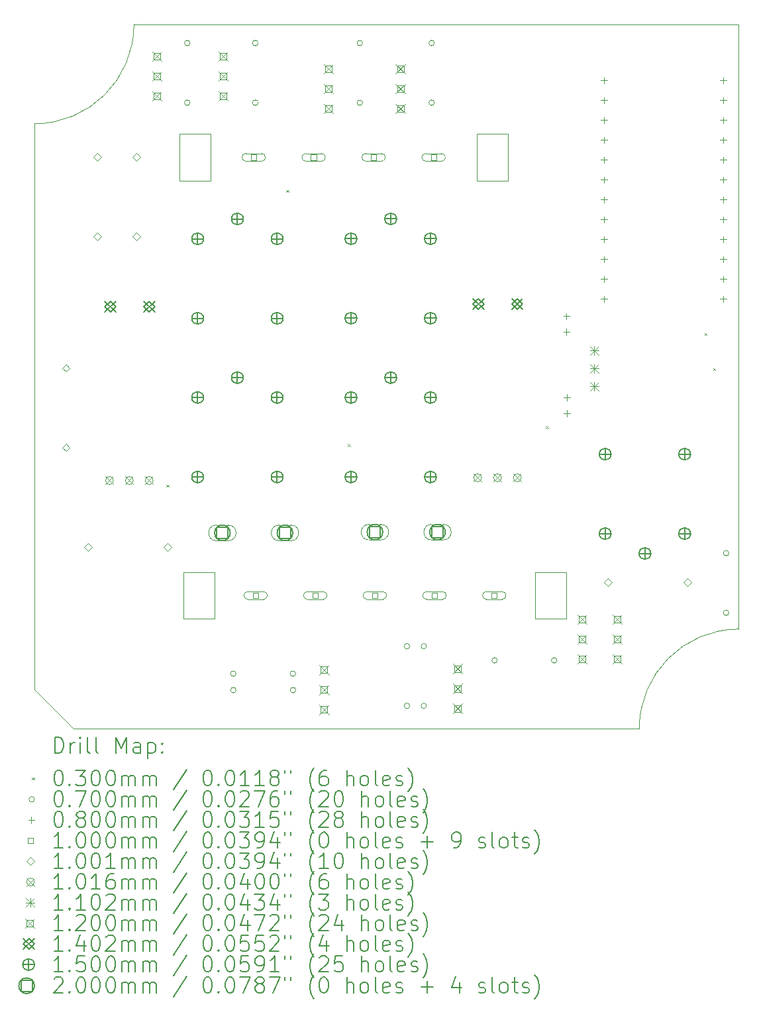
<source format=gbr>
%TF.GenerationSoftware,KiCad,Pcbnew,8.0.1*%
%TF.CreationDate,2024-05-08T21:45:27-04:00*%
%TF.ProjectId,Headlight Controller 1_1,48656164-6c69-4676-9874-20436f6e7472,1.1*%
%TF.SameCoordinates,Original*%
%TF.FileFunction,Drillmap*%
%TF.FilePolarity,Positive*%
%FSLAX45Y45*%
G04 Gerber Fmt 4.5, Leading zero omitted, Abs format (unit mm)*
G04 Created by KiCad (PCBNEW 8.0.1) date 2024-05-08 21:45:27*
%MOMM*%
%LPD*%
G01*
G04 APERTURE LIST*
%ADD10C,0.050000*%
%ADD11C,0.200000*%
%ADD12C,0.100000*%
%ADD13C,0.100080*%
%ADD14C,0.101600*%
%ADD15C,0.110240*%
%ADD16C,0.120000*%
%ADD17C,0.140200*%
%ADD18C,0.150000*%
G04 APERTURE END LIST*
D10*
X4000000Y-13730000D02*
X4500000Y-14230000D01*
X11730000Y-14230000D02*
G75*
G02*
X13000000Y-12960000I1270000J0D01*
G01*
X4000000Y-6500000D02*
X4000000Y-13730000D01*
X5270000Y-5230000D02*
X13000000Y-5230000D01*
X11730000Y-14230000D02*
X4500000Y-14230000D01*
X5270000Y-5230000D02*
G75*
G02*
X4000000Y-6500000I-1270000J0D01*
G01*
X13000000Y-12960000D02*
X13000000Y-5230000D01*
X5850000Y-6630000D02*
X6250000Y-6630000D01*
X6250000Y-7230000D01*
X5850000Y-7230000D01*
X5850000Y-6630000D01*
X9650000Y-6630000D02*
X10050000Y-6630000D01*
X10050000Y-7230000D01*
X9650000Y-7230000D01*
X9650000Y-6630000D01*
X5900000Y-12230000D02*
X6300000Y-12230000D01*
X6300000Y-12830000D01*
X5900000Y-12830000D01*
X5900000Y-12230000D01*
X10400000Y-12230000D02*
X10800000Y-12230000D01*
X10800000Y-12830000D01*
X10400000Y-12830000D01*
X10400000Y-12230000D01*
D11*
D12*
X5685000Y-11115000D02*
X5715000Y-11145000D01*
X5715000Y-11115000D02*
X5685000Y-11145000D01*
X7215000Y-7345000D02*
X7245000Y-7375000D01*
X7245000Y-7345000D02*
X7215000Y-7375000D01*
X8005000Y-10595000D02*
X8035000Y-10625000D01*
X8035000Y-10595000D02*
X8005000Y-10625000D01*
X10535000Y-10365000D02*
X10565000Y-10395000D01*
X10565000Y-10365000D02*
X10535000Y-10395000D01*
X12565000Y-9175000D02*
X12595000Y-9205000D01*
X12595000Y-9175000D02*
X12565000Y-9205000D01*
X12675000Y-9625000D02*
X12705000Y-9655000D01*
X12705000Y-9625000D02*
X12675000Y-9655000D01*
X5985000Y-5468881D02*
G75*
G02*
X5915000Y-5468881I-35000J0D01*
G01*
X5915000Y-5468881D02*
G75*
G02*
X5985000Y-5468881I35000J0D01*
G01*
X5985000Y-6230881D02*
G75*
G02*
X5915000Y-6230881I-35000J0D01*
G01*
X5915000Y-6230881D02*
G75*
G02*
X5985000Y-6230881I35000J0D01*
G01*
X6574000Y-13530000D02*
G75*
G02*
X6504000Y-13530000I-35000J0D01*
G01*
X6504000Y-13530000D02*
G75*
G02*
X6574000Y-13530000I35000J0D01*
G01*
X6576000Y-13740000D02*
G75*
G02*
X6506000Y-13740000I-35000J0D01*
G01*
X6506000Y-13740000D02*
G75*
G02*
X6576000Y-13740000I35000J0D01*
G01*
X6856000Y-5468881D02*
G75*
G02*
X6786000Y-5468881I-35000J0D01*
G01*
X6786000Y-5468881D02*
G75*
G02*
X6856000Y-5468881I35000J0D01*
G01*
X6856000Y-6230881D02*
G75*
G02*
X6786000Y-6230881I-35000J0D01*
G01*
X6786000Y-6230881D02*
G75*
G02*
X6856000Y-6230881I35000J0D01*
G01*
X7336000Y-13530000D02*
G75*
G02*
X7266000Y-13530000I-35000J0D01*
G01*
X7266000Y-13530000D02*
G75*
G02*
X7336000Y-13530000I35000J0D01*
G01*
X7338000Y-13740000D02*
G75*
G02*
X7268000Y-13740000I-35000J0D01*
G01*
X7268000Y-13740000D02*
G75*
G02*
X7338000Y-13740000I35000J0D01*
G01*
X8190494Y-5469000D02*
G75*
G02*
X8120494Y-5469000I-35000J0D01*
G01*
X8120494Y-5469000D02*
G75*
G02*
X8190494Y-5469000I35000J0D01*
G01*
X8190494Y-6231000D02*
G75*
G02*
X8120494Y-6231000I-35000J0D01*
G01*
X8120494Y-6231000D02*
G75*
G02*
X8190494Y-6231000I35000J0D01*
G01*
X8795000Y-13179000D02*
G75*
G02*
X8725000Y-13179000I-35000J0D01*
G01*
X8725000Y-13179000D02*
G75*
G02*
X8795000Y-13179000I35000J0D01*
G01*
X8795000Y-13941000D02*
G75*
G02*
X8725000Y-13941000I-35000J0D01*
G01*
X8725000Y-13941000D02*
G75*
G02*
X8795000Y-13941000I35000J0D01*
G01*
X9010000Y-13179000D02*
G75*
G02*
X8940000Y-13179000I-35000J0D01*
G01*
X8940000Y-13179000D02*
G75*
G02*
X9010000Y-13179000I35000J0D01*
G01*
X9010000Y-13941000D02*
G75*
G02*
X8940000Y-13941000I-35000J0D01*
G01*
X8940000Y-13941000D02*
G75*
G02*
X9010000Y-13941000I35000J0D01*
G01*
X9109506Y-5469000D02*
G75*
G02*
X9039506Y-5469000I-35000J0D01*
G01*
X9039506Y-5469000D02*
G75*
G02*
X9109506Y-5469000I35000J0D01*
G01*
X9109506Y-6231000D02*
G75*
G02*
X9039506Y-6231000I-35000J0D01*
G01*
X9039506Y-6231000D02*
G75*
G02*
X9109506Y-6231000I35000J0D01*
G01*
X9914000Y-13360000D02*
G75*
G02*
X9844000Y-13360000I-35000J0D01*
G01*
X9844000Y-13360000D02*
G75*
G02*
X9914000Y-13360000I35000J0D01*
G01*
X10676000Y-13360000D02*
G75*
G02*
X10606000Y-13360000I-35000J0D01*
G01*
X10606000Y-13360000D02*
G75*
G02*
X10676000Y-13360000I35000J0D01*
G01*
X12875000Y-11989000D02*
G75*
G02*
X12805000Y-11989000I-35000J0D01*
G01*
X12805000Y-11989000D02*
G75*
G02*
X12875000Y-11989000I35000J0D01*
G01*
X12875000Y-12751000D02*
G75*
G02*
X12805000Y-12751000I-35000J0D01*
G01*
X12805000Y-12751000D02*
G75*
G02*
X12875000Y-12751000I35000J0D01*
G01*
X10800000Y-8920000D02*
X10800000Y-9000000D01*
X10760000Y-8960000D02*
X10840000Y-8960000D01*
X10800000Y-9120000D02*
X10800000Y-9200000D01*
X10760000Y-9160000D02*
X10840000Y-9160000D01*
X10804813Y-9960000D02*
X10804813Y-10040000D01*
X10764813Y-10000000D02*
X10844813Y-10000000D01*
X10804813Y-10160000D02*
X10804813Y-10240000D01*
X10764813Y-10200000D02*
X10844813Y-10200000D01*
X11279000Y-5906000D02*
X11279000Y-5986000D01*
X11239000Y-5946000D02*
X11319000Y-5946000D01*
X11279000Y-6160000D02*
X11279000Y-6240000D01*
X11239000Y-6200000D02*
X11319000Y-6200000D01*
X11279000Y-6414000D02*
X11279000Y-6494000D01*
X11239000Y-6454000D02*
X11319000Y-6454000D01*
X11279000Y-6668000D02*
X11279000Y-6748000D01*
X11239000Y-6708000D02*
X11319000Y-6708000D01*
X11279000Y-6922000D02*
X11279000Y-7002000D01*
X11239000Y-6962000D02*
X11319000Y-6962000D01*
X11279000Y-7176000D02*
X11279000Y-7256000D01*
X11239000Y-7216000D02*
X11319000Y-7216000D01*
X11279000Y-7430000D02*
X11279000Y-7510000D01*
X11239000Y-7470000D02*
X11319000Y-7470000D01*
X11279000Y-7684000D02*
X11279000Y-7764000D01*
X11239000Y-7724000D02*
X11319000Y-7724000D01*
X11279000Y-7938000D02*
X11279000Y-8018000D01*
X11239000Y-7978000D02*
X11319000Y-7978000D01*
X11279000Y-8192000D02*
X11279000Y-8272000D01*
X11239000Y-8232000D02*
X11319000Y-8232000D01*
X11279000Y-8446000D02*
X11279000Y-8526000D01*
X11239000Y-8486000D02*
X11319000Y-8486000D01*
X11279000Y-8700000D02*
X11279000Y-8780000D01*
X11239000Y-8740000D02*
X11319000Y-8740000D01*
X12803000Y-5906000D02*
X12803000Y-5986000D01*
X12763000Y-5946000D02*
X12843000Y-5946000D01*
X12803000Y-6160000D02*
X12803000Y-6240000D01*
X12763000Y-6200000D02*
X12843000Y-6200000D01*
X12803000Y-6414000D02*
X12803000Y-6494000D01*
X12763000Y-6454000D02*
X12843000Y-6454000D01*
X12803000Y-6668000D02*
X12803000Y-6748000D01*
X12763000Y-6708000D02*
X12843000Y-6708000D01*
X12803000Y-6922000D02*
X12803000Y-7002000D01*
X12763000Y-6962000D02*
X12843000Y-6962000D01*
X12803000Y-7176000D02*
X12803000Y-7256000D01*
X12763000Y-7216000D02*
X12843000Y-7216000D01*
X12803000Y-7430000D02*
X12803000Y-7510000D01*
X12763000Y-7470000D02*
X12843000Y-7470000D01*
X12803000Y-7684000D02*
X12803000Y-7764000D01*
X12763000Y-7724000D02*
X12843000Y-7724000D01*
X12803000Y-7938000D02*
X12803000Y-8018000D01*
X12763000Y-7978000D02*
X12843000Y-7978000D01*
X12803000Y-8192000D02*
X12803000Y-8272000D01*
X12763000Y-8232000D02*
X12843000Y-8232000D01*
X12803000Y-8446000D02*
X12803000Y-8526000D01*
X12763000Y-8486000D02*
X12843000Y-8486000D01*
X12803000Y-8700000D02*
X12803000Y-8780000D01*
X12763000Y-8740000D02*
X12843000Y-8740000D01*
X6835356Y-6965356D02*
X6835356Y-6894644D01*
X6764644Y-6894644D01*
X6764644Y-6965356D01*
X6835356Y-6965356D01*
X6700000Y-6980000D02*
X6900000Y-6980000D01*
X6900000Y-6880000D02*
G75*
G02*
X6900000Y-6980000I0J-50000D01*
G01*
X6900000Y-6880000D02*
X6700000Y-6880000D01*
X6700000Y-6880000D02*
G75*
G03*
X6700000Y-6980000I0J-50000D01*
G01*
X6860356Y-12565356D02*
X6860356Y-12494644D01*
X6789644Y-12494644D01*
X6789644Y-12565356D01*
X6860356Y-12565356D01*
X6725000Y-12580000D02*
X6925000Y-12580000D01*
X6925000Y-12480000D02*
G75*
G02*
X6925000Y-12580000I0J-50000D01*
G01*
X6925000Y-12480000D02*
X6725000Y-12480000D01*
X6725000Y-12480000D02*
G75*
G03*
X6725000Y-12580000I0J-50000D01*
G01*
X7602022Y-6965356D02*
X7602022Y-6894644D01*
X7531311Y-6894644D01*
X7531311Y-6965356D01*
X7602022Y-6965356D01*
X7466667Y-6980000D02*
X7666667Y-6980000D01*
X7666667Y-6880000D02*
G75*
G02*
X7666667Y-6980000I0J-50000D01*
G01*
X7666667Y-6880000D02*
X7466667Y-6880000D01*
X7466667Y-6880000D02*
G75*
G03*
X7466667Y-6980000I0J-50000D01*
G01*
X7622856Y-12565356D02*
X7622856Y-12494644D01*
X7552144Y-12494644D01*
X7552144Y-12565356D01*
X7622856Y-12565356D01*
X7487500Y-12580000D02*
X7687500Y-12580000D01*
X7687500Y-12480000D02*
G75*
G02*
X7687500Y-12580000I0J-50000D01*
G01*
X7687500Y-12480000D02*
X7487500Y-12480000D01*
X7487500Y-12480000D02*
G75*
G03*
X7487500Y-12580000I0J-50000D01*
G01*
X8368689Y-6965356D02*
X8368689Y-6894644D01*
X8297977Y-6894644D01*
X8297977Y-6965356D01*
X8368689Y-6965356D01*
X8233333Y-6980000D02*
X8433333Y-6980000D01*
X8433333Y-6880000D02*
G75*
G02*
X8433333Y-6980000I0J-50000D01*
G01*
X8433333Y-6880000D02*
X8233333Y-6880000D01*
X8233333Y-6880000D02*
G75*
G03*
X8233333Y-6980000I0J-50000D01*
G01*
X8385356Y-12565356D02*
X8385356Y-12494644D01*
X8314644Y-12494644D01*
X8314644Y-12565356D01*
X8385356Y-12565356D01*
X8250000Y-12580000D02*
X8450000Y-12580000D01*
X8450000Y-12480000D02*
G75*
G02*
X8450000Y-12580000I0J-50000D01*
G01*
X8450000Y-12480000D02*
X8250000Y-12480000D01*
X8250000Y-12480000D02*
G75*
G03*
X8250000Y-12580000I0J-50000D01*
G01*
X9135356Y-6965356D02*
X9135356Y-6894644D01*
X9064644Y-6894644D01*
X9064644Y-6965356D01*
X9135356Y-6965356D01*
X9000000Y-6980000D02*
X9200000Y-6980000D01*
X9200000Y-6880000D02*
G75*
G02*
X9200000Y-6980000I0J-50000D01*
G01*
X9200000Y-6880000D02*
X9000000Y-6880000D01*
X9000000Y-6880000D02*
G75*
G03*
X9000000Y-6980000I0J-50000D01*
G01*
X9147856Y-12565356D02*
X9147856Y-12494644D01*
X9077144Y-12494644D01*
X9077144Y-12565356D01*
X9147856Y-12565356D01*
X9012500Y-12580000D02*
X9212500Y-12580000D01*
X9212500Y-12480000D02*
G75*
G02*
X9212500Y-12580000I0J-50000D01*
G01*
X9212500Y-12480000D02*
X9012500Y-12480000D01*
X9012500Y-12480000D02*
G75*
G03*
X9012500Y-12580000I0J-50000D01*
G01*
X9910356Y-12565356D02*
X9910356Y-12494644D01*
X9839644Y-12494644D01*
X9839644Y-12565356D01*
X9910356Y-12565356D01*
X9775000Y-12580000D02*
X9975000Y-12580000D01*
X9975000Y-12480000D02*
G75*
G02*
X9975000Y-12580000I0J-50000D01*
G01*
X9975000Y-12480000D02*
X9775000Y-12480000D01*
X9775000Y-12480000D02*
G75*
G03*
X9775000Y-12580000I0J-50000D01*
G01*
D13*
X4400000Y-9672040D02*
X4450040Y-9622000D01*
X4400000Y-9571960D01*
X4349960Y-9622000D01*
X4400000Y-9672040D01*
X4400000Y-10688040D02*
X4450040Y-10638000D01*
X4400000Y-10587960D01*
X4349960Y-10638000D01*
X4400000Y-10688040D01*
X4684000Y-11960040D02*
X4734040Y-11910000D01*
X4684000Y-11859960D01*
X4633960Y-11910000D01*
X4684000Y-11960040D01*
X4800000Y-6972040D02*
X4850040Y-6922000D01*
X4800000Y-6871960D01*
X4749960Y-6922000D01*
X4800000Y-6972040D01*
X4800000Y-7988040D02*
X4850040Y-7938000D01*
X4800000Y-7887960D01*
X4749960Y-7938000D01*
X4800000Y-7988040D01*
X5300000Y-6972040D02*
X5350040Y-6922000D01*
X5300000Y-6871960D01*
X5249960Y-6922000D01*
X5300000Y-6972040D01*
X5300000Y-7988040D02*
X5350040Y-7938000D01*
X5300000Y-7887960D01*
X5249960Y-7938000D01*
X5300000Y-7988040D01*
X5700000Y-11960040D02*
X5750040Y-11910000D01*
X5700000Y-11859960D01*
X5649960Y-11910000D01*
X5700000Y-11960040D01*
X11332000Y-12410040D02*
X11382040Y-12360000D01*
X11332000Y-12309960D01*
X11281960Y-12360000D01*
X11332000Y-12410040D01*
X12348000Y-12410040D02*
X12398040Y-12360000D01*
X12348000Y-12309960D01*
X12297960Y-12360000D01*
X12348000Y-12410040D01*
D14*
X4906200Y-11010000D02*
X5007800Y-11111600D01*
X5007800Y-11010000D02*
X4906200Y-11111600D01*
X5007800Y-11060800D02*
G75*
G02*
X4906200Y-11060800I-50800J0D01*
G01*
X4906200Y-11060800D02*
G75*
G02*
X5007800Y-11060800I50800J0D01*
G01*
X5160200Y-11010000D02*
X5261800Y-11111600D01*
X5261800Y-11010000D02*
X5160200Y-11111600D01*
X5261800Y-11060800D02*
G75*
G02*
X5160200Y-11060800I-50800J0D01*
G01*
X5160200Y-11060800D02*
G75*
G02*
X5261800Y-11060800I50800J0D01*
G01*
X5414200Y-11010000D02*
X5515800Y-11111600D01*
X5515800Y-11010000D02*
X5414200Y-11111600D01*
X5515800Y-11060800D02*
G75*
G02*
X5414200Y-11060800I-50800J0D01*
G01*
X5414200Y-11060800D02*
G75*
G02*
X5515800Y-11060800I50800J0D01*
G01*
X9612500Y-10974900D02*
X9714100Y-11076500D01*
X9714100Y-10974900D02*
X9612500Y-11076500D01*
X9714100Y-11025700D02*
G75*
G02*
X9612500Y-11025700I-50800J0D01*
G01*
X9612500Y-11025700D02*
G75*
G02*
X9714100Y-11025700I50800J0D01*
G01*
X9866500Y-10974900D02*
X9968100Y-11076500D01*
X9968100Y-10974900D02*
X9866500Y-11076500D01*
X9968100Y-11025700D02*
G75*
G02*
X9866500Y-11025700I-50800J0D01*
G01*
X9866500Y-11025700D02*
G75*
G02*
X9968100Y-11025700I50800J0D01*
G01*
X10120500Y-10974900D02*
X10222100Y-11076500D01*
X10222100Y-10974900D02*
X10120500Y-11076500D01*
X10222100Y-11025700D02*
G75*
G02*
X10120500Y-11025700I-50800J0D01*
G01*
X10120500Y-11025700D02*
G75*
G02*
X10222100Y-11025700I50800J0D01*
G01*
D15*
X11097470Y-9342630D02*
X11207710Y-9452870D01*
X11207710Y-9342630D02*
X11097470Y-9452870D01*
X11152590Y-9342630D02*
X11152590Y-9452870D01*
X11097470Y-9397750D02*
X11207710Y-9397750D01*
X11097470Y-9571230D02*
X11207710Y-9681470D01*
X11207710Y-9571230D02*
X11097470Y-9681470D01*
X11152590Y-9571230D02*
X11152590Y-9681470D01*
X11097470Y-9626350D02*
X11207710Y-9626350D01*
X11097470Y-9799830D02*
X11207710Y-9910070D01*
X11207710Y-9799830D02*
X11097470Y-9910070D01*
X11152590Y-9799830D02*
X11152590Y-9910070D01*
X11097470Y-9854950D02*
X11207710Y-9854950D01*
D16*
X5507000Y-5576000D02*
X5627000Y-5696000D01*
X5627000Y-5576000D02*
X5507000Y-5696000D01*
X5609427Y-5678427D02*
X5609427Y-5593573D01*
X5524573Y-5593573D01*
X5524573Y-5678427D01*
X5609427Y-5678427D01*
X5507000Y-5830000D02*
X5627000Y-5950000D01*
X5627000Y-5830000D02*
X5507000Y-5950000D01*
X5609427Y-5932427D02*
X5609427Y-5847573D01*
X5524573Y-5847573D01*
X5524573Y-5932427D01*
X5609427Y-5932427D01*
X5507000Y-6084000D02*
X5627000Y-6204000D01*
X5627000Y-6084000D02*
X5507000Y-6204000D01*
X5609427Y-6186427D02*
X5609427Y-6101573D01*
X5524573Y-6101573D01*
X5524573Y-6186427D01*
X5609427Y-6186427D01*
X6351989Y-5576000D02*
X6471989Y-5696000D01*
X6471989Y-5576000D02*
X6351989Y-5696000D01*
X6454416Y-5678427D02*
X6454416Y-5593573D01*
X6369562Y-5593573D01*
X6369562Y-5678427D01*
X6454416Y-5678427D01*
X6351989Y-5830000D02*
X6471989Y-5950000D01*
X6471989Y-5830000D02*
X6351989Y-5950000D01*
X6454416Y-5932427D02*
X6454416Y-5847573D01*
X6369562Y-5847573D01*
X6369562Y-5932427D01*
X6454416Y-5932427D01*
X6351989Y-6084000D02*
X6471989Y-6204000D01*
X6471989Y-6084000D02*
X6351989Y-6204000D01*
X6454416Y-6186427D02*
X6454416Y-6101573D01*
X6369562Y-6101573D01*
X6369562Y-6186427D01*
X6454416Y-6186427D01*
X7641000Y-13422000D02*
X7761000Y-13542000D01*
X7761000Y-13422000D02*
X7641000Y-13542000D01*
X7743427Y-13524427D02*
X7743427Y-13439573D01*
X7658573Y-13439573D01*
X7658573Y-13524427D01*
X7743427Y-13524427D01*
X7641000Y-13676000D02*
X7761000Y-13796000D01*
X7761000Y-13676000D02*
X7641000Y-13796000D01*
X7743427Y-13778427D02*
X7743427Y-13693573D01*
X7658573Y-13693573D01*
X7658573Y-13778427D01*
X7743427Y-13778427D01*
X7641000Y-13930000D02*
X7761000Y-14050000D01*
X7761000Y-13930000D02*
X7641000Y-14050000D01*
X7743427Y-14032427D02*
X7743427Y-13947573D01*
X7658573Y-13947573D01*
X7658573Y-14032427D01*
X7743427Y-14032427D01*
X7695494Y-5742000D02*
X7815494Y-5862000D01*
X7815494Y-5742000D02*
X7695494Y-5862000D01*
X7797921Y-5844427D02*
X7797921Y-5759573D01*
X7713068Y-5759573D01*
X7713068Y-5844427D01*
X7797921Y-5844427D01*
X7695494Y-5996000D02*
X7815494Y-6116000D01*
X7815494Y-5996000D02*
X7695494Y-6116000D01*
X7797921Y-6098427D02*
X7797921Y-6013573D01*
X7713068Y-6013573D01*
X7713068Y-6098427D01*
X7797921Y-6098427D01*
X7695494Y-6250000D02*
X7815494Y-6370000D01*
X7815494Y-6250000D02*
X7695494Y-6370000D01*
X7797921Y-6352427D02*
X7797921Y-6267573D01*
X7713068Y-6267573D01*
X7713068Y-6352427D01*
X7797921Y-6352427D01*
X8615495Y-5742000D02*
X8735495Y-5862000D01*
X8735495Y-5742000D02*
X8615495Y-5862000D01*
X8717921Y-5844427D02*
X8717921Y-5759573D01*
X8633068Y-5759573D01*
X8633068Y-5844427D01*
X8717921Y-5844427D01*
X8615495Y-5996000D02*
X8735495Y-6116000D01*
X8735495Y-5996000D02*
X8615495Y-6116000D01*
X8717921Y-6098427D02*
X8717921Y-6013573D01*
X8633068Y-6013573D01*
X8633068Y-6098427D01*
X8717921Y-6098427D01*
X8615495Y-6250000D02*
X8735495Y-6370000D01*
X8735495Y-6250000D02*
X8615495Y-6370000D01*
X8717921Y-6352427D02*
X8717921Y-6267573D01*
X8633068Y-6267573D01*
X8633068Y-6352427D01*
X8717921Y-6352427D01*
X9350000Y-13406000D02*
X9470000Y-13526000D01*
X9470000Y-13406000D02*
X9350000Y-13526000D01*
X9452427Y-13508427D02*
X9452427Y-13423573D01*
X9367573Y-13423573D01*
X9367573Y-13508427D01*
X9452427Y-13508427D01*
X9350000Y-13660000D02*
X9470000Y-13780000D01*
X9470000Y-13660000D02*
X9350000Y-13780000D01*
X9452427Y-13762427D02*
X9452427Y-13677573D01*
X9367573Y-13677573D01*
X9367573Y-13762427D01*
X9452427Y-13762427D01*
X9350000Y-13914000D02*
X9470000Y-14034000D01*
X9470000Y-13914000D02*
X9350000Y-14034000D01*
X9452427Y-14016427D02*
X9452427Y-13931573D01*
X9367573Y-13931573D01*
X9367573Y-14016427D01*
X9452427Y-14016427D01*
X10939011Y-12776000D02*
X11059011Y-12896000D01*
X11059011Y-12776000D02*
X10939011Y-12896000D01*
X11041438Y-12878427D02*
X11041438Y-12793573D01*
X10956584Y-12793573D01*
X10956584Y-12878427D01*
X11041438Y-12878427D01*
X10939011Y-13030000D02*
X11059011Y-13150000D01*
X11059011Y-13030000D02*
X10939011Y-13150000D01*
X11041438Y-13132427D02*
X11041438Y-13047573D01*
X10956584Y-13047573D01*
X10956584Y-13132427D01*
X11041438Y-13132427D01*
X10939011Y-13284000D02*
X11059011Y-13404000D01*
X11059011Y-13284000D02*
X10939011Y-13404000D01*
X11041438Y-13386427D02*
X11041438Y-13301573D01*
X10956584Y-13301573D01*
X10956584Y-13386427D01*
X11041438Y-13386427D01*
X11389011Y-12776000D02*
X11509011Y-12896000D01*
X11509011Y-12776000D02*
X11389011Y-12896000D01*
X11491438Y-12878427D02*
X11491438Y-12793573D01*
X11406584Y-12793573D01*
X11406584Y-12878427D01*
X11491438Y-12878427D01*
X11389011Y-13030000D02*
X11509011Y-13150000D01*
X11509011Y-13030000D02*
X11389011Y-13150000D01*
X11491438Y-13132427D02*
X11491438Y-13047573D01*
X11406584Y-13047573D01*
X11406584Y-13132427D01*
X11491438Y-13132427D01*
X11389011Y-13284000D02*
X11509011Y-13404000D01*
X11509011Y-13284000D02*
X11389011Y-13404000D01*
X11491438Y-13386427D02*
X11491438Y-13301573D01*
X11406584Y-13301573D01*
X11406584Y-13386427D01*
X11491438Y-13386427D01*
D17*
X4897060Y-8768200D02*
X5037260Y-8908400D01*
X5037260Y-8768200D02*
X4897060Y-8908400D01*
X4967160Y-8908400D02*
X5037260Y-8838300D01*
X4967160Y-8768200D01*
X4897060Y-8838300D01*
X4967160Y-8908400D01*
X5394900Y-8768200D02*
X5535100Y-8908400D01*
X5535100Y-8768200D02*
X5394900Y-8908400D01*
X5465000Y-8908400D02*
X5535100Y-8838300D01*
X5465000Y-8768200D01*
X5394900Y-8838300D01*
X5465000Y-8908400D01*
X9603360Y-8733100D02*
X9743560Y-8873300D01*
X9743560Y-8733100D02*
X9603360Y-8873300D01*
X9673460Y-8873300D02*
X9743560Y-8803200D01*
X9673460Y-8733100D01*
X9603360Y-8803200D01*
X9673460Y-8873300D01*
X10101200Y-8733100D02*
X10241400Y-8873300D01*
X10241400Y-8733100D02*
X10101200Y-8873300D01*
X10171300Y-8873300D02*
X10241400Y-8803200D01*
X10171300Y-8733100D01*
X10101200Y-8803200D01*
X10171300Y-8873300D01*
D18*
X6084000Y-7896000D02*
X6084000Y-8046000D01*
X6009000Y-7971000D02*
X6159000Y-7971000D01*
X6159000Y-7971000D02*
G75*
G02*
X6009000Y-7971000I-75000J0D01*
G01*
X6009000Y-7971000D02*
G75*
G02*
X6159000Y-7971000I75000J0D01*
G01*
X6084000Y-8912000D02*
X6084000Y-9062000D01*
X6009000Y-8987000D02*
X6159000Y-8987000D01*
X6159000Y-8987000D02*
G75*
G02*
X6009000Y-8987000I-75000J0D01*
G01*
X6009000Y-8987000D02*
G75*
G02*
X6159000Y-8987000I75000J0D01*
G01*
X6084000Y-9925500D02*
X6084000Y-10075500D01*
X6009000Y-10000500D02*
X6159000Y-10000500D01*
X6159000Y-10000500D02*
G75*
G02*
X6009000Y-10000500I-75000J0D01*
G01*
X6009000Y-10000500D02*
G75*
G02*
X6159000Y-10000500I75000J0D01*
G01*
X6084000Y-10941500D02*
X6084000Y-11091500D01*
X6009000Y-11016500D02*
X6159000Y-11016500D01*
X6159000Y-11016500D02*
G75*
G02*
X6009000Y-11016500I-75000J0D01*
G01*
X6009000Y-11016500D02*
G75*
G02*
X6159000Y-11016500I75000J0D01*
G01*
X6592000Y-7642000D02*
X6592000Y-7792000D01*
X6517000Y-7717000D02*
X6667000Y-7717000D01*
X6667000Y-7717000D02*
G75*
G02*
X6517000Y-7717000I-75000J0D01*
G01*
X6517000Y-7717000D02*
G75*
G02*
X6667000Y-7717000I75000J0D01*
G01*
X6592000Y-9671500D02*
X6592000Y-9821500D01*
X6517000Y-9746500D02*
X6667000Y-9746500D01*
X6667000Y-9746500D02*
G75*
G02*
X6517000Y-9746500I-75000J0D01*
G01*
X6517000Y-9746500D02*
G75*
G02*
X6667000Y-9746500I75000J0D01*
G01*
X7100000Y-7896000D02*
X7100000Y-8046000D01*
X7025000Y-7971000D02*
X7175000Y-7971000D01*
X7175000Y-7971000D02*
G75*
G02*
X7025000Y-7971000I-75000J0D01*
G01*
X7025000Y-7971000D02*
G75*
G02*
X7175000Y-7971000I75000J0D01*
G01*
X7100000Y-8912000D02*
X7100000Y-9062000D01*
X7025000Y-8987000D02*
X7175000Y-8987000D01*
X7175000Y-8987000D02*
G75*
G02*
X7025000Y-8987000I-75000J0D01*
G01*
X7025000Y-8987000D02*
G75*
G02*
X7175000Y-8987000I75000J0D01*
G01*
X7100000Y-9925500D02*
X7100000Y-10075500D01*
X7025000Y-10000500D02*
X7175000Y-10000500D01*
X7175000Y-10000500D02*
G75*
G02*
X7025000Y-10000500I-75000J0D01*
G01*
X7025000Y-10000500D02*
G75*
G02*
X7175000Y-10000500I75000J0D01*
G01*
X7100000Y-10941500D02*
X7100000Y-11091500D01*
X7025000Y-11016500D02*
X7175000Y-11016500D01*
X7175000Y-11016500D02*
G75*
G02*
X7025000Y-11016500I-75000J0D01*
G01*
X7025000Y-11016500D02*
G75*
G02*
X7175000Y-11016500I75000J0D01*
G01*
X8044000Y-7895500D02*
X8044000Y-8045500D01*
X7969000Y-7970500D02*
X8119000Y-7970500D01*
X8119000Y-7970500D02*
G75*
G02*
X7969000Y-7970500I-75000J0D01*
G01*
X7969000Y-7970500D02*
G75*
G02*
X8119000Y-7970500I75000J0D01*
G01*
X8044000Y-8911500D02*
X8044000Y-9061500D01*
X7969000Y-8986500D02*
X8119000Y-8986500D01*
X8119000Y-8986500D02*
G75*
G02*
X7969000Y-8986500I-75000J0D01*
G01*
X7969000Y-8986500D02*
G75*
G02*
X8119000Y-8986500I75000J0D01*
G01*
X8044000Y-9925000D02*
X8044000Y-10075000D01*
X7969000Y-10000000D02*
X8119000Y-10000000D01*
X8119000Y-10000000D02*
G75*
G02*
X7969000Y-10000000I-75000J0D01*
G01*
X7969000Y-10000000D02*
G75*
G02*
X8119000Y-10000000I75000J0D01*
G01*
X8044000Y-10941000D02*
X8044000Y-11091000D01*
X7969000Y-11016000D02*
X8119000Y-11016000D01*
X8119000Y-11016000D02*
G75*
G02*
X7969000Y-11016000I-75000J0D01*
G01*
X7969000Y-11016000D02*
G75*
G02*
X8119000Y-11016000I75000J0D01*
G01*
X8552000Y-7641500D02*
X8552000Y-7791500D01*
X8477000Y-7716500D02*
X8627000Y-7716500D01*
X8627000Y-7716500D02*
G75*
G02*
X8477000Y-7716500I-75000J0D01*
G01*
X8477000Y-7716500D02*
G75*
G02*
X8627000Y-7716500I75000J0D01*
G01*
X8552000Y-9671000D02*
X8552000Y-9821000D01*
X8477000Y-9746000D02*
X8627000Y-9746000D01*
X8627000Y-9746000D02*
G75*
G02*
X8477000Y-9746000I-75000J0D01*
G01*
X8477000Y-9746000D02*
G75*
G02*
X8627000Y-9746000I75000J0D01*
G01*
X9060000Y-7895500D02*
X9060000Y-8045500D01*
X8985000Y-7970500D02*
X9135000Y-7970500D01*
X9135000Y-7970500D02*
G75*
G02*
X8985000Y-7970500I-75000J0D01*
G01*
X8985000Y-7970500D02*
G75*
G02*
X9135000Y-7970500I75000J0D01*
G01*
X9060000Y-8911500D02*
X9060000Y-9061500D01*
X8985000Y-8986500D02*
X9135000Y-8986500D01*
X9135000Y-8986500D02*
G75*
G02*
X8985000Y-8986500I-75000J0D01*
G01*
X8985000Y-8986500D02*
G75*
G02*
X9135000Y-8986500I75000J0D01*
G01*
X9060000Y-9925000D02*
X9060000Y-10075000D01*
X8985000Y-10000000D02*
X9135000Y-10000000D01*
X9135000Y-10000000D02*
G75*
G02*
X8985000Y-10000000I-75000J0D01*
G01*
X8985000Y-10000000D02*
G75*
G02*
X9135000Y-10000000I75000J0D01*
G01*
X9060000Y-10941000D02*
X9060000Y-11091000D01*
X8985000Y-11016000D02*
X9135000Y-11016000D01*
X9135000Y-11016000D02*
G75*
G02*
X8985000Y-11016000I-75000J0D01*
G01*
X8985000Y-11016000D02*
G75*
G02*
X9135000Y-11016000I75000J0D01*
G01*
X11293500Y-10648500D02*
X11293500Y-10798500D01*
X11218500Y-10723500D02*
X11368500Y-10723500D01*
X11368500Y-10723500D02*
G75*
G02*
X11218500Y-10723500I-75000J0D01*
G01*
X11218500Y-10723500D02*
G75*
G02*
X11368500Y-10723500I75000J0D01*
G01*
X11293500Y-11664500D02*
X11293500Y-11814500D01*
X11218500Y-11739500D02*
X11368500Y-11739500D01*
X11368500Y-11739500D02*
G75*
G02*
X11218500Y-11739500I-75000J0D01*
G01*
X11218500Y-11739500D02*
G75*
G02*
X11368500Y-11739500I75000J0D01*
G01*
X11801500Y-11918500D02*
X11801500Y-12068500D01*
X11726500Y-11993500D02*
X11876500Y-11993500D01*
X11876500Y-11993500D02*
G75*
G02*
X11726500Y-11993500I-75000J0D01*
G01*
X11726500Y-11993500D02*
G75*
G02*
X11876500Y-11993500I75000J0D01*
G01*
X12309500Y-10648500D02*
X12309500Y-10798500D01*
X12234500Y-10723500D02*
X12384500Y-10723500D01*
X12384500Y-10723500D02*
G75*
G02*
X12234500Y-10723500I-75000J0D01*
G01*
X12234500Y-10723500D02*
G75*
G02*
X12384500Y-10723500I75000J0D01*
G01*
X12309500Y-11664500D02*
X12309500Y-11814500D01*
X12234500Y-11739500D02*
X12384500Y-11739500D01*
X12384500Y-11739500D02*
G75*
G02*
X12234500Y-11739500I-75000J0D01*
G01*
X12234500Y-11739500D02*
G75*
G02*
X12384500Y-11739500I75000J0D01*
G01*
D11*
X6470711Y-11800711D02*
X6470711Y-11659289D01*
X6329289Y-11659289D01*
X6329289Y-11800711D01*
X6470711Y-11800711D01*
X6500000Y-11730000D02*
G75*
G02*
X6300000Y-11730000I-100000J0D01*
G01*
X6300000Y-11730000D02*
G75*
G02*
X6500000Y-11730000I100000J0D01*
G01*
D12*
X6475000Y-11630000D02*
X6325000Y-11630000D01*
X6325000Y-11830000D02*
G75*
G02*
X6325000Y-11630000I0J100000D01*
G01*
X6325000Y-11830000D02*
X6475000Y-11830000D01*
X6475000Y-11830000D02*
G75*
G03*
X6475000Y-11630000I0J100000D01*
G01*
D11*
X7270711Y-11800711D02*
X7270711Y-11659289D01*
X7129289Y-11659289D01*
X7129289Y-11800711D01*
X7270711Y-11800711D01*
X7300000Y-11730000D02*
G75*
G02*
X7100000Y-11730000I-100000J0D01*
G01*
X7100000Y-11730000D02*
G75*
G02*
X7300000Y-11730000I100000J0D01*
G01*
D12*
X7275000Y-11630000D02*
X7125000Y-11630000D01*
X7125000Y-11830000D02*
G75*
G02*
X7125000Y-11630000I0J100000D01*
G01*
X7125000Y-11830000D02*
X7275000Y-11830000D01*
X7275000Y-11830000D02*
G75*
G03*
X7275000Y-11630000I0J100000D01*
G01*
D11*
X8420711Y-11790711D02*
X8420711Y-11649289D01*
X8279289Y-11649289D01*
X8279289Y-11790711D01*
X8420711Y-11790711D01*
X8450000Y-11720000D02*
G75*
G02*
X8250000Y-11720000I-100000J0D01*
G01*
X8250000Y-11720000D02*
G75*
G02*
X8450000Y-11720000I100000J0D01*
G01*
D12*
X8275000Y-11820000D02*
X8425000Y-11820000D01*
X8425000Y-11620000D02*
G75*
G02*
X8425000Y-11820000I0J-100000D01*
G01*
X8425000Y-11620000D02*
X8275000Y-11620000D01*
X8275000Y-11620000D02*
G75*
G03*
X8275000Y-11820000I0J-100000D01*
G01*
D11*
X9220711Y-11790711D02*
X9220711Y-11649289D01*
X9079289Y-11649289D01*
X9079289Y-11790711D01*
X9220711Y-11790711D01*
X9250000Y-11720000D02*
G75*
G02*
X9050000Y-11720000I-100000J0D01*
G01*
X9050000Y-11720000D02*
G75*
G02*
X9250000Y-11720000I100000J0D01*
G01*
D12*
X9075000Y-11820000D02*
X9225000Y-11820000D01*
X9225000Y-11620000D02*
G75*
G02*
X9225000Y-11820000I0J-100000D01*
G01*
X9225000Y-11620000D02*
X9075000Y-11620000D01*
X9075000Y-11620000D02*
G75*
G03*
X9075000Y-11820000I0J-100000D01*
G01*
D11*
X4258277Y-14543984D02*
X4258277Y-14343984D01*
X4258277Y-14343984D02*
X4305896Y-14343984D01*
X4305896Y-14343984D02*
X4334467Y-14353508D01*
X4334467Y-14353508D02*
X4353515Y-14372555D01*
X4353515Y-14372555D02*
X4363039Y-14391603D01*
X4363039Y-14391603D02*
X4372563Y-14429698D01*
X4372563Y-14429698D02*
X4372563Y-14458269D01*
X4372563Y-14458269D02*
X4363039Y-14496365D01*
X4363039Y-14496365D02*
X4353515Y-14515412D01*
X4353515Y-14515412D02*
X4334467Y-14534460D01*
X4334467Y-14534460D02*
X4305896Y-14543984D01*
X4305896Y-14543984D02*
X4258277Y-14543984D01*
X4458277Y-14543984D02*
X4458277Y-14410650D01*
X4458277Y-14448746D02*
X4467801Y-14429698D01*
X4467801Y-14429698D02*
X4477324Y-14420174D01*
X4477324Y-14420174D02*
X4496372Y-14410650D01*
X4496372Y-14410650D02*
X4515420Y-14410650D01*
X4582086Y-14543984D02*
X4582086Y-14410650D01*
X4582086Y-14343984D02*
X4572563Y-14353508D01*
X4572563Y-14353508D02*
X4582086Y-14363031D01*
X4582086Y-14363031D02*
X4591610Y-14353508D01*
X4591610Y-14353508D02*
X4582086Y-14343984D01*
X4582086Y-14343984D02*
X4582086Y-14363031D01*
X4705896Y-14543984D02*
X4686848Y-14534460D01*
X4686848Y-14534460D02*
X4677324Y-14515412D01*
X4677324Y-14515412D02*
X4677324Y-14343984D01*
X4810658Y-14543984D02*
X4791610Y-14534460D01*
X4791610Y-14534460D02*
X4782086Y-14515412D01*
X4782086Y-14515412D02*
X4782086Y-14343984D01*
X5039229Y-14543984D02*
X5039229Y-14343984D01*
X5039229Y-14343984D02*
X5105896Y-14486841D01*
X5105896Y-14486841D02*
X5172563Y-14343984D01*
X5172563Y-14343984D02*
X5172563Y-14543984D01*
X5353515Y-14543984D02*
X5353515Y-14439222D01*
X5353515Y-14439222D02*
X5343991Y-14420174D01*
X5343991Y-14420174D02*
X5324944Y-14410650D01*
X5324944Y-14410650D02*
X5286848Y-14410650D01*
X5286848Y-14410650D02*
X5267801Y-14420174D01*
X5353515Y-14534460D02*
X5334467Y-14543984D01*
X5334467Y-14543984D02*
X5286848Y-14543984D01*
X5286848Y-14543984D02*
X5267801Y-14534460D01*
X5267801Y-14534460D02*
X5258277Y-14515412D01*
X5258277Y-14515412D02*
X5258277Y-14496365D01*
X5258277Y-14496365D02*
X5267801Y-14477317D01*
X5267801Y-14477317D02*
X5286848Y-14467793D01*
X5286848Y-14467793D02*
X5334467Y-14467793D01*
X5334467Y-14467793D02*
X5353515Y-14458269D01*
X5448753Y-14410650D02*
X5448753Y-14610650D01*
X5448753Y-14420174D02*
X5467801Y-14410650D01*
X5467801Y-14410650D02*
X5505896Y-14410650D01*
X5505896Y-14410650D02*
X5524944Y-14420174D01*
X5524944Y-14420174D02*
X5534467Y-14429698D01*
X5534467Y-14429698D02*
X5543991Y-14448746D01*
X5543991Y-14448746D02*
X5543991Y-14505888D01*
X5543991Y-14505888D02*
X5534467Y-14524936D01*
X5534467Y-14524936D02*
X5524944Y-14534460D01*
X5524944Y-14534460D02*
X5505896Y-14543984D01*
X5505896Y-14543984D02*
X5467801Y-14543984D01*
X5467801Y-14543984D02*
X5448753Y-14534460D01*
X5629705Y-14524936D02*
X5639229Y-14534460D01*
X5639229Y-14534460D02*
X5629705Y-14543984D01*
X5629705Y-14543984D02*
X5620182Y-14534460D01*
X5620182Y-14534460D02*
X5629705Y-14524936D01*
X5629705Y-14524936D02*
X5629705Y-14543984D01*
X5629705Y-14420174D02*
X5639229Y-14429698D01*
X5639229Y-14429698D02*
X5629705Y-14439222D01*
X5629705Y-14439222D02*
X5620182Y-14429698D01*
X5620182Y-14429698D02*
X5629705Y-14420174D01*
X5629705Y-14420174D02*
X5629705Y-14439222D01*
D12*
X3967500Y-14857500D02*
X3997500Y-14887500D01*
X3997500Y-14857500D02*
X3967500Y-14887500D01*
D11*
X4296372Y-14763984D02*
X4315420Y-14763984D01*
X4315420Y-14763984D02*
X4334467Y-14773508D01*
X4334467Y-14773508D02*
X4343991Y-14783031D01*
X4343991Y-14783031D02*
X4353515Y-14802079D01*
X4353515Y-14802079D02*
X4363039Y-14840174D01*
X4363039Y-14840174D02*
X4363039Y-14887793D01*
X4363039Y-14887793D02*
X4353515Y-14925888D01*
X4353515Y-14925888D02*
X4343991Y-14944936D01*
X4343991Y-14944936D02*
X4334467Y-14954460D01*
X4334467Y-14954460D02*
X4315420Y-14963984D01*
X4315420Y-14963984D02*
X4296372Y-14963984D01*
X4296372Y-14963984D02*
X4277324Y-14954460D01*
X4277324Y-14954460D02*
X4267801Y-14944936D01*
X4267801Y-14944936D02*
X4258277Y-14925888D01*
X4258277Y-14925888D02*
X4248753Y-14887793D01*
X4248753Y-14887793D02*
X4248753Y-14840174D01*
X4248753Y-14840174D02*
X4258277Y-14802079D01*
X4258277Y-14802079D02*
X4267801Y-14783031D01*
X4267801Y-14783031D02*
X4277324Y-14773508D01*
X4277324Y-14773508D02*
X4296372Y-14763984D01*
X4448753Y-14944936D02*
X4458277Y-14954460D01*
X4458277Y-14954460D02*
X4448753Y-14963984D01*
X4448753Y-14963984D02*
X4439229Y-14954460D01*
X4439229Y-14954460D02*
X4448753Y-14944936D01*
X4448753Y-14944936D02*
X4448753Y-14963984D01*
X4524944Y-14763984D02*
X4648753Y-14763984D01*
X4648753Y-14763984D02*
X4582086Y-14840174D01*
X4582086Y-14840174D02*
X4610658Y-14840174D01*
X4610658Y-14840174D02*
X4629705Y-14849698D01*
X4629705Y-14849698D02*
X4639229Y-14859222D01*
X4639229Y-14859222D02*
X4648753Y-14878269D01*
X4648753Y-14878269D02*
X4648753Y-14925888D01*
X4648753Y-14925888D02*
X4639229Y-14944936D01*
X4639229Y-14944936D02*
X4629705Y-14954460D01*
X4629705Y-14954460D02*
X4610658Y-14963984D01*
X4610658Y-14963984D02*
X4553515Y-14963984D01*
X4553515Y-14963984D02*
X4534467Y-14954460D01*
X4534467Y-14954460D02*
X4524944Y-14944936D01*
X4772563Y-14763984D02*
X4791610Y-14763984D01*
X4791610Y-14763984D02*
X4810658Y-14773508D01*
X4810658Y-14773508D02*
X4820182Y-14783031D01*
X4820182Y-14783031D02*
X4829705Y-14802079D01*
X4829705Y-14802079D02*
X4839229Y-14840174D01*
X4839229Y-14840174D02*
X4839229Y-14887793D01*
X4839229Y-14887793D02*
X4829705Y-14925888D01*
X4829705Y-14925888D02*
X4820182Y-14944936D01*
X4820182Y-14944936D02*
X4810658Y-14954460D01*
X4810658Y-14954460D02*
X4791610Y-14963984D01*
X4791610Y-14963984D02*
X4772563Y-14963984D01*
X4772563Y-14963984D02*
X4753515Y-14954460D01*
X4753515Y-14954460D02*
X4743991Y-14944936D01*
X4743991Y-14944936D02*
X4734467Y-14925888D01*
X4734467Y-14925888D02*
X4724944Y-14887793D01*
X4724944Y-14887793D02*
X4724944Y-14840174D01*
X4724944Y-14840174D02*
X4734467Y-14802079D01*
X4734467Y-14802079D02*
X4743991Y-14783031D01*
X4743991Y-14783031D02*
X4753515Y-14773508D01*
X4753515Y-14773508D02*
X4772563Y-14763984D01*
X4963039Y-14763984D02*
X4982086Y-14763984D01*
X4982086Y-14763984D02*
X5001134Y-14773508D01*
X5001134Y-14773508D02*
X5010658Y-14783031D01*
X5010658Y-14783031D02*
X5020182Y-14802079D01*
X5020182Y-14802079D02*
X5029705Y-14840174D01*
X5029705Y-14840174D02*
X5029705Y-14887793D01*
X5029705Y-14887793D02*
X5020182Y-14925888D01*
X5020182Y-14925888D02*
X5010658Y-14944936D01*
X5010658Y-14944936D02*
X5001134Y-14954460D01*
X5001134Y-14954460D02*
X4982086Y-14963984D01*
X4982086Y-14963984D02*
X4963039Y-14963984D01*
X4963039Y-14963984D02*
X4943991Y-14954460D01*
X4943991Y-14954460D02*
X4934467Y-14944936D01*
X4934467Y-14944936D02*
X4924944Y-14925888D01*
X4924944Y-14925888D02*
X4915420Y-14887793D01*
X4915420Y-14887793D02*
X4915420Y-14840174D01*
X4915420Y-14840174D02*
X4924944Y-14802079D01*
X4924944Y-14802079D02*
X4934467Y-14783031D01*
X4934467Y-14783031D02*
X4943991Y-14773508D01*
X4943991Y-14773508D02*
X4963039Y-14763984D01*
X5115420Y-14963984D02*
X5115420Y-14830650D01*
X5115420Y-14849698D02*
X5124944Y-14840174D01*
X5124944Y-14840174D02*
X5143991Y-14830650D01*
X5143991Y-14830650D02*
X5172563Y-14830650D01*
X5172563Y-14830650D02*
X5191610Y-14840174D01*
X5191610Y-14840174D02*
X5201134Y-14859222D01*
X5201134Y-14859222D02*
X5201134Y-14963984D01*
X5201134Y-14859222D02*
X5210658Y-14840174D01*
X5210658Y-14840174D02*
X5229705Y-14830650D01*
X5229705Y-14830650D02*
X5258277Y-14830650D01*
X5258277Y-14830650D02*
X5277325Y-14840174D01*
X5277325Y-14840174D02*
X5286848Y-14859222D01*
X5286848Y-14859222D02*
X5286848Y-14963984D01*
X5382086Y-14963984D02*
X5382086Y-14830650D01*
X5382086Y-14849698D02*
X5391610Y-14840174D01*
X5391610Y-14840174D02*
X5410658Y-14830650D01*
X5410658Y-14830650D02*
X5439229Y-14830650D01*
X5439229Y-14830650D02*
X5458277Y-14840174D01*
X5458277Y-14840174D02*
X5467801Y-14859222D01*
X5467801Y-14859222D02*
X5467801Y-14963984D01*
X5467801Y-14859222D02*
X5477325Y-14840174D01*
X5477325Y-14840174D02*
X5496372Y-14830650D01*
X5496372Y-14830650D02*
X5524944Y-14830650D01*
X5524944Y-14830650D02*
X5543991Y-14840174D01*
X5543991Y-14840174D02*
X5553515Y-14859222D01*
X5553515Y-14859222D02*
X5553515Y-14963984D01*
X5943991Y-14754460D02*
X5772563Y-15011603D01*
X6201134Y-14763984D02*
X6220182Y-14763984D01*
X6220182Y-14763984D02*
X6239229Y-14773508D01*
X6239229Y-14773508D02*
X6248753Y-14783031D01*
X6248753Y-14783031D02*
X6258277Y-14802079D01*
X6258277Y-14802079D02*
X6267801Y-14840174D01*
X6267801Y-14840174D02*
X6267801Y-14887793D01*
X6267801Y-14887793D02*
X6258277Y-14925888D01*
X6258277Y-14925888D02*
X6248753Y-14944936D01*
X6248753Y-14944936D02*
X6239229Y-14954460D01*
X6239229Y-14954460D02*
X6220182Y-14963984D01*
X6220182Y-14963984D02*
X6201134Y-14963984D01*
X6201134Y-14963984D02*
X6182086Y-14954460D01*
X6182086Y-14954460D02*
X6172563Y-14944936D01*
X6172563Y-14944936D02*
X6163039Y-14925888D01*
X6163039Y-14925888D02*
X6153515Y-14887793D01*
X6153515Y-14887793D02*
X6153515Y-14840174D01*
X6153515Y-14840174D02*
X6163039Y-14802079D01*
X6163039Y-14802079D02*
X6172563Y-14783031D01*
X6172563Y-14783031D02*
X6182086Y-14773508D01*
X6182086Y-14773508D02*
X6201134Y-14763984D01*
X6353515Y-14944936D02*
X6363039Y-14954460D01*
X6363039Y-14954460D02*
X6353515Y-14963984D01*
X6353515Y-14963984D02*
X6343991Y-14954460D01*
X6343991Y-14954460D02*
X6353515Y-14944936D01*
X6353515Y-14944936D02*
X6353515Y-14963984D01*
X6486848Y-14763984D02*
X6505896Y-14763984D01*
X6505896Y-14763984D02*
X6524944Y-14773508D01*
X6524944Y-14773508D02*
X6534467Y-14783031D01*
X6534467Y-14783031D02*
X6543991Y-14802079D01*
X6543991Y-14802079D02*
X6553515Y-14840174D01*
X6553515Y-14840174D02*
X6553515Y-14887793D01*
X6553515Y-14887793D02*
X6543991Y-14925888D01*
X6543991Y-14925888D02*
X6534467Y-14944936D01*
X6534467Y-14944936D02*
X6524944Y-14954460D01*
X6524944Y-14954460D02*
X6505896Y-14963984D01*
X6505896Y-14963984D02*
X6486848Y-14963984D01*
X6486848Y-14963984D02*
X6467801Y-14954460D01*
X6467801Y-14954460D02*
X6458277Y-14944936D01*
X6458277Y-14944936D02*
X6448753Y-14925888D01*
X6448753Y-14925888D02*
X6439229Y-14887793D01*
X6439229Y-14887793D02*
X6439229Y-14840174D01*
X6439229Y-14840174D02*
X6448753Y-14802079D01*
X6448753Y-14802079D02*
X6458277Y-14783031D01*
X6458277Y-14783031D02*
X6467801Y-14773508D01*
X6467801Y-14773508D02*
X6486848Y-14763984D01*
X6743991Y-14963984D02*
X6629706Y-14963984D01*
X6686848Y-14963984D02*
X6686848Y-14763984D01*
X6686848Y-14763984D02*
X6667801Y-14792555D01*
X6667801Y-14792555D02*
X6648753Y-14811603D01*
X6648753Y-14811603D02*
X6629706Y-14821127D01*
X6934467Y-14963984D02*
X6820182Y-14963984D01*
X6877325Y-14963984D02*
X6877325Y-14763984D01*
X6877325Y-14763984D02*
X6858277Y-14792555D01*
X6858277Y-14792555D02*
X6839229Y-14811603D01*
X6839229Y-14811603D02*
X6820182Y-14821127D01*
X7048753Y-14849698D02*
X7029706Y-14840174D01*
X7029706Y-14840174D02*
X7020182Y-14830650D01*
X7020182Y-14830650D02*
X7010658Y-14811603D01*
X7010658Y-14811603D02*
X7010658Y-14802079D01*
X7010658Y-14802079D02*
X7020182Y-14783031D01*
X7020182Y-14783031D02*
X7029706Y-14773508D01*
X7029706Y-14773508D02*
X7048753Y-14763984D01*
X7048753Y-14763984D02*
X7086848Y-14763984D01*
X7086848Y-14763984D02*
X7105896Y-14773508D01*
X7105896Y-14773508D02*
X7115420Y-14783031D01*
X7115420Y-14783031D02*
X7124944Y-14802079D01*
X7124944Y-14802079D02*
X7124944Y-14811603D01*
X7124944Y-14811603D02*
X7115420Y-14830650D01*
X7115420Y-14830650D02*
X7105896Y-14840174D01*
X7105896Y-14840174D02*
X7086848Y-14849698D01*
X7086848Y-14849698D02*
X7048753Y-14849698D01*
X7048753Y-14849698D02*
X7029706Y-14859222D01*
X7029706Y-14859222D02*
X7020182Y-14868746D01*
X7020182Y-14868746D02*
X7010658Y-14887793D01*
X7010658Y-14887793D02*
X7010658Y-14925888D01*
X7010658Y-14925888D02*
X7020182Y-14944936D01*
X7020182Y-14944936D02*
X7029706Y-14954460D01*
X7029706Y-14954460D02*
X7048753Y-14963984D01*
X7048753Y-14963984D02*
X7086848Y-14963984D01*
X7086848Y-14963984D02*
X7105896Y-14954460D01*
X7105896Y-14954460D02*
X7115420Y-14944936D01*
X7115420Y-14944936D02*
X7124944Y-14925888D01*
X7124944Y-14925888D02*
X7124944Y-14887793D01*
X7124944Y-14887793D02*
X7115420Y-14868746D01*
X7115420Y-14868746D02*
X7105896Y-14859222D01*
X7105896Y-14859222D02*
X7086848Y-14849698D01*
X7201134Y-14763984D02*
X7201134Y-14802079D01*
X7277325Y-14763984D02*
X7277325Y-14802079D01*
X7572563Y-15040174D02*
X7563039Y-15030650D01*
X7563039Y-15030650D02*
X7543991Y-15002079D01*
X7543991Y-15002079D02*
X7534468Y-14983031D01*
X7534468Y-14983031D02*
X7524944Y-14954460D01*
X7524944Y-14954460D02*
X7515420Y-14906841D01*
X7515420Y-14906841D02*
X7515420Y-14868746D01*
X7515420Y-14868746D02*
X7524944Y-14821127D01*
X7524944Y-14821127D02*
X7534468Y-14792555D01*
X7534468Y-14792555D02*
X7543991Y-14773508D01*
X7543991Y-14773508D02*
X7563039Y-14744936D01*
X7563039Y-14744936D02*
X7572563Y-14735412D01*
X7734468Y-14763984D02*
X7696372Y-14763984D01*
X7696372Y-14763984D02*
X7677325Y-14773508D01*
X7677325Y-14773508D02*
X7667801Y-14783031D01*
X7667801Y-14783031D02*
X7648753Y-14811603D01*
X7648753Y-14811603D02*
X7639229Y-14849698D01*
X7639229Y-14849698D02*
X7639229Y-14925888D01*
X7639229Y-14925888D02*
X7648753Y-14944936D01*
X7648753Y-14944936D02*
X7658277Y-14954460D01*
X7658277Y-14954460D02*
X7677325Y-14963984D01*
X7677325Y-14963984D02*
X7715420Y-14963984D01*
X7715420Y-14963984D02*
X7734468Y-14954460D01*
X7734468Y-14954460D02*
X7743991Y-14944936D01*
X7743991Y-14944936D02*
X7753515Y-14925888D01*
X7753515Y-14925888D02*
X7753515Y-14878269D01*
X7753515Y-14878269D02*
X7743991Y-14859222D01*
X7743991Y-14859222D02*
X7734468Y-14849698D01*
X7734468Y-14849698D02*
X7715420Y-14840174D01*
X7715420Y-14840174D02*
X7677325Y-14840174D01*
X7677325Y-14840174D02*
X7658277Y-14849698D01*
X7658277Y-14849698D02*
X7648753Y-14859222D01*
X7648753Y-14859222D02*
X7639229Y-14878269D01*
X7991610Y-14963984D02*
X7991610Y-14763984D01*
X8077325Y-14963984D02*
X8077325Y-14859222D01*
X8077325Y-14859222D02*
X8067801Y-14840174D01*
X8067801Y-14840174D02*
X8048753Y-14830650D01*
X8048753Y-14830650D02*
X8020182Y-14830650D01*
X8020182Y-14830650D02*
X8001134Y-14840174D01*
X8001134Y-14840174D02*
X7991610Y-14849698D01*
X8201134Y-14963984D02*
X8182087Y-14954460D01*
X8182087Y-14954460D02*
X8172563Y-14944936D01*
X8172563Y-14944936D02*
X8163039Y-14925888D01*
X8163039Y-14925888D02*
X8163039Y-14868746D01*
X8163039Y-14868746D02*
X8172563Y-14849698D01*
X8172563Y-14849698D02*
X8182087Y-14840174D01*
X8182087Y-14840174D02*
X8201134Y-14830650D01*
X8201134Y-14830650D02*
X8229706Y-14830650D01*
X8229706Y-14830650D02*
X8248753Y-14840174D01*
X8248753Y-14840174D02*
X8258277Y-14849698D01*
X8258277Y-14849698D02*
X8267801Y-14868746D01*
X8267801Y-14868746D02*
X8267801Y-14925888D01*
X8267801Y-14925888D02*
X8258277Y-14944936D01*
X8258277Y-14944936D02*
X8248753Y-14954460D01*
X8248753Y-14954460D02*
X8229706Y-14963984D01*
X8229706Y-14963984D02*
X8201134Y-14963984D01*
X8382087Y-14963984D02*
X8363039Y-14954460D01*
X8363039Y-14954460D02*
X8353515Y-14935412D01*
X8353515Y-14935412D02*
X8353515Y-14763984D01*
X8534468Y-14954460D02*
X8515420Y-14963984D01*
X8515420Y-14963984D02*
X8477325Y-14963984D01*
X8477325Y-14963984D02*
X8458277Y-14954460D01*
X8458277Y-14954460D02*
X8448753Y-14935412D01*
X8448753Y-14935412D02*
X8448753Y-14859222D01*
X8448753Y-14859222D02*
X8458277Y-14840174D01*
X8458277Y-14840174D02*
X8477325Y-14830650D01*
X8477325Y-14830650D02*
X8515420Y-14830650D01*
X8515420Y-14830650D02*
X8534468Y-14840174D01*
X8534468Y-14840174D02*
X8543992Y-14859222D01*
X8543992Y-14859222D02*
X8543992Y-14878269D01*
X8543992Y-14878269D02*
X8448753Y-14897317D01*
X8620182Y-14954460D02*
X8639230Y-14963984D01*
X8639230Y-14963984D02*
X8677325Y-14963984D01*
X8677325Y-14963984D02*
X8696373Y-14954460D01*
X8696373Y-14954460D02*
X8705896Y-14935412D01*
X8705896Y-14935412D02*
X8705896Y-14925888D01*
X8705896Y-14925888D02*
X8696373Y-14906841D01*
X8696373Y-14906841D02*
X8677325Y-14897317D01*
X8677325Y-14897317D02*
X8648753Y-14897317D01*
X8648753Y-14897317D02*
X8629706Y-14887793D01*
X8629706Y-14887793D02*
X8620182Y-14868746D01*
X8620182Y-14868746D02*
X8620182Y-14859222D01*
X8620182Y-14859222D02*
X8629706Y-14840174D01*
X8629706Y-14840174D02*
X8648753Y-14830650D01*
X8648753Y-14830650D02*
X8677325Y-14830650D01*
X8677325Y-14830650D02*
X8696373Y-14840174D01*
X8772563Y-15040174D02*
X8782087Y-15030650D01*
X8782087Y-15030650D02*
X8801134Y-15002079D01*
X8801134Y-15002079D02*
X8810658Y-14983031D01*
X8810658Y-14983031D02*
X8820182Y-14954460D01*
X8820182Y-14954460D02*
X8829706Y-14906841D01*
X8829706Y-14906841D02*
X8829706Y-14868746D01*
X8829706Y-14868746D02*
X8820182Y-14821127D01*
X8820182Y-14821127D02*
X8810658Y-14792555D01*
X8810658Y-14792555D02*
X8801134Y-14773508D01*
X8801134Y-14773508D02*
X8782087Y-14744936D01*
X8782087Y-14744936D02*
X8772563Y-14735412D01*
D12*
X3997500Y-15136500D02*
G75*
G02*
X3927500Y-15136500I-35000J0D01*
G01*
X3927500Y-15136500D02*
G75*
G02*
X3997500Y-15136500I35000J0D01*
G01*
D11*
X4296372Y-15027984D02*
X4315420Y-15027984D01*
X4315420Y-15027984D02*
X4334467Y-15037508D01*
X4334467Y-15037508D02*
X4343991Y-15047031D01*
X4343991Y-15047031D02*
X4353515Y-15066079D01*
X4353515Y-15066079D02*
X4363039Y-15104174D01*
X4363039Y-15104174D02*
X4363039Y-15151793D01*
X4363039Y-15151793D02*
X4353515Y-15189888D01*
X4353515Y-15189888D02*
X4343991Y-15208936D01*
X4343991Y-15208936D02*
X4334467Y-15218460D01*
X4334467Y-15218460D02*
X4315420Y-15227984D01*
X4315420Y-15227984D02*
X4296372Y-15227984D01*
X4296372Y-15227984D02*
X4277324Y-15218460D01*
X4277324Y-15218460D02*
X4267801Y-15208936D01*
X4267801Y-15208936D02*
X4258277Y-15189888D01*
X4258277Y-15189888D02*
X4248753Y-15151793D01*
X4248753Y-15151793D02*
X4248753Y-15104174D01*
X4248753Y-15104174D02*
X4258277Y-15066079D01*
X4258277Y-15066079D02*
X4267801Y-15047031D01*
X4267801Y-15047031D02*
X4277324Y-15037508D01*
X4277324Y-15037508D02*
X4296372Y-15027984D01*
X4448753Y-15208936D02*
X4458277Y-15218460D01*
X4458277Y-15218460D02*
X4448753Y-15227984D01*
X4448753Y-15227984D02*
X4439229Y-15218460D01*
X4439229Y-15218460D02*
X4448753Y-15208936D01*
X4448753Y-15208936D02*
X4448753Y-15227984D01*
X4524944Y-15027984D02*
X4658277Y-15027984D01*
X4658277Y-15027984D02*
X4572563Y-15227984D01*
X4772563Y-15027984D02*
X4791610Y-15027984D01*
X4791610Y-15027984D02*
X4810658Y-15037508D01*
X4810658Y-15037508D02*
X4820182Y-15047031D01*
X4820182Y-15047031D02*
X4829705Y-15066079D01*
X4829705Y-15066079D02*
X4839229Y-15104174D01*
X4839229Y-15104174D02*
X4839229Y-15151793D01*
X4839229Y-15151793D02*
X4829705Y-15189888D01*
X4829705Y-15189888D02*
X4820182Y-15208936D01*
X4820182Y-15208936D02*
X4810658Y-15218460D01*
X4810658Y-15218460D02*
X4791610Y-15227984D01*
X4791610Y-15227984D02*
X4772563Y-15227984D01*
X4772563Y-15227984D02*
X4753515Y-15218460D01*
X4753515Y-15218460D02*
X4743991Y-15208936D01*
X4743991Y-15208936D02*
X4734467Y-15189888D01*
X4734467Y-15189888D02*
X4724944Y-15151793D01*
X4724944Y-15151793D02*
X4724944Y-15104174D01*
X4724944Y-15104174D02*
X4734467Y-15066079D01*
X4734467Y-15066079D02*
X4743991Y-15047031D01*
X4743991Y-15047031D02*
X4753515Y-15037508D01*
X4753515Y-15037508D02*
X4772563Y-15027984D01*
X4963039Y-15027984D02*
X4982086Y-15027984D01*
X4982086Y-15027984D02*
X5001134Y-15037508D01*
X5001134Y-15037508D02*
X5010658Y-15047031D01*
X5010658Y-15047031D02*
X5020182Y-15066079D01*
X5020182Y-15066079D02*
X5029705Y-15104174D01*
X5029705Y-15104174D02*
X5029705Y-15151793D01*
X5029705Y-15151793D02*
X5020182Y-15189888D01*
X5020182Y-15189888D02*
X5010658Y-15208936D01*
X5010658Y-15208936D02*
X5001134Y-15218460D01*
X5001134Y-15218460D02*
X4982086Y-15227984D01*
X4982086Y-15227984D02*
X4963039Y-15227984D01*
X4963039Y-15227984D02*
X4943991Y-15218460D01*
X4943991Y-15218460D02*
X4934467Y-15208936D01*
X4934467Y-15208936D02*
X4924944Y-15189888D01*
X4924944Y-15189888D02*
X4915420Y-15151793D01*
X4915420Y-15151793D02*
X4915420Y-15104174D01*
X4915420Y-15104174D02*
X4924944Y-15066079D01*
X4924944Y-15066079D02*
X4934467Y-15047031D01*
X4934467Y-15047031D02*
X4943991Y-15037508D01*
X4943991Y-15037508D02*
X4963039Y-15027984D01*
X5115420Y-15227984D02*
X5115420Y-15094650D01*
X5115420Y-15113698D02*
X5124944Y-15104174D01*
X5124944Y-15104174D02*
X5143991Y-15094650D01*
X5143991Y-15094650D02*
X5172563Y-15094650D01*
X5172563Y-15094650D02*
X5191610Y-15104174D01*
X5191610Y-15104174D02*
X5201134Y-15123222D01*
X5201134Y-15123222D02*
X5201134Y-15227984D01*
X5201134Y-15123222D02*
X5210658Y-15104174D01*
X5210658Y-15104174D02*
X5229705Y-15094650D01*
X5229705Y-15094650D02*
X5258277Y-15094650D01*
X5258277Y-15094650D02*
X5277325Y-15104174D01*
X5277325Y-15104174D02*
X5286848Y-15123222D01*
X5286848Y-15123222D02*
X5286848Y-15227984D01*
X5382086Y-15227984D02*
X5382086Y-15094650D01*
X5382086Y-15113698D02*
X5391610Y-15104174D01*
X5391610Y-15104174D02*
X5410658Y-15094650D01*
X5410658Y-15094650D02*
X5439229Y-15094650D01*
X5439229Y-15094650D02*
X5458277Y-15104174D01*
X5458277Y-15104174D02*
X5467801Y-15123222D01*
X5467801Y-15123222D02*
X5467801Y-15227984D01*
X5467801Y-15123222D02*
X5477325Y-15104174D01*
X5477325Y-15104174D02*
X5496372Y-15094650D01*
X5496372Y-15094650D02*
X5524944Y-15094650D01*
X5524944Y-15094650D02*
X5543991Y-15104174D01*
X5543991Y-15104174D02*
X5553515Y-15123222D01*
X5553515Y-15123222D02*
X5553515Y-15227984D01*
X5943991Y-15018460D02*
X5772563Y-15275603D01*
X6201134Y-15027984D02*
X6220182Y-15027984D01*
X6220182Y-15027984D02*
X6239229Y-15037508D01*
X6239229Y-15037508D02*
X6248753Y-15047031D01*
X6248753Y-15047031D02*
X6258277Y-15066079D01*
X6258277Y-15066079D02*
X6267801Y-15104174D01*
X6267801Y-15104174D02*
X6267801Y-15151793D01*
X6267801Y-15151793D02*
X6258277Y-15189888D01*
X6258277Y-15189888D02*
X6248753Y-15208936D01*
X6248753Y-15208936D02*
X6239229Y-15218460D01*
X6239229Y-15218460D02*
X6220182Y-15227984D01*
X6220182Y-15227984D02*
X6201134Y-15227984D01*
X6201134Y-15227984D02*
X6182086Y-15218460D01*
X6182086Y-15218460D02*
X6172563Y-15208936D01*
X6172563Y-15208936D02*
X6163039Y-15189888D01*
X6163039Y-15189888D02*
X6153515Y-15151793D01*
X6153515Y-15151793D02*
X6153515Y-15104174D01*
X6153515Y-15104174D02*
X6163039Y-15066079D01*
X6163039Y-15066079D02*
X6172563Y-15047031D01*
X6172563Y-15047031D02*
X6182086Y-15037508D01*
X6182086Y-15037508D02*
X6201134Y-15027984D01*
X6353515Y-15208936D02*
X6363039Y-15218460D01*
X6363039Y-15218460D02*
X6353515Y-15227984D01*
X6353515Y-15227984D02*
X6343991Y-15218460D01*
X6343991Y-15218460D02*
X6353515Y-15208936D01*
X6353515Y-15208936D02*
X6353515Y-15227984D01*
X6486848Y-15027984D02*
X6505896Y-15027984D01*
X6505896Y-15027984D02*
X6524944Y-15037508D01*
X6524944Y-15037508D02*
X6534467Y-15047031D01*
X6534467Y-15047031D02*
X6543991Y-15066079D01*
X6543991Y-15066079D02*
X6553515Y-15104174D01*
X6553515Y-15104174D02*
X6553515Y-15151793D01*
X6553515Y-15151793D02*
X6543991Y-15189888D01*
X6543991Y-15189888D02*
X6534467Y-15208936D01*
X6534467Y-15208936D02*
X6524944Y-15218460D01*
X6524944Y-15218460D02*
X6505896Y-15227984D01*
X6505896Y-15227984D02*
X6486848Y-15227984D01*
X6486848Y-15227984D02*
X6467801Y-15218460D01*
X6467801Y-15218460D02*
X6458277Y-15208936D01*
X6458277Y-15208936D02*
X6448753Y-15189888D01*
X6448753Y-15189888D02*
X6439229Y-15151793D01*
X6439229Y-15151793D02*
X6439229Y-15104174D01*
X6439229Y-15104174D02*
X6448753Y-15066079D01*
X6448753Y-15066079D02*
X6458277Y-15047031D01*
X6458277Y-15047031D02*
X6467801Y-15037508D01*
X6467801Y-15037508D02*
X6486848Y-15027984D01*
X6629706Y-15047031D02*
X6639229Y-15037508D01*
X6639229Y-15037508D02*
X6658277Y-15027984D01*
X6658277Y-15027984D02*
X6705896Y-15027984D01*
X6705896Y-15027984D02*
X6724944Y-15037508D01*
X6724944Y-15037508D02*
X6734467Y-15047031D01*
X6734467Y-15047031D02*
X6743991Y-15066079D01*
X6743991Y-15066079D02*
X6743991Y-15085127D01*
X6743991Y-15085127D02*
X6734467Y-15113698D01*
X6734467Y-15113698D02*
X6620182Y-15227984D01*
X6620182Y-15227984D02*
X6743991Y-15227984D01*
X6810658Y-15027984D02*
X6943991Y-15027984D01*
X6943991Y-15027984D02*
X6858277Y-15227984D01*
X7105896Y-15027984D02*
X7067801Y-15027984D01*
X7067801Y-15027984D02*
X7048753Y-15037508D01*
X7048753Y-15037508D02*
X7039229Y-15047031D01*
X7039229Y-15047031D02*
X7020182Y-15075603D01*
X7020182Y-15075603D02*
X7010658Y-15113698D01*
X7010658Y-15113698D02*
X7010658Y-15189888D01*
X7010658Y-15189888D02*
X7020182Y-15208936D01*
X7020182Y-15208936D02*
X7029706Y-15218460D01*
X7029706Y-15218460D02*
X7048753Y-15227984D01*
X7048753Y-15227984D02*
X7086848Y-15227984D01*
X7086848Y-15227984D02*
X7105896Y-15218460D01*
X7105896Y-15218460D02*
X7115420Y-15208936D01*
X7115420Y-15208936D02*
X7124944Y-15189888D01*
X7124944Y-15189888D02*
X7124944Y-15142269D01*
X7124944Y-15142269D02*
X7115420Y-15123222D01*
X7115420Y-15123222D02*
X7105896Y-15113698D01*
X7105896Y-15113698D02*
X7086848Y-15104174D01*
X7086848Y-15104174D02*
X7048753Y-15104174D01*
X7048753Y-15104174D02*
X7029706Y-15113698D01*
X7029706Y-15113698D02*
X7020182Y-15123222D01*
X7020182Y-15123222D02*
X7010658Y-15142269D01*
X7201134Y-15027984D02*
X7201134Y-15066079D01*
X7277325Y-15027984D02*
X7277325Y-15066079D01*
X7572563Y-15304174D02*
X7563039Y-15294650D01*
X7563039Y-15294650D02*
X7543991Y-15266079D01*
X7543991Y-15266079D02*
X7534468Y-15247031D01*
X7534468Y-15247031D02*
X7524944Y-15218460D01*
X7524944Y-15218460D02*
X7515420Y-15170841D01*
X7515420Y-15170841D02*
X7515420Y-15132746D01*
X7515420Y-15132746D02*
X7524944Y-15085127D01*
X7524944Y-15085127D02*
X7534468Y-15056555D01*
X7534468Y-15056555D02*
X7543991Y-15037508D01*
X7543991Y-15037508D02*
X7563039Y-15008936D01*
X7563039Y-15008936D02*
X7572563Y-14999412D01*
X7639229Y-15047031D02*
X7648753Y-15037508D01*
X7648753Y-15037508D02*
X7667801Y-15027984D01*
X7667801Y-15027984D02*
X7715420Y-15027984D01*
X7715420Y-15027984D02*
X7734468Y-15037508D01*
X7734468Y-15037508D02*
X7743991Y-15047031D01*
X7743991Y-15047031D02*
X7753515Y-15066079D01*
X7753515Y-15066079D02*
X7753515Y-15085127D01*
X7753515Y-15085127D02*
X7743991Y-15113698D01*
X7743991Y-15113698D02*
X7629706Y-15227984D01*
X7629706Y-15227984D02*
X7753515Y-15227984D01*
X7877325Y-15027984D02*
X7896372Y-15027984D01*
X7896372Y-15027984D02*
X7915420Y-15037508D01*
X7915420Y-15037508D02*
X7924944Y-15047031D01*
X7924944Y-15047031D02*
X7934468Y-15066079D01*
X7934468Y-15066079D02*
X7943991Y-15104174D01*
X7943991Y-15104174D02*
X7943991Y-15151793D01*
X7943991Y-15151793D02*
X7934468Y-15189888D01*
X7934468Y-15189888D02*
X7924944Y-15208936D01*
X7924944Y-15208936D02*
X7915420Y-15218460D01*
X7915420Y-15218460D02*
X7896372Y-15227984D01*
X7896372Y-15227984D02*
X7877325Y-15227984D01*
X7877325Y-15227984D02*
X7858277Y-15218460D01*
X7858277Y-15218460D02*
X7848753Y-15208936D01*
X7848753Y-15208936D02*
X7839229Y-15189888D01*
X7839229Y-15189888D02*
X7829706Y-15151793D01*
X7829706Y-15151793D02*
X7829706Y-15104174D01*
X7829706Y-15104174D02*
X7839229Y-15066079D01*
X7839229Y-15066079D02*
X7848753Y-15047031D01*
X7848753Y-15047031D02*
X7858277Y-15037508D01*
X7858277Y-15037508D02*
X7877325Y-15027984D01*
X8182087Y-15227984D02*
X8182087Y-15027984D01*
X8267801Y-15227984D02*
X8267801Y-15123222D01*
X8267801Y-15123222D02*
X8258277Y-15104174D01*
X8258277Y-15104174D02*
X8239230Y-15094650D01*
X8239230Y-15094650D02*
X8210658Y-15094650D01*
X8210658Y-15094650D02*
X8191610Y-15104174D01*
X8191610Y-15104174D02*
X8182087Y-15113698D01*
X8391611Y-15227984D02*
X8372563Y-15218460D01*
X8372563Y-15218460D02*
X8363039Y-15208936D01*
X8363039Y-15208936D02*
X8353515Y-15189888D01*
X8353515Y-15189888D02*
X8353515Y-15132746D01*
X8353515Y-15132746D02*
X8363039Y-15113698D01*
X8363039Y-15113698D02*
X8372563Y-15104174D01*
X8372563Y-15104174D02*
X8391611Y-15094650D01*
X8391611Y-15094650D02*
X8420182Y-15094650D01*
X8420182Y-15094650D02*
X8439230Y-15104174D01*
X8439230Y-15104174D02*
X8448753Y-15113698D01*
X8448753Y-15113698D02*
X8458277Y-15132746D01*
X8458277Y-15132746D02*
X8458277Y-15189888D01*
X8458277Y-15189888D02*
X8448753Y-15208936D01*
X8448753Y-15208936D02*
X8439230Y-15218460D01*
X8439230Y-15218460D02*
X8420182Y-15227984D01*
X8420182Y-15227984D02*
X8391611Y-15227984D01*
X8572563Y-15227984D02*
X8553515Y-15218460D01*
X8553515Y-15218460D02*
X8543992Y-15199412D01*
X8543992Y-15199412D02*
X8543992Y-15027984D01*
X8724944Y-15218460D02*
X8705896Y-15227984D01*
X8705896Y-15227984D02*
X8667801Y-15227984D01*
X8667801Y-15227984D02*
X8648753Y-15218460D01*
X8648753Y-15218460D02*
X8639230Y-15199412D01*
X8639230Y-15199412D02*
X8639230Y-15123222D01*
X8639230Y-15123222D02*
X8648753Y-15104174D01*
X8648753Y-15104174D02*
X8667801Y-15094650D01*
X8667801Y-15094650D02*
X8705896Y-15094650D01*
X8705896Y-15094650D02*
X8724944Y-15104174D01*
X8724944Y-15104174D02*
X8734468Y-15123222D01*
X8734468Y-15123222D02*
X8734468Y-15142269D01*
X8734468Y-15142269D02*
X8639230Y-15161317D01*
X8810658Y-15218460D02*
X8829706Y-15227984D01*
X8829706Y-15227984D02*
X8867801Y-15227984D01*
X8867801Y-15227984D02*
X8886849Y-15218460D01*
X8886849Y-15218460D02*
X8896373Y-15199412D01*
X8896373Y-15199412D02*
X8896373Y-15189888D01*
X8896373Y-15189888D02*
X8886849Y-15170841D01*
X8886849Y-15170841D02*
X8867801Y-15161317D01*
X8867801Y-15161317D02*
X8839230Y-15161317D01*
X8839230Y-15161317D02*
X8820182Y-15151793D01*
X8820182Y-15151793D02*
X8810658Y-15132746D01*
X8810658Y-15132746D02*
X8810658Y-15123222D01*
X8810658Y-15123222D02*
X8820182Y-15104174D01*
X8820182Y-15104174D02*
X8839230Y-15094650D01*
X8839230Y-15094650D02*
X8867801Y-15094650D01*
X8867801Y-15094650D02*
X8886849Y-15104174D01*
X8963039Y-15304174D02*
X8972563Y-15294650D01*
X8972563Y-15294650D02*
X8991611Y-15266079D01*
X8991611Y-15266079D02*
X9001134Y-15247031D01*
X9001134Y-15247031D02*
X9010658Y-15218460D01*
X9010658Y-15218460D02*
X9020182Y-15170841D01*
X9020182Y-15170841D02*
X9020182Y-15132746D01*
X9020182Y-15132746D02*
X9010658Y-15085127D01*
X9010658Y-15085127D02*
X9001134Y-15056555D01*
X9001134Y-15056555D02*
X8991611Y-15037508D01*
X8991611Y-15037508D02*
X8972563Y-15008936D01*
X8972563Y-15008936D02*
X8963039Y-14999412D01*
D12*
X3957500Y-15360500D02*
X3957500Y-15440500D01*
X3917500Y-15400500D02*
X3997500Y-15400500D01*
D11*
X4296372Y-15291984D02*
X4315420Y-15291984D01*
X4315420Y-15291984D02*
X4334467Y-15301508D01*
X4334467Y-15301508D02*
X4343991Y-15311031D01*
X4343991Y-15311031D02*
X4353515Y-15330079D01*
X4353515Y-15330079D02*
X4363039Y-15368174D01*
X4363039Y-15368174D02*
X4363039Y-15415793D01*
X4363039Y-15415793D02*
X4353515Y-15453888D01*
X4353515Y-15453888D02*
X4343991Y-15472936D01*
X4343991Y-15472936D02*
X4334467Y-15482460D01*
X4334467Y-15482460D02*
X4315420Y-15491984D01*
X4315420Y-15491984D02*
X4296372Y-15491984D01*
X4296372Y-15491984D02*
X4277324Y-15482460D01*
X4277324Y-15482460D02*
X4267801Y-15472936D01*
X4267801Y-15472936D02*
X4258277Y-15453888D01*
X4258277Y-15453888D02*
X4248753Y-15415793D01*
X4248753Y-15415793D02*
X4248753Y-15368174D01*
X4248753Y-15368174D02*
X4258277Y-15330079D01*
X4258277Y-15330079D02*
X4267801Y-15311031D01*
X4267801Y-15311031D02*
X4277324Y-15301508D01*
X4277324Y-15301508D02*
X4296372Y-15291984D01*
X4448753Y-15472936D02*
X4458277Y-15482460D01*
X4458277Y-15482460D02*
X4448753Y-15491984D01*
X4448753Y-15491984D02*
X4439229Y-15482460D01*
X4439229Y-15482460D02*
X4448753Y-15472936D01*
X4448753Y-15472936D02*
X4448753Y-15491984D01*
X4572563Y-15377698D02*
X4553515Y-15368174D01*
X4553515Y-15368174D02*
X4543991Y-15358650D01*
X4543991Y-15358650D02*
X4534467Y-15339603D01*
X4534467Y-15339603D02*
X4534467Y-15330079D01*
X4534467Y-15330079D02*
X4543991Y-15311031D01*
X4543991Y-15311031D02*
X4553515Y-15301508D01*
X4553515Y-15301508D02*
X4572563Y-15291984D01*
X4572563Y-15291984D02*
X4610658Y-15291984D01*
X4610658Y-15291984D02*
X4629705Y-15301508D01*
X4629705Y-15301508D02*
X4639229Y-15311031D01*
X4639229Y-15311031D02*
X4648753Y-15330079D01*
X4648753Y-15330079D02*
X4648753Y-15339603D01*
X4648753Y-15339603D02*
X4639229Y-15358650D01*
X4639229Y-15358650D02*
X4629705Y-15368174D01*
X4629705Y-15368174D02*
X4610658Y-15377698D01*
X4610658Y-15377698D02*
X4572563Y-15377698D01*
X4572563Y-15377698D02*
X4553515Y-15387222D01*
X4553515Y-15387222D02*
X4543991Y-15396746D01*
X4543991Y-15396746D02*
X4534467Y-15415793D01*
X4534467Y-15415793D02*
X4534467Y-15453888D01*
X4534467Y-15453888D02*
X4543991Y-15472936D01*
X4543991Y-15472936D02*
X4553515Y-15482460D01*
X4553515Y-15482460D02*
X4572563Y-15491984D01*
X4572563Y-15491984D02*
X4610658Y-15491984D01*
X4610658Y-15491984D02*
X4629705Y-15482460D01*
X4629705Y-15482460D02*
X4639229Y-15472936D01*
X4639229Y-15472936D02*
X4648753Y-15453888D01*
X4648753Y-15453888D02*
X4648753Y-15415793D01*
X4648753Y-15415793D02*
X4639229Y-15396746D01*
X4639229Y-15396746D02*
X4629705Y-15387222D01*
X4629705Y-15387222D02*
X4610658Y-15377698D01*
X4772563Y-15291984D02*
X4791610Y-15291984D01*
X4791610Y-15291984D02*
X4810658Y-15301508D01*
X4810658Y-15301508D02*
X4820182Y-15311031D01*
X4820182Y-15311031D02*
X4829705Y-15330079D01*
X4829705Y-15330079D02*
X4839229Y-15368174D01*
X4839229Y-15368174D02*
X4839229Y-15415793D01*
X4839229Y-15415793D02*
X4829705Y-15453888D01*
X4829705Y-15453888D02*
X4820182Y-15472936D01*
X4820182Y-15472936D02*
X4810658Y-15482460D01*
X4810658Y-15482460D02*
X4791610Y-15491984D01*
X4791610Y-15491984D02*
X4772563Y-15491984D01*
X4772563Y-15491984D02*
X4753515Y-15482460D01*
X4753515Y-15482460D02*
X4743991Y-15472936D01*
X4743991Y-15472936D02*
X4734467Y-15453888D01*
X4734467Y-15453888D02*
X4724944Y-15415793D01*
X4724944Y-15415793D02*
X4724944Y-15368174D01*
X4724944Y-15368174D02*
X4734467Y-15330079D01*
X4734467Y-15330079D02*
X4743991Y-15311031D01*
X4743991Y-15311031D02*
X4753515Y-15301508D01*
X4753515Y-15301508D02*
X4772563Y-15291984D01*
X4963039Y-15291984D02*
X4982086Y-15291984D01*
X4982086Y-15291984D02*
X5001134Y-15301508D01*
X5001134Y-15301508D02*
X5010658Y-15311031D01*
X5010658Y-15311031D02*
X5020182Y-15330079D01*
X5020182Y-15330079D02*
X5029705Y-15368174D01*
X5029705Y-15368174D02*
X5029705Y-15415793D01*
X5029705Y-15415793D02*
X5020182Y-15453888D01*
X5020182Y-15453888D02*
X5010658Y-15472936D01*
X5010658Y-15472936D02*
X5001134Y-15482460D01*
X5001134Y-15482460D02*
X4982086Y-15491984D01*
X4982086Y-15491984D02*
X4963039Y-15491984D01*
X4963039Y-15491984D02*
X4943991Y-15482460D01*
X4943991Y-15482460D02*
X4934467Y-15472936D01*
X4934467Y-15472936D02*
X4924944Y-15453888D01*
X4924944Y-15453888D02*
X4915420Y-15415793D01*
X4915420Y-15415793D02*
X4915420Y-15368174D01*
X4915420Y-15368174D02*
X4924944Y-15330079D01*
X4924944Y-15330079D02*
X4934467Y-15311031D01*
X4934467Y-15311031D02*
X4943991Y-15301508D01*
X4943991Y-15301508D02*
X4963039Y-15291984D01*
X5115420Y-15491984D02*
X5115420Y-15358650D01*
X5115420Y-15377698D02*
X5124944Y-15368174D01*
X5124944Y-15368174D02*
X5143991Y-15358650D01*
X5143991Y-15358650D02*
X5172563Y-15358650D01*
X5172563Y-15358650D02*
X5191610Y-15368174D01*
X5191610Y-15368174D02*
X5201134Y-15387222D01*
X5201134Y-15387222D02*
X5201134Y-15491984D01*
X5201134Y-15387222D02*
X5210658Y-15368174D01*
X5210658Y-15368174D02*
X5229705Y-15358650D01*
X5229705Y-15358650D02*
X5258277Y-15358650D01*
X5258277Y-15358650D02*
X5277325Y-15368174D01*
X5277325Y-15368174D02*
X5286848Y-15387222D01*
X5286848Y-15387222D02*
X5286848Y-15491984D01*
X5382086Y-15491984D02*
X5382086Y-15358650D01*
X5382086Y-15377698D02*
X5391610Y-15368174D01*
X5391610Y-15368174D02*
X5410658Y-15358650D01*
X5410658Y-15358650D02*
X5439229Y-15358650D01*
X5439229Y-15358650D02*
X5458277Y-15368174D01*
X5458277Y-15368174D02*
X5467801Y-15387222D01*
X5467801Y-15387222D02*
X5467801Y-15491984D01*
X5467801Y-15387222D02*
X5477325Y-15368174D01*
X5477325Y-15368174D02*
X5496372Y-15358650D01*
X5496372Y-15358650D02*
X5524944Y-15358650D01*
X5524944Y-15358650D02*
X5543991Y-15368174D01*
X5543991Y-15368174D02*
X5553515Y-15387222D01*
X5553515Y-15387222D02*
X5553515Y-15491984D01*
X5943991Y-15282460D02*
X5772563Y-15539603D01*
X6201134Y-15291984D02*
X6220182Y-15291984D01*
X6220182Y-15291984D02*
X6239229Y-15301508D01*
X6239229Y-15301508D02*
X6248753Y-15311031D01*
X6248753Y-15311031D02*
X6258277Y-15330079D01*
X6258277Y-15330079D02*
X6267801Y-15368174D01*
X6267801Y-15368174D02*
X6267801Y-15415793D01*
X6267801Y-15415793D02*
X6258277Y-15453888D01*
X6258277Y-15453888D02*
X6248753Y-15472936D01*
X6248753Y-15472936D02*
X6239229Y-15482460D01*
X6239229Y-15482460D02*
X6220182Y-15491984D01*
X6220182Y-15491984D02*
X6201134Y-15491984D01*
X6201134Y-15491984D02*
X6182086Y-15482460D01*
X6182086Y-15482460D02*
X6172563Y-15472936D01*
X6172563Y-15472936D02*
X6163039Y-15453888D01*
X6163039Y-15453888D02*
X6153515Y-15415793D01*
X6153515Y-15415793D02*
X6153515Y-15368174D01*
X6153515Y-15368174D02*
X6163039Y-15330079D01*
X6163039Y-15330079D02*
X6172563Y-15311031D01*
X6172563Y-15311031D02*
X6182086Y-15301508D01*
X6182086Y-15301508D02*
X6201134Y-15291984D01*
X6353515Y-15472936D02*
X6363039Y-15482460D01*
X6363039Y-15482460D02*
X6353515Y-15491984D01*
X6353515Y-15491984D02*
X6343991Y-15482460D01*
X6343991Y-15482460D02*
X6353515Y-15472936D01*
X6353515Y-15472936D02*
X6353515Y-15491984D01*
X6486848Y-15291984D02*
X6505896Y-15291984D01*
X6505896Y-15291984D02*
X6524944Y-15301508D01*
X6524944Y-15301508D02*
X6534467Y-15311031D01*
X6534467Y-15311031D02*
X6543991Y-15330079D01*
X6543991Y-15330079D02*
X6553515Y-15368174D01*
X6553515Y-15368174D02*
X6553515Y-15415793D01*
X6553515Y-15415793D02*
X6543991Y-15453888D01*
X6543991Y-15453888D02*
X6534467Y-15472936D01*
X6534467Y-15472936D02*
X6524944Y-15482460D01*
X6524944Y-15482460D02*
X6505896Y-15491984D01*
X6505896Y-15491984D02*
X6486848Y-15491984D01*
X6486848Y-15491984D02*
X6467801Y-15482460D01*
X6467801Y-15482460D02*
X6458277Y-15472936D01*
X6458277Y-15472936D02*
X6448753Y-15453888D01*
X6448753Y-15453888D02*
X6439229Y-15415793D01*
X6439229Y-15415793D02*
X6439229Y-15368174D01*
X6439229Y-15368174D02*
X6448753Y-15330079D01*
X6448753Y-15330079D02*
X6458277Y-15311031D01*
X6458277Y-15311031D02*
X6467801Y-15301508D01*
X6467801Y-15301508D02*
X6486848Y-15291984D01*
X6620182Y-15291984D02*
X6743991Y-15291984D01*
X6743991Y-15291984D02*
X6677325Y-15368174D01*
X6677325Y-15368174D02*
X6705896Y-15368174D01*
X6705896Y-15368174D02*
X6724944Y-15377698D01*
X6724944Y-15377698D02*
X6734467Y-15387222D01*
X6734467Y-15387222D02*
X6743991Y-15406269D01*
X6743991Y-15406269D02*
X6743991Y-15453888D01*
X6743991Y-15453888D02*
X6734467Y-15472936D01*
X6734467Y-15472936D02*
X6724944Y-15482460D01*
X6724944Y-15482460D02*
X6705896Y-15491984D01*
X6705896Y-15491984D02*
X6648753Y-15491984D01*
X6648753Y-15491984D02*
X6629706Y-15482460D01*
X6629706Y-15482460D02*
X6620182Y-15472936D01*
X6934467Y-15491984D02*
X6820182Y-15491984D01*
X6877325Y-15491984D02*
X6877325Y-15291984D01*
X6877325Y-15291984D02*
X6858277Y-15320555D01*
X6858277Y-15320555D02*
X6839229Y-15339603D01*
X6839229Y-15339603D02*
X6820182Y-15349127D01*
X7115420Y-15291984D02*
X7020182Y-15291984D01*
X7020182Y-15291984D02*
X7010658Y-15387222D01*
X7010658Y-15387222D02*
X7020182Y-15377698D01*
X7020182Y-15377698D02*
X7039229Y-15368174D01*
X7039229Y-15368174D02*
X7086848Y-15368174D01*
X7086848Y-15368174D02*
X7105896Y-15377698D01*
X7105896Y-15377698D02*
X7115420Y-15387222D01*
X7115420Y-15387222D02*
X7124944Y-15406269D01*
X7124944Y-15406269D02*
X7124944Y-15453888D01*
X7124944Y-15453888D02*
X7115420Y-15472936D01*
X7115420Y-15472936D02*
X7105896Y-15482460D01*
X7105896Y-15482460D02*
X7086848Y-15491984D01*
X7086848Y-15491984D02*
X7039229Y-15491984D01*
X7039229Y-15491984D02*
X7020182Y-15482460D01*
X7020182Y-15482460D02*
X7010658Y-15472936D01*
X7201134Y-15291984D02*
X7201134Y-15330079D01*
X7277325Y-15291984D02*
X7277325Y-15330079D01*
X7572563Y-15568174D02*
X7563039Y-15558650D01*
X7563039Y-15558650D02*
X7543991Y-15530079D01*
X7543991Y-15530079D02*
X7534468Y-15511031D01*
X7534468Y-15511031D02*
X7524944Y-15482460D01*
X7524944Y-15482460D02*
X7515420Y-15434841D01*
X7515420Y-15434841D02*
X7515420Y-15396746D01*
X7515420Y-15396746D02*
X7524944Y-15349127D01*
X7524944Y-15349127D02*
X7534468Y-15320555D01*
X7534468Y-15320555D02*
X7543991Y-15301508D01*
X7543991Y-15301508D02*
X7563039Y-15272936D01*
X7563039Y-15272936D02*
X7572563Y-15263412D01*
X7639229Y-15311031D02*
X7648753Y-15301508D01*
X7648753Y-15301508D02*
X7667801Y-15291984D01*
X7667801Y-15291984D02*
X7715420Y-15291984D01*
X7715420Y-15291984D02*
X7734468Y-15301508D01*
X7734468Y-15301508D02*
X7743991Y-15311031D01*
X7743991Y-15311031D02*
X7753515Y-15330079D01*
X7753515Y-15330079D02*
X7753515Y-15349127D01*
X7753515Y-15349127D02*
X7743991Y-15377698D01*
X7743991Y-15377698D02*
X7629706Y-15491984D01*
X7629706Y-15491984D02*
X7753515Y-15491984D01*
X7867801Y-15377698D02*
X7848753Y-15368174D01*
X7848753Y-15368174D02*
X7839229Y-15358650D01*
X7839229Y-15358650D02*
X7829706Y-15339603D01*
X7829706Y-15339603D02*
X7829706Y-15330079D01*
X7829706Y-15330079D02*
X7839229Y-15311031D01*
X7839229Y-15311031D02*
X7848753Y-15301508D01*
X7848753Y-15301508D02*
X7867801Y-15291984D01*
X7867801Y-15291984D02*
X7905896Y-15291984D01*
X7905896Y-15291984D02*
X7924944Y-15301508D01*
X7924944Y-15301508D02*
X7934468Y-15311031D01*
X7934468Y-15311031D02*
X7943991Y-15330079D01*
X7943991Y-15330079D02*
X7943991Y-15339603D01*
X7943991Y-15339603D02*
X7934468Y-15358650D01*
X7934468Y-15358650D02*
X7924944Y-15368174D01*
X7924944Y-15368174D02*
X7905896Y-15377698D01*
X7905896Y-15377698D02*
X7867801Y-15377698D01*
X7867801Y-15377698D02*
X7848753Y-15387222D01*
X7848753Y-15387222D02*
X7839229Y-15396746D01*
X7839229Y-15396746D02*
X7829706Y-15415793D01*
X7829706Y-15415793D02*
X7829706Y-15453888D01*
X7829706Y-15453888D02*
X7839229Y-15472936D01*
X7839229Y-15472936D02*
X7848753Y-15482460D01*
X7848753Y-15482460D02*
X7867801Y-15491984D01*
X7867801Y-15491984D02*
X7905896Y-15491984D01*
X7905896Y-15491984D02*
X7924944Y-15482460D01*
X7924944Y-15482460D02*
X7934468Y-15472936D01*
X7934468Y-15472936D02*
X7943991Y-15453888D01*
X7943991Y-15453888D02*
X7943991Y-15415793D01*
X7943991Y-15415793D02*
X7934468Y-15396746D01*
X7934468Y-15396746D02*
X7924944Y-15387222D01*
X7924944Y-15387222D02*
X7905896Y-15377698D01*
X8182087Y-15491984D02*
X8182087Y-15291984D01*
X8267801Y-15491984D02*
X8267801Y-15387222D01*
X8267801Y-15387222D02*
X8258277Y-15368174D01*
X8258277Y-15368174D02*
X8239230Y-15358650D01*
X8239230Y-15358650D02*
X8210658Y-15358650D01*
X8210658Y-15358650D02*
X8191610Y-15368174D01*
X8191610Y-15368174D02*
X8182087Y-15377698D01*
X8391611Y-15491984D02*
X8372563Y-15482460D01*
X8372563Y-15482460D02*
X8363039Y-15472936D01*
X8363039Y-15472936D02*
X8353515Y-15453888D01*
X8353515Y-15453888D02*
X8353515Y-15396746D01*
X8353515Y-15396746D02*
X8363039Y-15377698D01*
X8363039Y-15377698D02*
X8372563Y-15368174D01*
X8372563Y-15368174D02*
X8391611Y-15358650D01*
X8391611Y-15358650D02*
X8420182Y-15358650D01*
X8420182Y-15358650D02*
X8439230Y-15368174D01*
X8439230Y-15368174D02*
X8448753Y-15377698D01*
X8448753Y-15377698D02*
X8458277Y-15396746D01*
X8458277Y-15396746D02*
X8458277Y-15453888D01*
X8458277Y-15453888D02*
X8448753Y-15472936D01*
X8448753Y-15472936D02*
X8439230Y-15482460D01*
X8439230Y-15482460D02*
X8420182Y-15491984D01*
X8420182Y-15491984D02*
X8391611Y-15491984D01*
X8572563Y-15491984D02*
X8553515Y-15482460D01*
X8553515Y-15482460D02*
X8543992Y-15463412D01*
X8543992Y-15463412D02*
X8543992Y-15291984D01*
X8724944Y-15482460D02*
X8705896Y-15491984D01*
X8705896Y-15491984D02*
X8667801Y-15491984D01*
X8667801Y-15491984D02*
X8648753Y-15482460D01*
X8648753Y-15482460D02*
X8639230Y-15463412D01*
X8639230Y-15463412D02*
X8639230Y-15387222D01*
X8639230Y-15387222D02*
X8648753Y-15368174D01*
X8648753Y-15368174D02*
X8667801Y-15358650D01*
X8667801Y-15358650D02*
X8705896Y-15358650D01*
X8705896Y-15358650D02*
X8724944Y-15368174D01*
X8724944Y-15368174D02*
X8734468Y-15387222D01*
X8734468Y-15387222D02*
X8734468Y-15406269D01*
X8734468Y-15406269D02*
X8639230Y-15425317D01*
X8810658Y-15482460D02*
X8829706Y-15491984D01*
X8829706Y-15491984D02*
X8867801Y-15491984D01*
X8867801Y-15491984D02*
X8886849Y-15482460D01*
X8886849Y-15482460D02*
X8896373Y-15463412D01*
X8896373Y-15463412D02*
X8896373Y-15453888D01*
X8896373Y-15453888D02*
X8886849Y-15434841D01*
X8886849Y-15434841D02*
X8867801Y-15425317D01*
X8867801Y-15425317D02*
X8839230Y-15425317D01*
X8839230Y-15425317D02*
X8820182Y-15415793D01*
X8820182Y-15415793D02*
X8810658Y-15396746D01*
X8810658Y-15396746D02*
X8810658Y-15387222D01*
X8810658Y-15387222D02*
X8820182Y-15368174D01*
X8820182Y-15368174D02*
X8839230Y-15358650D01*
X8839230Y-15358650D02*
X8867801Y-15358650D01*
X8867801Y-15358650D02*
X8886849Y-15368174D01*
X8963039Y-15568174D02*
X8972563Y-15558650D01*
X8972563Y-15558650D02*
X8991611Y-15530079D01*
X8991611Y-15530079D02*
X9001134Y-15511031D01*
X9001134Y-15511031D02*
X9010658Y-15482460D01*
X9010658Y-15482460D02*
X9020182Y-15434841D01*
X9020182Y-15434841D02*
X9020182Y-15396746D01*
X9020182Y-15396746D02*
X9010658Y-15349127D01*
X9010658Y-15349127D02*
X9001134Y-15320555D01*
X9001134Y-15320555D02*
X8991611Y-15301508D01*
X8991611Y-15301508D02*
X8972563Y-15272936D01*
X8972563Y-15272936D02*
X8963039Y-15263412D01*
D12*
X3982856Y-15699856D02*
X3982856Y-15629144D01*
X3912144Y-15629144D01*
X3912144Y-15699856D01*
X3982856Y-15699856D01*
D11*
X4363039Y-15755984D02*
X4248753Y-15755984D01*
X4305896Y-15755984D02*
X4305896Y-15555984D01*
X4305896Y-15555984D02*
X4286848Y-15584555D01*
X4286848Y-15584555D02*
X4267801Y-15603603D01*
X4267801Y-15603603D02*
X4248753Y-15613127D01*
X4448753Y-15736936D02*
X4458277Y-15746460D01*
X4458277Y-15746460D02*
X4448753Y-15755984D01*
X4448753Y-15755984D02*
X4439229Y-15746460D01*
X4439229Y-15746460D02*
X4448753Y-15736936D01*
X4448753Y-15736936D02*
X4448753Y-15755984D01*
X4582086Y-15555984D02*
X4601134Y-15555984D01*
X4601134Y-15555984D02*
X4620182Y-15565508D01*
X4620182Y-15565508D02*
X4629705Y-15575031D01*
X4629705Y-15575031D02*
X4639229Y-15594079D01*
X4639229Y-15594079D02*
X4648753Y-15632174D01*
X4648753Y-15632174D02*
X4648753Y-15679793D01*
X4648753Y-15679793D02*
X4639229Y-15717888D01*
X4639229Y-15717888D02*
X4629705Y-15736936D01*
X4629705Y-15736936D02*
X4620182Y-15746460D01*
X4620182Y-15746460D02*
X4601134Y-15755984D01*
X4601134Y-15755984D02*
X4582086Y-15755984D01*
X4582086Y-15755984D02*
X4563039Y-15746460D01*
X4563039Y-15746460D02*
X4553515Y-15736936D01*
X4553515Y-15736936D02*
X4543991Y-15717888D01*
X4543991Y-15717888D02*
X4534467Y-15679793D01*
X4534467Y-15679793D02*
X4534467Y-15632174D01*
X4534467Y-15632174D02*
X4543991Y-15594079D01*
X4543991Y-15594079D02*
X4553515Y-15575031D01*
X4553515Y-15575031D02*
X4563039Y-15565508D01*
X4563039Y-15565508D02*
X4582086Y-15555984D01*
X4772563Y-15555984D02*
X4791610Y-15555984D01*
X4791610Y-15555984D02*
X4810658Y-15565508D01*
X4810658Y-15565508D02*
X4820182Y-15575031D01*
X4820182Y-15575031D02*
X4829705Y-15594079D01*
X4829705Y-15594079D02*
X4839229Y-15632174D01*
X4839229Y-15632174D02*
X4839229Y-15679793D01*
X4839229Y-15679793D02*
X4829705Y-15717888D01*
X4829705Y-15717888D02*
X4820182Y-15736936D01*
X4820182Y-15736936D02*
X4810658Y-15746460D01*
X4810658Y-15746460D02*
X4791610Y-15755984D01*
X4791610Y-15755984D02*
X4772563Y-15755984D01*
X4772563Y-15755984D02*
X4753515Y-15746460D01*
X4753515Y-15746460D02*
X4743991Y-15736936D01*
X4743991Y-15736936D02*
X4734467Y-15717888D01*
X4734467Y-15717888D02*
X4724944Y-15679793D01*
X4724944Y-15679793D02*
X4724944Y-15632174D01*
X4724944Y-15632174D02*
X4734467Y-15594079D01*
X4734467Y-15594079D02*
X4743991Y-15575031D01*
X4743991Y-15575031D02*
X4753515Y-15565508D01*
X4753515Y-15565508D02*
X4772563Y-15555984D01*
X4963039Y-15555984D02*
X4982086Y-15555984D01*
X4982086Y-15555984D02*
X5001134Y-15565508D01*
X5001134Y-15565508D02*
X5010658Y-15575031D01*
X5010658Y-15575031D02*
X5020182Y-15594079D01*
X5020182Y-15594079D02*
X5029705Y-15632174D01*
X5029705Y-15632174D02*
X5029705Y-15679793D01*
X5029705Y-15679793D02*
X5020182Y-15717888D01*
X5020182Y-15717888D02*
X5010658Y-15736936D01*
X5010658Y-15736936D02*
X5001134Y-15746460D01*
X5001134Y-15746460D02*
X4982086Y-15755984D01*
X4982086Y-15755984D02*
X4963039Y-15755984D01*
X4963039Y-15755984D02*
X4943991Y-15746460D01*
X4943991Y-15746460D02*
X4934467Y-15736936D01*
X4934467Y-15736936D02*
X4924944Y-15717888D01*
X4924944Y-15717888D02*
X4915420Y-15679793D01*
X4915420Y-15679793D02*
X4915420Y-15632174D01*
X4915420Y-15632174D02*
X4924944Y-15594079D01*
X4924944Y-15594079D02*
X4934467Y-15575031D01*
X4934467Y-15575031D02*
X4943991Y-15565508D01*
X4943991Y-15565508D02*
X4963039Y-15555984D01*
X5115420Y-15755984D02*
X5115420Y-15622650D01*
X5115420Y-15641698D02*
X5124944Y-15632174D01*
X5124944Y-15632174D02*
X5143991Y-15622650D01*
X5143991Y-15622650D02*
X5172563Y-15622650D01*
X5172563Y-15622650D02*
X5191610Y-15632174D01*
X5191610Y-15632174D02*
X5201134Y-15651222D01*
X5201134Y-15651222D02*
X5201134Y-15755984D01*
X5201134Y-15651222D02*
X5210658Y-15632174D01*
X5210658Y-15632174D02*
X5229705Y-15622650D01*
X5229705Y-15622650D02*
X5258277Y-15622650D01*
X5258277Y-15622650D02*
X5277325Y-15632174D01*
X5277325Y-15632174D02*
X5286848Y-15651222D01*
X5286848Y-15651222D02*
X5286848Y-15755984D01*
X5382086Y-15755984D02*
X5382086Y-15622650D01*
X5382086Y-15641698D02*
X5391610Y-15632174D01*
X5391610Y-15632174D02*
X5410658Y-15622650D01*
X5410658Y-15622650D02*
X5439229Y-15622650D01*
X5439229Y-15622650D02*
X5458277Y-15632174D01*
X5458277Y-15632174D02*
X5467801Y-15651222D01*
X5467801Y-15651222D02*
X5467801Y-15755984D01*
X5467801Y-15651222D02*
X5477325Y-15632174D01*
X5477325Y-15632174D02*
X5496372Y-15622650D01*
X5496372Y-15622650D02*
X5524944Y-15622650D01*
X5524944Y-15622650D02*
X5543991Y-15632174D01*
X5543991Y-15632174D02*
X5553515Y-15651222D01*
X5553515Y-15651222D02*
X5553515Y-15755984D01*
X5943991Y-15546460D02*
X5772563Y-15803603D01*
X6201134Y-15555984D02*
X6220182Y-15555984D01*
X6220182Y-15555984D02*
X6239229Y-15565508D01*
X6239229Y-15565508D02*
X6248753Y-15575031D01*
X6248753Y-15575031D02*
X6258277Y-15594079D01*
X6258277Y-15594079D02*
X6267801Y-15632174D01*
X6267801Y-15632174D02*
X6267801Y-15679793D01*
X6267801Y-15679793D02*
X6258277Y-15717888D01*
X6258277Y-15717888D02*
X6248753Y-15736936D01*
X6248753Y-15736936D02*
X6239229Y-15746460D01*
X6239229Y-15746460D02*
X6220182Y-15755984D01*
X6220182Y-15755984D02*
X6201134Y-15755984D01*
X6201134Y-15755984D02*
X6182086Y-15746460D01*
X6182086Y-15746460D02*
X6172563Y-15736936D01*
X6172563Y-15736936D02*
X6163039Y-15717888D01*
X6163039Y-15717888D02*
X6153515Y-15679793D01*
X6153515Y-15679793D02*
X6153515Y-15632174D01*
X6153515Y-15632174D02*
X6163039Y-15594079D01*
X6163039Y-15594079D02*
X6172563Y-15575031D01*
X6172563Y-15575031D02*
X6182086Y-15565508D01*
X6182086Y-15565508D02*
X6201134Y-15555984D01*
X6353515Y-15736936D02*
X6363039Y-15746460D01*
X6363039Y-15746460D02*
X6353515Y-15755984D01*
X6353515Y-15755984D02*
X6343991Y-15746460D01*
X6343991Y-15746460D02*
X6353515Y-15736936D01*
X6353515Y-15736936D02*
X6353515Y-15755984D01*
X6486848Y-15555984D02*
X6505896Y-15555984D01*
X6505896Y-15555984D02*
X6524944Y-15565508D01*
X6524944Y-15565508D02*
X6534467Y-15575031D01*
X6534467Y-15575031D02*
X6543991Y-15594079D01*
X6543991Y-15594079D02*
X6553515Y-15632174D01*
X6553515Y-15632174D02*
X6553515Y-15679793D01*
X6553515Y-15679793D02*
X6543991Y-15717888D01*
X6543991Y-15717888D02*
X6534467Y-15736936D01*
X6534467Y-15736936D02*
X6524944Y-15746460D01*
X6524944Y-15746460D02*
X6505896Y-15755984D01*
X6505896Y-15755984D02*
X6486848Y-15755984D01*
X6486848Y-15755984D02*
X6467801Y-15746460D01*
X6467801Y-15746460D02*
X6458277Y-15736936D01*
X6458277Y-15736936D02*
X6448753Y-15717888D01*
X6448753Y-15717888D02*
X6439229Y-15679793D01*
X6439229Y-15679793D02*
X6439229Y-15632174D01*
X6439229Y-15632174D02*
X6448753Y-15594079D01*
X6448753Y-15594079D02*
X6458277Y-15575031D01*
X6458277Y-15575031D02*
X6467801Y-15565508D01*
X6467801Y-15565508D02*
X6486848Y-15555984D01*
X6620182Y-15555984D02*
X6743991Y-15555984D01*
X6743991Y-15555984D02*
X6677325Y-15632174D01*
X6677325Y-15632174D02*
X6705896Y-15632174D01*
X6705896Y-15632174D02*
X6724944Y-15641698D01*
X6724944Y-15641698D02*
X6734467Y-15651222D01*
X6734467Y-15651222D02*
X6743991Y-15670269D01*
X6743991Y-15670269D02*
X6743991Y-15717888D01*
X6743991Y-15717888D02*
X6734467Y-15736936D01*
X6734467Y-15736936D02*
X6724944Y-15746460D01*
X6724944Y-15746460D02*
X6705896Y-15755984D01*
X6705896Y-15755984D02*
X6648753Y-15755984D01*
X6648753Y-15755984D02*
X6629706Y-15746460D01*
X6629706Y-15746460D02*
X6620182Y-15736936D01*
X6839229Y-15755984D02*
X6877325Y-15755984D01*
X6877325Y-15755984D02*
X6896372Y-15746460D01*
X6896372Y-15746460D02*
X6905896Y-15736936D01*
X6905896Y-15736936D02*
X6924944Y-15708365D01*
X6924944Y-15708365D02*
X6934467Y-15670269D01*
X6934467Y-15670269D02*
X6934467Y-15594079D01*
X6934467Y-15594079D02*
X6924944Y-15575031D01*
X6924944Y-15575031D02*
X6915420Y-15565508D01*
X6915420Y-15565508D02*
X6896372Y-15555984D01*
X6896372Y-15555984D02*
X6858277Y-15555984D01*
X6858277Y-15555984D02*
X6839229Y-15565508D01*
X6839229Y-15565508D02*
X6829706Y-15575031D01*
X6829706Y-15575031D02*
X6820182Y-15594079D01*
X6820182Y-15594079D02*
X6820182Y-15641698D01*
X6820182Y-15641698D02*
X6829706Y-15660746D01*
X6829706Y-15660746D02*
X6839229Y-15670269D01*
X6839229Y-15670269D02*
X6858277Y-15679793D01*
X6858277Y-15679793D02*
X6896372Y-15679793D01*
X6896372Y-15679793D02*
X6915420Y-15670269D01*
X6915420Y-15670269D02*
X6924944Y-15660746D01*
X6924944Y-15660746D02*
X6934467Y-15641698D01*
X7105896Y-15622650D02*
X7105896Y-15755984D01*
X7058277Y-15546460D02*
X7010658Y-15689317D01*
X7010658Y-15689317D02*
X7134467Y-15689317D01*
X7201134Y-15555984D02*
X7201134Y-15594079D01*
X7277325Y-15555984D02*
X7277325Y-15594079D01*
X7572563Y-15832174D02*
X7563039Y-15822650D01*
X7563039Y-15822650D02*
X7543991Y-15794079D01*
X7543991Y-15794079D02*
X7534468Y-15775031D01*
X7534468Y-15775031D02*
X7524944Y-15746460D01*
X7524944Y-15746460D02*
X7515420Y-15698841D01*
X7515420Y-15698841D02*
X7515420Y-15660746D01*
X7515420Y-15660746D02*
X7524944Y-15613127D01*
X7524944Y-15613127D02*
X7534468Y-15584555D01*
X7534468Y-15584555D02*
X7543991Y-15565508D01*
X7543991Y-15565508D02*
X7563039Y-15536936D01*
X7563039Y-15536936D02*
X7572563Y-15527412D01*
X7686848Y-15555984D02*
X7705896Y-15555984D01*
X7705896Y-15555984D02*
X7724944Y-15565508D01*
X7724944Y-15565508D02*
X7734468Y-15575031D01*
X7734468Y-15575031D02*
X7743991Y-15594079D01*
X7743991Y-15594079D02*
X7753515Y-15632174D01*
X7753515Y-15632174D02*
X7753515Y-15679793D01*
X7753515Y-15679793D02*
X7743991Y-15717888D01*
X7743991Y-15717888D02*
X7734468Y-15736936D01*
X7734468Y-15736936D02*
X7724944Y-15746460D01*
X7724944Y-15746460D02*
X7705896Y-15755984D01*
X7705896Y-15755984D02*
X7686848Y-15755984D01*
X7686848Y-15755984D02*
X7667801Y-15746460D01*
X7667801Y-15746460D02*
X7658277Y-15736936D01*
X7658277Y-15736936D02*
X7648753Y-15717888D01*
X7648753Y-15717888D02*
X7639229Y-15679793D01*
X7639229Y-15679793D02*
X7639229Y-15632174D01*
X7639229Y-15632174D02*
X7648753Y-15594079D01*
X7648753Y-15594079D02*
X7658277Y-15575031D01*
X7658277Y-15575031D02*
X7667801Y-15565508D01*
X7667801Y-15565508D02*
X7686848Y-15555984D01*
X7991610Y-15755984D02*
X7991610Y-15555984D01*
X8077325Y-15755984D02*
X8077325Y-15651222D01*
X8077325Y-15651222D02*
X8067801Y-15632174D01*
X8067801Y-15632174D02*
X8048753Y-15622650D01*
X8048753Y-15622650D02*
X8020182Y-15622650D01*
X8020182Y-15622650D02*
X8001134Y-15632174D01*
X8001134Y-15632174D02*
X7991610Y-15641698D01*
X8201134Y-15755984D02*
X8182087Y-15746460D01*
X8182087Y-15746460D02*
X8172563Y-15736936D01*
X8172563Y-15736936D02*
X8163039Y-15717888D01*
X8163039Y-15717888D02*
X8163039Y-15660746D01*
X8163039Y-15660746D02*
X8172563Y-15641698D01*
X8172563Y-15641698D02*
X8182087Y-15632174D01*
X8182087Y-15632174D02*
X8201134Y-15622650D01*
X8201134Y-15622650D02*
X8229706Y-15622650D01*
X8229706Y-15622650D02*
X8248753Y-15632174D01*
X8248753Y-15632174D02*
X8258277Y-15641698D01*
X8258277Y-15641698D02*
X8267801Y-15660746D01*
X8267801Y-15660746D02*
X8267801Y-15717888D01*
X8267801Y-15717888D02*
X8258277Y-15736936D01*
X8258277Y-15736936D02*
X8248753Y-15746460D01*
X8248753Y-15746460D02*
X8229706Y-15755984D01*
X8229706Y-15755984D02*
X8201134Y-15755984D01*
X8382087Y-15755984D02*
X8363039Y-15746460D01*
X8363039Y-15746460D02*
X8353515Y-15727412D01*
X8353515Y-15727412D02*
X8353515Y-15555984D01*
X8534468Y-15746460D02*
X8515420Y-15755984D01*
X8515420Y-15755984D02*
X8477325Y-15755984D01*
X8477325Y-15755984D02*
X8458277Y-15746460D01*
X8458277Y-15746460D02*
X8448753Y-15727412D01*
X8448753Y-15727412D02*
X8448753Y-15651222D01*
X8448753Y-15651222D02*
X8458277Y-15632174D01*
X8458277Y-15632174D02*
X8477325Y-15622650D01*
X8477325Y-15622650D02*
X8515420Y-15622650D01*
X8515420Y-15622650D02*
X8534468Y-15632174D01*
X8534468Y-15632174D02*
X8543992Y-15651222D01*
X8543992Y-15651222D02*
X8543992Y-15670269D01*
X8543992Y-15670269D02*
X8448753Y-15689317D01*
X8620182Y-15746460D02*
X8639230Y-15755984D01*
X8639230Y-15755984D02*
X8677325Y-15755984D01*
X8677325Y-15755984D02*
X8696373Y-15746460D01*
X8696373Y-15746460D02*
X8705896Y-15727412D01*
X8705896Y-15727412D02*
X8705896Y-15717888D01*
X8705896Y-15717888D02*
X8696373Y-15698841D01*
X8696373Y-15698841D02*
X8677325Y-15689317D01*
X8677325Y-15689317D02*
X8648753Y-15689317D01*
X8648753Y-15689317D02*
X8629706Y-15679793D01*
X8629706Y-15679793D02*
X8620182Y-15660746D01*
X8620182Y-15660746D02*
X8620182Y-15651222D01*
X8620182Y-15651222D02*
X8629706Y-15632174D01*
X8629706Y-15632174D02*
X8648753Y-15622650D01*
X8648753Y-15622650D02*
X8677325Y-15622650D01*
X8677325Y-15622650D02*
X8696373Y-15632174D01*
X8943992Y-15679793D02*
X9096373Y-15679793D01*
X9020182Y-15755984D02*
X9020182Y-15603603D01*
X9353515Y-15755984D02*
X9391611Y-15755984D01*
X9391611Y-15755984D02*
X9410658Y-15746460D01*
X9410658Y-15746460D02*
X9420182Y-15736936D01*
X9420182Y-15736936D02*
X9439230Y-15708365D01*
X9439230Y-15708365D02*
X9448754Y-15670269D01*
X9448754Y-15670269D02*
X9448754Y-15594079D01*
X9448754Y-15594079D02*
X9439230Y-15575031D01*
X9439230Y-15575031D02*
X9429706Y-15565508D01*
X9429706Y-15565508D02*
X9410658Y-15555984D01*
X9410658Y-15555984D02*
X9372563Y-15555984D01*
X9372563Y-15555984D02*
X9353515Y-15565508D01*
X9353515Y-15565508D02*
X9343992Y-15575031D01*
X9343992Y-15575031D02*
X9334468Y-15594079D01*
X9334468Y-15594079D02*
X9334468Y-15641698D01*
X9334468Y-15641698D02*
X9343992Y-15660746D01*
X9343992Y-15660746D02*
X9353515Y-15670269D01*
X9353515Y-15670269D02*
X9372563Y-15679793D01*
X9372563Y-15679793D02*
X9410658Y-15679793D01*
X9410658Y-15679793D02*
X9429706Y-15670269D01*
X9429706Y-15670269D02*
X9439230Y-15660746D01*
X9439230Y-15660746D02*
X9448754Y-15641698D01*
X9677325Y-15746460D02*
X9696373Y-15755984D01*
X9696373Y-15755984D02*
X9734468Y-15755984D01*
X9734468Y-15755984D02*
X9753516Y-15746460D01*
X9753516Y-15746460D02*
X9763039Y-15727412D01*
X9763039Y-15727412D02*
X9763039Y-15717888D01*
X9763039Y-15717888D02*
X9753516Y-15698841D01*
X9753516Y-15698841D02*
X9734468Y-15689317D01*
X9734468Y-15689317D02*
X9705896Y-15689317D01*
X9705896Y-15689317D02*
X9686849Y-15679793D01*
X9686849Y-15679793D02*
X9677325Y-15660746D01*
X9677325Y-15660746D02*
X9677325Y-15651222D01*
X9677325Y-15651222D02*
X9686849Y-15632174D01*
X9686849Y-15632174D02*
X9705896Y-15622650D01*
X9705896Y-15622650D02*
X9734468Y-15622650D01*
X9734468Y-15622650D02*
X9753516Y-15632174D01*
X9877325Y-15755984D02*
X9858277Y-15746460D01*
X9858277Y-15746460D02*
X9848754Y-15727412D01*
X9848754Y-15727412D02*
X9848754Y-15555984D01*
X9982087Y-15755984D02*
X9963039Y-15746460D01*
X9963039Y-15746460D02*
X9953516Y-15736936D01*
X9953516Y-15736936D02*
X9943992Y-15717888D01*
X9943992Y-15717888D02*
X9943992Y-15660746D01*
X9943992Y-15660746D02*
X9953516Y-15641698D01*
X9953516Y-15641698D02*
X9963039Y-15632174D01*
X9963039Y-15632174D02*
X9982087Y-15622650D01*
X9982087Y-15622650D02*
X10010658Y-15622650D01*
X10010658Y-15622650D02*
X10029706Y-15632174D01*
X10029706Y-15632174D02*
X10039230Y-15641698D01*
X10039230Y-15641698D02*
X10048754Y-15660746D01*
X10048754Y-15660746D02*
X10048754Y-15717888D01*
X10048754Y-15717888D02*
X10039230Y-15736936D01*
X10039230Y-15736936D02*
X10029706Y-15746460D01*
X10029706Y-15746460D02*
X10010658Y-15755984D01*
X10010658Y-15755984D02*
X9982087Y-15755984D01*
X10105897Y-15622650D02*
X10182087Y-15622650D01*
X10134468Y-15555984D02*
X10134468Y-15727412D01*
X10134468Y-15727412D02*
X10143992Y-15746460D01*
X10143992Y-15746460D02*
X10163039Y-15755984D01*
X10163039Y-15755984D02*
X10182087Y-15755984D01*
X10239230Y-15746460D02*
X10258277Y-15755984D01*
X10258277Y-15755984D02*
X10296373Y-15755984D01*
X10296373Y-15755984D02*
X10315420Y-15746460D01*
X10315420Y-15746460D02*
X10324944Y-15727412D01*
X10324944Y-15727412D02*
X10324944Y-15717888D01*
X10324944Y-15717888D02*
X10315420Y-15698841D01*
X10315420Y-15698841D02*
X10296373Y-15689317D01*
X10296373Y-15689317D02*
X10267801Y-15689317D01*
X10267801Y-15689317D02*
X10248754Y-15679793D01*
X10248754Y-15679793D02*
X10239230Y-15660746D01*
X10239230Y-15660746D02*
X10239230Y-15651222D01*
X10239230Y-15651222D02*
X10248754Y-15632174D01*
X10248754Y-15632174D02*
X10267801Y-15622650D01*
X10267801Y-15622650D02*
X10296373Y-15622650D01*
X10296373Y-15622650D02*
X10315420Y-15632174D01*
X10391611Y-15832174D02*
X10401135Y-15822650D01*
X10401135Y-15822650D02*
X10420182Y-15794079D01*
X10420182Y-15794079D02*
X10429706Y-15775031D01*
X10429706Y-15775031D02*
X10439230Y-15746460D01*
X10439230Y-15746460D02*
X10448754Y-15698841D01*
X10448754Y-15698841D02*
X10448754Y-15660746D01*
X10448754Y-15660746D02*
X10439230Y-15613127D01*
X10439230Y-15613127D02*
X10429706Y-15584555D01*
X10429706Y-15584555D02*
X10420182Y-15565508D01*
X10420182Y-15565508D02*
X10401135Y-15536936D01*
X10401135Y-15536936D02*
X10391611Y-15527412D01*
D13*
X3947460Y-15978540D02*
X3997500Y-15928500D01*
X3947460Y-15878460D01*
X3897420Y-15928500D01*
X3947460Y-15978540D01*
D11*
X4363039Y-16019984D02*
X4248753Y-16019984D01*
X4305896Y-16019984D02*
X4305896Y-15819984D01*
X4305896Y-15819984D02*
X4286848Y-15848555D01*
X4286848Y-15848555D02*
X4267801Y-15867603D01*
X4267801Y-15867603D02*
X4248753Y-15877127D01*
X4448753Y-16000936D02*
X4458277Y-16010460D01*
X4458277Y-16010460D02*
X4448753Y-16019984D01*
X4448753Y-16019984D02*
X4439229Y-16010460D01*
X4439229Y-16010460D02*
X4448753Y-16000936D01*
X4448753Y-16000936D02*
X4448753Y-16019984D01*
X4582086Y-15819984D02*
X4601134Y-15819984D01*
X4601134Y-15819984D02*
X4620182Y-15829508D01*
X4620182Y-15829508D02*
X4629705Y-15839031D01*
X4629705Y-15839031D02*
X4639229Y-15858079D01*
X4639229Y-15858079D02*
X4648753Y-15896174D01*
X4648753Y-15896174D02*
X4648753Y-15943793D01*
X4648753Y-15943793D02*
X4639229Y-15981888D01*
X4639229Y-15981888D02*
X4629705Y-16000936D01*
X4629705Y-16000936D02*
X4620182Y-16010460D01*
X4620182Y-16010460D02*
X4601134Y-16019984D01*
X4601134Y-16019984D02*
X4582086Y-16019984D01*
X4582086Y-16019984D02*
X4563039Y-16010460D01*
X4563039Y-16010460D02*
X4553515Y-16000936D01*
X4553515Y-16000936D02*
X4543991Y-15981888D01*
X4543991Y-15981888D02*
X4534467Y-15943793D01*
X4534467Y-15943793D02*
X4534467Y-15896174D01*
X4534467Y-15896174D02*
X4543991Y-15858079D01*
X4543991Y-15858079D02*
X4553515Y-15839031D01*
X4553515Y-15839031D02*
X4563039Y-15829508D01*
X4563039Y-15829508D02*
X4582086Y-15819984D01*
X4772563Y-15819984D02*
X4791610Y-15819984D01*
X4791610Y-15819984D02*
X4810658Y-15829508D01*
X4810658Y-15829508D02*
X4820182Y-15839031D01*
X4820182Y-15839031D02*
X4829705Y-15858079D01*
X4829705Y-15858079D02*
X4839229Y-15896174D01*
X4839229Y-15896174D02*
X4839229Y-15943793D01*
X4839229Y-15943793D02*
X4829705Y-15981888D01*
X4829705Y-15981888D02*
X4820182Y-16000936D01*
X4820182Y-16000936D02*
X4810658Y-16010460D01*
X4810658Y-16010460D02*
X4791610Y-16019984D01*
X4791610Y-16019984D02*
X4772563Y-16019984D01*
X4772563Y-16019984D02*
X4753515Y-16010460D01*
X4753515Y-16010460D02*
X4743991Y-16000936D01*
X4743991Y-16000936D02*
X4734467Y-15981888D01*
X4734467Y-15981888D02*
X4724944Y-15943793D01*
X4724944Y-15943793D02*
X4724944Y-15896174D01*
X4724944Y-15896174D02*
X4734467Y-15858079D01*
X4734467Y-15858079D02*
X4743991Y-15839031D01*
X4743991Y-15839031D02*
X4753515Y-15829508D01*
X4753515Y-15829508D02*
X4772563Y-15819984D01*
X5029705Y-16019984D02*
X4915420Y-16019984D01*
X4972563Y-16019984D02*
X4972563Y-15819984D01*
X4972563Y-15819984D02*
X4953515Y-15848555D01*
X4953515Y-15848555D02*
X4934467Y-15867603D01*
X4934467Y-15867603D02*
X4915420Y-15877127D01*
X5115420Y-16019984D02*
X5115420Y-15886650D01*
X5115420Y-15905698D02*
X5124944Y-15896174D01*
X5124944Y-15896174D02*
X5143991Y-15886650D01*
X5143991Y-15886650D02*
X5172563Y-15886650D01*
X5172563Y-15886650D02*
X5191610Y-15896174D01*
X5191610Y-15896174D02*
X5201134Y-15915222D01*
X5201134Y-15915222D02*
X5201134Y-16019984D01*
X5201134Y-15915222D02*
X5210658Y-15896174D01*
X5210658Y-15896174D02*
X5229705Y-15886650D01*
X5229705Y-15886650D02*
X5258277Y-15886650D01*
X5258277Y-15886650D02*
X5277325Y-15896174D01*
X5277325Y-15896174D02*
X5286848Y-15915222D01*
X5286848Y-15915222D02*
X5286848Y-16019984D01*
X5382086Y-16019984D02*
X5382086Y-15886650D01*
X5382086Y-15905698D02*
X5391610Y-15896174D01*
X5391610Y-15896174D02*
X5410658Y-15886650D01*
X5410658Y-15886650D02*
X5439229Y-15886650D01*
X5439229Y-15886650D02*
X5458277Y-15896174D01*
X5458277Y-15896174D02*
X5467801Y-15915222D01*
X5467801Y-15915222D02*
X5467801Y-16019984D01*
X5467801Y-15915222D02*
X5477325Y-15896174D01*
X5477325Y-15896174D02*
X5496372Y-15886650D01*
X5496372Y-15886650D02*
X5524944Y-15886650D01*
X5524944Y-15886650D02*
X5543991Y-15896174D01*
X5543991Y-15896174D02*
X5553515Y-15915222D01*
X5553515Y-15915222D02*
X5553515Y-16019984D01*
X5943991Y-15810460D02*
X5772563Y-16067603D01*
X6201134Y-15819984D02*
X6220182Y-15819984D01*
X6220182Y-15819984D02*
X6239229Y-15829508D01*
X6239229Y-15829508D02*
X6248753Y-15839031D01*
X6248753Y-15839031D02*
X6258277Y-15858079D01*
X6258277Y-15858079D02*
X6267801Y-15896174D01*
X6267801Y-15896174D02*
X6267801Y-15943793D01*
X6267801Y-15943793D02*
X6258277Y-15981888D01*
X6258277Y-15981888D02*
X6248753Y-16000936D01*
X6248753Y-16000936D02*
X6239229Y-16010460D01*
X6239229Y-16010460D02*
X6220182Y-16019984D01*
X6220182Y-16019984D02*
X6201134Y-16019984D01*
X6201134Y-16019984D02*
X6182086Y-16010460D01*
X6182086Y-16010460D02*
X6172563Y-16000936D01*
X6172563Y-16000936D02*
X6163039Y-15981888D01*
X6163039Y-15981888D02*
X6153515Y-15943793D01*
X6153515Y-15943793D02*
X6153515Y-15896174D01*
X6153515Y-15896174D02*
X6163039Y-15858079D01*
X6163039Y-15858079D02*
X6172563Y-15839031D01*
X6172563Y-15839031D02*
X6182086Y-15829508D01*
X6182086Y-15829508D02*
X6201134Y-15819984D01*
X6353515Y-16000936D02*
X6363039Y-16010460D01*
X6363039Y-16010460D02*
X6353515Y-16019984D01*
X6353515Y-16019984D02*
X6343991Y-16010460D01*
X6343991Y-16010460D02*
X6353515Y-16000936D01*
X6353515Y-16000936D02*
X6353515Y-16019984D01*
X6486848Y-15819984D02*
X6505896Y-15819984D01*
X6505896Y-15819984D02*
X6524944Y-15829508D01*
X6524944Y-15829508D02*
X6534467Y-15839031D01*
X6534467Y-15839031D02*
X6543991Y-15858079D01*
X6543991Y-15858079D02*
X6553515Y-15896174D01*
X6553515Y-15896174D02*
X6553515Y-15943793D01*
X6553515Y-15943793D02*
X6543991Y-15981888D01*
X6543991Y-15981888D02*
X6534467Y-16000936D01*
X6534467Y-16000936D02*
X6524944Y-16010460D01*
X6524944Y-16010460D02*
X6505896Y-16019984D01*
X6505896Y-16019984D02*
X6486848Y-16019984D01*
X6486848Y-16019984D02*
X6467801Y-16010460D01*
X6467801Y-16010460D02*
X6458277Y-16000936D01*
X6458277Y-16000936D02*
X6448753Y-15981888D01*
X6448753Y-15981888D02*
X6439229Y-15943793D01*
X6439229Y-15943793D02*
X6439229Y-15896174D01*
X6439229Y-15896174D02*
X6448753Y-15858079D01*
X6448753Y-15858079D02*
X6458277Y-15839031D01*
X6458277Y-15839031D02*
X6467801Y-15829508D01*
X6467801Y-15829508D02*
X6486848Y-15819984D01*
X6620182Y-15819984D02*
X6743991Y-15819984D01*
X6743991Y-15819984D02*
X6677325Y-15896174D01*
X6677325Y-15896174D02*
X6705896Y-15896174D01*
X6705896Y-15896174D02*
X6724944Y-15905698D01*
X6724944Y-15905698D02*
X6734467Y-15915222D01*
X6734467Y-15915222D02*
X6743991Y-15934269D01*
X6743991Y-15934269D02*
X6743991Y-15981888D01*
X6743991Y-15981888D02*
X6734467Y-16000936D01*
X6734467Y-16000936D02*
X6724944Y-16010460D01*
X6724944Y-16010460D02*
X6705896Y-16019984D01*
X6705896Y-16019984D02*
X6648753Y-16019984D01*
X6648753Y-16019984D02*
X6629706Y-16010460D01*
X6629706Y-16010460D02*
X6620182Y-16000936D01*
X6839229Y-16019984D02*
X6877325Y-16019984D01*
X6877325Y-16019984D02*
X6896372Y-16010460D01*
X6896372Y-16010460D02*
X6905896Y-16000936D01*
X6905896Y-16000936D02*
X6924944Y-15972365D01*
X6924944Y-15972365D02*
X6934467Y-15934269D01*
X6934467Y-15934269D02*
X6934467Y-15858079D01*
X6934467Y-15858079D02*
X6924944Y-15839031D01*
X6924944Y-15839031D02*
X6915420Y-15829508D01*
X6915420Y-15829508D02*
X6896372Y-15819984D01*
X6896372Y-15819984D02*
X6858277Y-15819984D01*
X6858277Y-15819984D02*
X6839229Y-15829508D01*
X6839229Y-15829508D02*
X6829706Y-15839031D01*
X6829706Y-15839031D02*
X6820182Y-15858079D01*
X6820182Y-15858079D02*
X6820182Y-15905698D01*
X6820182Y-15905698D02*
X6829706Y-15924746D01*
X6829706Y-15924746D02*
X6839229Y-15934269D01*
X6839229Y-15934269D02*
X6858277Y-15943793D01*
X6858277Y-15943793D02*
X6896372Y-15943793D01*
X6896372Y-15943793D02*
X6915420Y-15934269D01*
X6915420Y-15934269D02*
X6924944Y-15924746D01*
X6924944Y-15924746D02*
X6934467Y-15905698D01*
X7105896Y-15886650D02*
X7105896Y-16019984D01*
X7058277Y-15810460D02*
X7010658Y-15953317D01*
X7010658Y-15953317D02*
X7134467Y-15953317D01*
X7201134Y-15819984D02*
X7201134Y-15858079D01*
X7277325Y-15819984D02*
X7277325Y-15858079D01*
X7572563Y-16096174D02*
X7563039Y-16086650D01*
X7563039Y-16086650D02*
X7543991Y-16058079D01*
X7543991Y-16058079D02*
X7534468Y-16039031D01*
X7534468Y-16039031D02*
X7524944Y-16010460D01*
X7524944Y-16010460D02*
X7515420Y-15962841D01*
X7515420Y-15962841D02*
X7515420Y-15924746D01*
X7515420Y-15924746D02*
X7524944Y-15877127D01*
X7524944Y-15877127D02*
X7534468Y-15848555D01*
X7534468Y-15848555D02*
X7543991Y-15829508D01*
X7543991Y-15829508D02*
X7563039Y-15800936D01*
X7563039Y-15800936D02*
X7572563Y-15791412D01*
X7753515Y-16019984D02*
X7639229Y-16019984D01*
X7696372Y-16019984D02*
X7696372Y-15819984D01*
X7696372Y-15819984D02*
X7677325Y-15848555D01*
X7677325Y-15848555D02*
X7658277Y-15867603D01*
X7658277Y-15867603D02*
X7639229Y-15877127D01*
X7877325Y-15819984D02*
X7896372Y-15819984D01*
X7896372Y-15819984D02*
X7915420Y-15829508D01*
X7915420Y-15829508D02*
X7924944Y-15839031D01*
X7924944Y-15839031D02*
X7934468Y-15858079D01*
X7934468Y-15858079D02*
X7943991Y-15896174D01*
X7943991Y-15896174D02*
X7943991Y-15943793D01*
X7943991Y-15943793D02*
X7934468Y-15981888D01*
X7934468Y-15981888D02*
X7924944Y-16000936D01*
X7924944Y-16000936D02*
X7915420Y-16010460D01*
X7915420Y-16010460D02*
X7896372Y-16019984D01*
X7896372Y-16019984D02*
X7877325Y-16019984D01*
X7877325Y-16019984D02*
X7858277Y-16010460D01*
X7858277Y-16010460D02*
X7848753Y-16000936D01*
X7848753Y-16000936D02*
X7839229Y-15981888D01*
X7839229Y-15981888D02*
X7829706Y-15943793D01*
X7829706Y-15943793D02*
X7829706Y-15896174D01*
X7829706Y-15896174D02*
X7839229Y-15858079D01*
X7839229Y-15858079D02*
X7848753Y-15839031D01*
X7848753Y-15839031D02*
X7858277Y-15829508D01*
X7858277Y-15829508D02*
X7877325Y-15819984D01*
X8182087Y-16019984D02*
X8182087Y-15819984D01*
X8267801Y-16019984D02*
X8267801Y-15915222D01*
X8267801Y-15915222D02*
X8258277Y-15896174D01*
X8258277Y-15896174D02*
X8239230Y-15886650D01*
X8239230Y-15886650D02*
X8210658Y-15886650D01*
X8210658Y-15886650D02*
X8191610Y-15896174D01*
X8191610Y-15896174D02*
X8182087Y-15905698D01*
X8391611Y-16019984D02*
X8372563Y-16010460D01*
X8372563Y-16010460D02*
X8363039Y-16000936D01*
X8363039Y-16000936D02*
X8353515Y-15981888D01*
X8353515Y-15981888D02*
X8353515Y-15924746D01*
X8353515Y-15924746D02*
X8363039Y-15905698D01*
X8363039Y-15905698D02*
X8372563Y-15896174D01*
X8372563Y-15896174D02*
X8391611Y-15886650D01*
X8391611Y-15886650D02*
X8420182Y-15886650D01*
X8420182Y-15886650D02*
X8439230Y-15896174D01*
X8439230Y-15896174D02*
X8448753Y-15905698D01*
X8448753Y-15905698D02*
X8458277Y-15924746D01*
X8458277Y-15924746D02*
X8458277Y-15981888D01*
X8458277Y-15981888D02*
X8448753Y-16000936D01*
X8448753Y-16000936D02*
X8439230Y-16010460D01*
X8439230Y-16010460D02*
X8420182Y-16019984D01*
X8420182Y-16019984D02*
X8391611Y-16019984D01*
X8572563Y-16019984D02*
X8553515Y-16010460D01*
X8553515Y-16010460D02*
X8543992Y-15991412D01*
X8543992Y-15991412D02*
X8543992Y-15819984D01*
X8724944Y-16010460D02*
X8705896Y-16019984D01*
X8705896Y-16019984D02*
X8667801Y-16019984D01*
X8667801Y-16019984D02*
X8648753Y-16010460D01*
X8648753Y-16010460D02*
X8639230Y-15991412D01*
X8639230Y-15991412D02*
X8639230Y-15915222D01*
X8639230Y-15915222D02*
X8648753Y-15896174D01*
X8648753Y-15896174D02*
X8667801Y-15886650D01*
X8667801Y-15886650D02*
X8705896Y-15886650D01*
X8705896Y-15886650D02*
X8724944Y-15896174D01*
X8724944Y-15896174D02*
X8734468Y-15915222D01*
X8734468Y-15915222D02*
X8734468Y-15934269D01*
X8734468Y-15934269D02*
X8639230Y-15953317D01*
X8810658Y-16010460D02*
X8829706Y-16019984D01*
X8829706Y-16019984D02*
X8867801Y-16019984D01*
X8867801Y-16019984D02*
X8886849Y-16010460D01*
X8886849Y-16010460D02*
X8896373Y-15991412D01*
X8896373Y-15991412D02*
X8896373Y-15981888D01*
X8896373Y-15981888D02*
X8886849Y-15962841D01*
X8886849Y-15962841D02*
X8867801Y-15953317D01*
X8867801Y-15953317D02*
X8839230Y-15953317D01*
X8839230Y-15953317D02*
X8820182Y-15943793D01*
X8820182Y-15943793D02*
X8810658Y-15924746D01*
X8810658Y-15924746D02*
X8810658Y-15915222D01*
X8810658Y-15915222D02*
X8820182Y-15896174D01*
X8820182Y-15896174D02*
X8839230Y-15886650D01*
X8839230Y-15886650D02*
X8867801Y-15886650D01*
X8867801Y-15886650D02*
X8886849Y-15896174D01*
X8963039Y-16096174D02*
X8972563Y-16086650D01*
X8972563Y-16086650D02*
X8991611Y-16058079D01*
X8991611Y-16058079D02*
X9001134Y-16039031D01*
X9001134Y-16039031D02*
X9010658Y-16010460D01*
X9010658Y-16010460D02*
X9020182Y-15962841D01*
X9020182Y-15962841D02*
X9020182Y-15924746D01*
X9020182Y-15924746D02*
X9010658Y-15877127D01*
X9010658Y-15877127D02*
X9001134Y-15848555D01*
X9001134Y-15848555D02*
X8991611Y-15829508D01*
X8991611Y-15829508D02*
X8972563Y-15800936D01*
X8972563Y-15800936D02*
X8963039Y-15791412D01*
D14*
X3895900Y-16141700D02*
X3997500Y-16243300D01*
X3997500Y-16141700D02*
X3895900Y-16243300D01*
X3997500Y-16192500D02*
G75*
G02*
X3895900Y-16192500I-50800J0D01*
G01*
X3895900Y-16192500D02*
G75*
G02*
X3997500Y-16192500I50800J0D01*
G01*
D11*
X4363039Y-16283984D02*
X4248753Y-16283984D01*
X4305896Y-16283984D02*
X4305896Y-16083984D01*
X4305896Y-16083984D02*
X4286848Y-16112555D01*
X4286848Y-16112555D02*
X4267801Y-16131603D01*
X4267801Y-16131603D02*
X4248753Y-16141127D01*
X4448753Y-16264936D02*
X4458277Y-16274460D01*
X4458277Y-16274460D02*
X4448753Y-16283984D01*
X4448753Y-16283984D02*
X4439229Y-16274460D01*
X4439229Y-16274460D02*
X4448753Y-16264936D01*
X4448753Y-16264936D02*
X4448753Y-16283984D01*
X4582086Y-16083984D02*
X4601134Y-16083984D01*
X4601134Y-16083984D02*
X4620182Y-16093508D01*
X4620182Y-16093508D02*
X4629705Y-16103031D01*
X4629705Y-16103031D02*
X4639229Y-16122079D01*
X4639229Y-16122079D02*
X4648753Y-16160174D01*
X4648753Y-16160174D02*
X4648753Y-16207793D01*
X4648753Y-16207793D02*
X4639229Y-16245888D01*
X4639229Y-16245888D02*
X4629705Y-16264936D01*
X4629705Y-16264936D02*
X4620182Y-16274460D01*
X4620182Y-16274460D02*
X4601134Y-16283984D01*
X4601134Y-16283984D02*
X4582086Y-16283984D01*
X4582086Y-16283984D02*
X4563039Y-16274460D01*
X4563039Y-16274460D02*
X4553515Y-16264936D01*
X4553515Y-16264936D02*
X4543991Y-16245888D01*
X4543991Y-16245888D02*
X4534467Y-16207793D01*
X4534467Y-16207793D02*
X4534467Y-16160174D01*
X4534467Y-16160174D02*
X4543991Y-16122079D01*
X4543991Y-16122079D02*
X4553515Y-16103031D01*
X4553515Y-16103031D02*
X4563039Y-16093508D01*
X4563039Y-16093508D02*
X4582086Y-16083984D01*
X4839229Y-16283984D02*
X4724944Y-16283984D01*
X4782086Y-16283984D02*
X4782086Y-16083984D01*
X4782086Y-16083984D02*
X4763039Y-16112555D01*
X4763039Y-16112555D02*
X4743991Y-16131603D01*
X4743991Y-16131603D02*
X4724944Y-16141127D01*
X5010658Y-16083984D02*
X4972563Y-16083984D01*
X4972563Y-16083984D02*
X4953515Y-16093508D01*
X4953515Y-16093508D02*
X4943991Y-16103031D01*
X4943991Y-16103031D02*
X4924944Y-16131603D01*
X4924944Y-16131603D02*
X4915420Y-16169698D01*
X4915420Y-16169698D02*
X4915420Y-16245888D01*
X4915420Y-16245888D02*
X4924944Y-16264936D01*
X4924944Y-16264936D02*
X4934467Y-16274460D01*
X4934467Y-16274460D02*
X4953515Y-16283984D01*
X4953515Y-16283984D02*
X4991610Y-16283984D01*
X4991610Y-16283984D02*
X5010658Y-16274460D01*
X5010658Y-16274460D02*
X5020182Y-16264936D01*
X5020182Y-16264936D02*
X5029705Y-16245888D01*
X5029705Y-16245888D02*
X5029705Y-16198269D01*
X5029705Y-16198269D02*
X5020182Y-16179222D01*
X5020182Y-16179222D02*
X5010658Y-16169698D01*
X5010658Y-16169698D02*
X4991610Y-16160174D01*
X4991610Y-16160174D02*
X4953515Y-16160174D01*
X4953515Y-16160174D02*
X4934467Y-16169698D01*
X4934467Y-16169698D02*
X4924944Y-16179222D01*
X4924944Y-16179222D02*
X4915420Y-16198269D01*
X5115420Y-16283984D02*
X5115420Y-16150650D01*
X5115420Y-16169698D02*
X5124944Y-16160174D01*
X5124944Y-16160174D02*
X5143991Y-16150650D01*
X5143991Y-16150650D02*
X5172563Y-16150650D01*
X5172563Y-16150650D02*
X5191610Y-16160174D01*
X5191610Y-16160174D02*
X5201134Y-16179222D01*
X5201134Y-16179222D02*
X5201134Y-16283984D01*
X5201134Y-16179222D02*
X5210658Y-16160174D01*
X5210658Y-16160174D02*
X5229705Y-16150650D01*
X5229705Y-16150650D02*
X5258277Y-16150650D01*
X5258277Y-16150650D02*
X5277325Y-16160174D01*
X5277325Y-16160174D02*
X5286848Y-16179222D01*
X5286848Y-16179222D02*
X5286848Y-16283984D01*
X5382086Y-16283984D02*
X5382086Y-16150650D01*
X5382086Y-16169698D02*
X5391610Y-16160174D01*
X5391610Y-16160174D02*
X5410658Y-16150650D01*
X5410658Y-16150650D02*
X5439229Y-16150650D01*
X5439229Y-16150650D02*
X5458277Y-16160174D01*
X5458277Y-16160174D02*
X5467801Y-16179222D01*
X5467801Y-16179222D02*
X5467801Y-16283984D01*
X5467801Y-16179222D02*
X5477325Y-16160174D01*
X5477325Y-16160174D02*
X5496372Y-16150650D01*
X5496372Y-16150650D02*
X5524944Y-16150650D01*
X5524944Y-16150650D02*
X5543991Y-16160174D01*
X5543991Y-16160174D02*
X5553515Y-16179222D01*
X5553515Y-16179222D02*
X5553515Y-16283984D01*
X5943991Y-16074460D02*
X5772563Y-16331603D01*
X6201134Y-16083984D02*
X6220182Y-16083984D01*
X6220182Y-16083984D02*
X6239229Y-16093508D01*
X6239229Y-16093508D02*
X6248753Y-16103031D01*
X6248753Y-16103031D02*
X6258277Y-16122079D01*
X6258277Y-16122079D02*
X6267801Y-16160174D01*
X6267801Y-16160174D02*
X6267801Y-16207793D01*
X6267801Y-16207793D02*
X6258277Y-16245888D01*
X6258277Y-16245888D02*
X6248753Y-16264936D01*
X6248753Y-16264936D02*
X6239229Y-16274460D01*
X6239229Y-16274460D02*
X6220182Y-16283984D01*
X6220182Y-16283984D02*
X6201134Y-16283984D01*
X6201134Y-16283984D02*
X6182086Y-16274460D01*
X6182086Y-16274460D02*
X6172563Y-16264936D01*
X6172563Y-16264936D02*
X6163039Y-16245888D01*
X6163039Y-16245888D02*
X6153515Y-16207793D01*
X6153515Y-16207793D02*
X6153515Y-16160174D01*
X6153515Y-16160174D02*
X6163039Y-16122079D01*
X6163039Y-16122079D02*
X6172563Y-16103031D01*
X6172563Y-16103031D02*
X6182086Y-16093508D01*
X6182086Y-16093508D02*
X6201134Y-16083984D01*
X6353515Y-16264936D02*
X6363039Y-16274460D01*
X6363039Y-16274460D02*
X6353515Y-16283984D01*
X6353515Y-16283984D02*
X6343991Y-16274460D01*
X6343991Y-16274460D02*
X6353515Y-16264936D01*
X6353515Y-16264936D02*
X6353515Y-16283984D01*
X6486848Y-16083984D02*
X6505896Y-16083984D01*
X6505896Y-16083984D02*
X6524944Y-16093508D01*
X6524944Y-16093508D02*
X6534467Y-16103031D01*
X6534467Y-16103031D02*
X6543991Y-16122079D01*
X6543991Y-16122079D02*
X6553515Y-16160174D01*
X6553515Y-16160174D02*
X6553515Y-16207793D01*
X6553515Y-16207793D02*
X6543991Y-16245888D01*
X6543991Y-16245888D02*
X6534467Y-16264936D01*
X6534467Y-16264936D02*
X6524944Y-16274460D01*
X6524944Y-16274460D02*
X6505896Y-16283984D01*
X6505896Y-16283984D02*
X6486848Y-16283984D01*
X6486848Y-16283984D02*
X6467801Y-16274460D01*
X6467801Y-16274460D02*
X6458277Y-16264936D01*
X6458277Y-16264936D02*
X6448753Y-16245888D01*
X6448753Y-16245888D02*
X6439229Y-16207793D01*
X6439229Y-16207793D02*
X6439229Y-16160174D01*
X6439229Y-16160174D02*
X6448753Y-16122079D01*
X6448753Y-16122079D02*
X6458277Y-16103031D01*
X6458277Y-16103031D02*
X6467801Y-16093508D01*
X6467801Y-16093508D02*
X6486848Y-16083984D01*
X6724944Y-16150650D02*
X6724944Y-16283984D01*
X6677325Y-16074460D02*
X6629706Y-16217317D01*
X6629706Y-16217317D02*
X6753515Y-16217317D01*
X6867801Y-16083984D02*
X6886848Y-16083984D01*
X6886848Y-16083984D02*
X6905896Y-16093508D01*
X6905896Y-16093508D02*
X6915420Y-16103031D01*
X6915420Y-16103031D02*
X6924944Y-16122079D01*
X6924944Y-16122079D02*
X6934467Y-16160174D01*
X6934467Y-16160174D02*
X6934467Y-16207793D01*
X6934467Y-16207793D02*
X6924944Y-16245888D01*
X6924944Y-16245888D02*
X6915420Y-16264936D01*
X6915420Y-16264936D02*
X6905896Y-16274460D01*
X6905896Y-16274460D02*
X6886848Y-16283984D01*
X6886848Y-16283984D02*
X6867801Y-16283984D01*
X6867801Y-16283984D02*
X6848753Y-16274460D01*
X6848753Y-16274460D02*
X6839229Y-16264936D01*
X6839229Y-16264936D02*
X6829706Y-16245888D01*
X6829706Y-16245888D02*
X6820182Y-16207793D01*
X6820182Y-16207793D02*
X6820182Y-16160174D01*
X6820182Y-16160174D02*
X6829706Y-16122079D01*
X6829706Y-16122079D02*
X6839229Y-16103031D01*
X6839229Y-16103031D02*
X6848753Y-16093508D01*
X6848753Y-16093508D02*
X6867801Y-16083984D01*
X7058277Y-16083984D02*
X7077325Y-16083984D01*
X7077325Y-16083984D02*
X7096372Y-16093508D01*
X7096372Y-16093508D02*
X7105896Y-16103031D01*
X7105896Y-16103031D02*
X7115420Y-16122079D01*
X7115420Y-16122079D02*
X7124944Y-16160174D01*
X7124944Y-16160174D02*
X7124944Y-16207793D01*
X7124944Y-16207793D02*
X7115420Y-16245888D01*
X7115420Y-16245888D02*
X7105896Y-16264936D01*
X7105896Y-16264936D02*
X7096372Y-16274460D01*
X7096372Y-16274460D02*
X7077325Y-16283984D01*
X7077325Y-16283984D02*
X7058277Y-16283984D01*
X7058277Y-16283984D02*
X7039229Y-16274460D01*
X7039229Y-16274460D02*
X7029706Y-16264936D01*
X7029706Y-16264936D02*
X7020182Y-16245888D01*
X7020182Y-16245888D02*
X7010658Y-16207793D01*
X7010658Y-16207793D02*
X7010658Y-16160174D01*
X7010658Y-16160174D02*
X7020182Y-16122079D01*
X7020182Y-16122079D02*
X7029706Y-16103031D01*
X7029706Y-16103031D02*
X7039229Y-16093508D01*
X7039229Y-16093508D02*
X7058277Y-16083984D01*
X7201134Y-16083984D02*
X7201134Y-16122079D01*
X7277325Y-16083984D02*
X7277325Y-16122079D01*
X7572563Y-16360174D02*
X7563039Y-16350650D01*
X7563039Y-16350650D02*
X7543991Y-16322079D01*
X7543991Y-16322079D02*
X7534468Y-16303031D01*
X7534468Y-16303031D02*
X7524944Y-16274460D01*
X7524944Y-16274460D02*
X7515420Y-16226841D01*
X7515420Y-16226841D02*
X7515420Y-16188746D01*
X7515420Y-16188746D02*
X7524944Y-16141127D01*
X7524944Y-16141127D02*
X7534468Y-16112555D01*
X7534468Y-16112555D02*
X7543991Y-16093508D01*
X7543991Y-16093508D02*
X7563039Y-16064936D01*
X7563039Y-16064936D02*
X7572563Y-16055412D01*
X7734468Y-16083984D02*
X7696372Y-16083984D01*
X7696372Y-16083984D02*
X7677325Y-16093508D01*
X7677325Y-16093508D02*
X7667801Y-16103031D01*
X7667801Y-16103031D02*
X7648753Y-16131603D01*
X7648753Y-16131603D02*
X7639229Y-16169698D01*
X7639229Y-16169698D02*
X7639229Y-16245888D01*
X7639229Y-16245888D02*
X7648753Y-16264936D01*
X7648753Y-16264936D02*
X7658277Y-16274460D01*
X7658277Y-16274460D02*
X7677325Y-16283984D01*
X7677325Y-16283984D02*
X7715420Y-16283984D01*
X7715420Y-16283984D02*
X7734468Y-16274460D01*
X7734468Y-16274460D02*
X7743991Y-16264936D01*
X7743991Y-16264936D02*
X7753515Y-16245888D01*
X7753515Y-16245888D02*
X7753515Y-16198269D01*
X7753515Y-16198269D02*
X7743991Y-16179222D01*
X7743991Y-16179222D02*
X7734468Y-16169698D01*
X7734468Y-16169698D02*
X7715420Y-16160174D01*
X7715420Y-16160174D02*
X7677325Y-16160174D01*
X7677325Y-16160174D02*
X7658277Y-16169698D01*
X7658277Y-16169698D02*
X7648753Y-16179222D01*
X7648753Y-16179222D02*
X7639229Y-16198269D01*
X7991610Y-16283984D02*
X7991610Y-16083984D01*
X8077325Y-16283984D02*
X8077325Y-16179222D01*
X8077325Y-16179222D02*
X8067801Y-16160174D01*
X8067801Y-16160174D02*
X8048753Y-16150650D01*
X8048753Y-16150650D02*
X8020182Y-16150650D01*
X8020182Y-16150650D02*
X8001134Y-16160174D01*
X8001134Y-16160174D02*
X7991610Y-16169698D01*
X8201134Y-16283984D02*
X8182087Y-16274460D01*
X8182087Y-16274460D02*
X8172563Y-16264936D01*
X8172563Y-16264936D02*
X8163039Y-16245888D01*
X8163039Y-16245888D02*
X8163039Y-16188746D01*
X8163039Y-16188746D02*
X8172563Y-16169698D01*
X8172563Y-16169698D02*
X8182087Y-16160174D01*
X8182087Y-16160174D02*
X8201134Y-16150650D01*
X8201134Y-16150650D02*
X8229706Y-16150650D01*
X8229706Y-16150650D02*
X8248753Y-16160174D01*
X8248753Y-16160174D02*
X8258277Y-16169698D01*
X8258277Y-16169698D02*
X8267801Y-16188746D01*
X8267801Y-16188746D02*
X8267801Y-16245888D01*
X8267801Y-16245888D02*
X8258277Y-16264936D01*
X8258277Y-16264936D02*
X8248753Y-16274460D01*
X8248753Y-16274460D02*
X8229706Y-16283984D01*
X8229706Y-16283984D02*
X8201134Y-16283984D01*
X8382087Y-16283984D02*
X8363039Y-16274460D01*
X8363039Y-16274460D02*
X8353515Y-16255412D01*
X8353515Y-16255412D02*
X8353515Y-16083984D01*
X8534468Y-16274460D02*
X8515420Y-16283984D01*
X8515420Y-16283984D02*
X8477325Y-16283984D01*
X8477325Y-16283984D02*
X8458277Y-16274460D01*
X8458277Y-16274460D02*
X8448753Y-16255412D01*
X8448753Y-16255412D02*
X8448753Y-16179222D01*
X8448753Y-16179222D02*
X8458277Y-16160174D01*
X8458277Y-16160174D02*
X8477325Y-16150650D01*
X8477325Y-16150650D02*
X8515420Y-16150650D01*
X8515420Y-16150650D02*
X8534468Y-16160174D01*
X8534468Y-16160174D02*
X8543992Y-16179222D01*
X8543992Y-16179222D02*
X8543992Y-16198269D01*
X8543992Y-16198269D02*
X8448753Y-16217317D01*
X8620182Y-16274460D02*
X8639230Y-16283984D01*
X8639230Y-16283984D02*
X8677325Y-16283984D01*
X8677325Y-16283984D02*
X8696373Y-16274460D01*
X8696373Y-16274460D02*
X8705896Y-16255412D01*
X8705896Y-16255412D02*
X8705896Y-16245888D01*
X8705896Y-16245888D02*
X8696373Y-16226841D01*
X8696373Y-16226841D02*
X8677325Y-16217317D01*
X8677325Y-16217317D02*
X8648753Y-16217317D01*
X8648753Y-16217317D02*
X8629706Y-16207793D01*
X8629706Y-16207793D02*
X8620182Y-16188746D01*
X8620182Y-16188746D02*
X8620182Y-16179222D01*
X8620182Y-16179222D02*
X8629706Y-16160174D01*
X8629706Y-16160174D02*
X8648753Y-16150650D01*
X8648753Y-16150650D02*
X8677325Y-16150650D01*
X8677325Y-16150650D02*
X8696373Y-16160174D01*
X8772563Y-16360174D02*
X8782087Y-16350650D01*
X8782087Y-16350650D02*
X8801134Y-16322079D01*
X8801134Y-16322079D02*
X8810658Y-16303031D01*
X8810658Y-16303031D02*
X8820182Y-16274460D01*
X8820182Y-16274460D02*
X8829706Y-16226841D01*
X8829706Y-16226841D02*
X8829706Y-16188746D01*
X8829706Y-16188746D02*
X8820182Y-16141127D01*
X8820182Y-16141127D02*
X8810658Y-16112555D01*
X8810658Y-16112555D02*
X8801134Y-16093508D01*
X8801134Y-16093508D02*
X8782087Y-16064936D01*
X8782087Y-16064936D02*
X8772563Y-16055412D01*
D15*
X3887260Y-16401380D02*
X3997500Y-16511620D01*
X3997500Y-16401380D02*
X3887260Y-16511620D01*
X3942380Y-16401380D02*
X3942380Y-16511620D01*
X3887260Y-16456500D02*
X3997500Y-16456500D01*
D11*
X4363039Y-16547984D02*
X4248753Y-16547984D01*
X4305896Y-16547984D02*
X4305896Y-16347984D01*
X4305896Y-16347984D02*
X4286848Y-16376555D01*
X4286848Y-16376555D02*
X4267801Y-16395603D01*
X4267801Y-16395603D02*
X4248753Y-16405127D01*
X4448753Y-16528936D02*
X4458277Y-16538460D01*
X4458277Y-16538460D02*
X4448753Y-16547984D01*
X4448753Y-16547984D02*
X4439229Y-16538460D01*
X4439229Y-16538460D02*
X4448753Y-16528936D01*
X4448753Y-16528936D02*
X4448753Y-16547984D01*
X4648753Y-16547984D02*
X4534467Y-16547984D01*
X4591610Y-16547984D02*
X4591610Y-16347984D01*
X4591610Y-16347984D02*
X4572563Y-16376555D01*
X4572563Y-16376555D02*
X4553515Y-16395603D01*
X4553515Y-16395603D02*
X4534467Y-16405127D01*
X4772563Y-16347984D02*
X4791610Y-16347984D01*
X4791610Y-16347984D02*
X4810658Y-16357508D01*
X4810658Y-16357508D02*
X4820182Y-16367031D01*
X4820182Y-16367031D02*
X4829705Y-16386079D01*
X4829705Y-16386079D02*
X4839229Y-16424174D01*
X4839229Y-16424174D02*
X4839229Y-16471793D01*
X4839229Y-16471793D02*
X4829705Y-16509888D01*
X4829705Y-16509888D02*
X4820182Y-16528936D01*
X4820182Y-16528936D02*
X4810658Y-16538460D01*
X4810658Y-16538460D02*
X4791610Y-16547984D01*
X4791610Y-16547984D02*
X4772563Y-16547984D01*
X4772563Y-16547984D02*
X4753515Y-16538460D01*
X4753515Y-16538460D02*
X4743991Y-16528936D01*
X4743991Y-16528936D02*
X4734467Y-16509888D01*
X4734467Y-16509888D02*
X4724944Y-16471793D01*
X4724944Y-16471793D02*
X4724944Y-16424174D01*
X4724944Y-16424174D02*
X4734467Y-16386079D01*
X4734467Y-16386079D02*
X4743991Y-16367031D01*
X4743991Y-16367031D02*
X4753515Y-16357508D01*
X4753515Y-16357508D02*
X4772563Y-16347984D01*
X4915420Y-16367031D02*
X4924944Y-16357508D01*
X4924944Y-16357508D02*
X4943991Y-16347984D01*
X4943991Y-16347984D02*
X4991610Y-16347984D01*
X4991610Y-16347984D02*
X5010658Y-16357508D01*
X5010658Y-16357508D02*
X5020182Y-16367031D01*
X5020182Y-16367031D02*
X5029705Y-16386079D01*
X5029705Y-16386079D02*
X5029705Y-16405127D01*
X5029705Y-16405127D02*
X5020182Y-16433698D01*
X5020182Y-16433698D02*
X4905896Y-16547984D01*
X4905896Y-16547984D02*
X5029705Y-16547984D01*
X5115420Y-16547984D02*
X5115420Y-16414650D01*
X5115420Y-16433698D02*
X5124944Y-16424174D01*
X5124944Y-16424174D02*
X5143991Y-16414650D01*
X5143991Y-16414650D02*
X5172563Y-16414650D01*
X5172563Y-16414650D02*
X5191610Y-16424174D01*
X5191610Y-16424174D02*
X5201134Y-16443222D01*
X5201134Y-16443222D02*
X5201134Y-16547984D01*
X5201134Y-16443222D02*
X5210658Y-16424174D01*
X5210658Y-16424174D02*
X5229705Y-16414650D01*
X5229705Y-16414650D02*
X5258277Y-16414650D01*
X5258277Y-16414650D02*
X5277325Y-16424174D01*
X5277325Y-16424174D02*
X5286848Y-16443222D01*
X5286848Y-16443222D02*
X5286848Y-16547984D01*
X5382086Y-16547984D02*
X5382086Y-16414650D01*
X5382086Y-16433698D02*
X5391610Y-16424174D01*
X5391610Y-16424174D02*
X5410658Y-16414650D01*
X5410658Y-16414650D02*
X5439229Y-16414650D01*
X5439229Y-16414650D02*
X5458277Y-16424174D01*
X5458277Y-16424174D02*
X5467801Y-16443222D01*
X5467801Y-16443222D02*
X5467801Y-16547984D01*
X5467801Y-16443222D02*
X5477325Y-16424174D01*
X5477325Y-16424174D02*
X5496372Y-16414650D01*
X5496372Y-16414650D02*
X5524944Y-16414650D01*
X5524944Y-16414650D02*
X5543991Y-16424174D01*
X5543991Y-16424174D02*
X5553515Y-16443222D01*
X5553515Y-16443222D02*
X5553515Y-16547984D01*
X5943991Y-16338460D02*
X5772563Y-16595603D01*
X6201134Y-16347984D02*
X6220182Y-16347984D01*
X6220182Y-16347984D02*
X6239229Y-16357508D01*
X6239229Y-16357508D02*
X6248753Y-16367031D01*
X6248753Y-16367031D02*
X6258277Y-16386079D01*
X6258277Y-16386079D02*
X6267801Y-16424174D01*
X6267801Y-16424174D02*
X6267801Y-16471793D01*
X6267801Y-16471793D02*
X6258277Y-16509888D01*
X6258277Y-16509888D02*
X6248753Y-16528936D01*
X6248753Y-16528936D02*
X6239229Y-16538460D01*
X6239229Y-16538460D02*
X6220182Y-16547984D01*
X6220182Y-16547984D02*
X6201134Y-16547984D01*
X6201134Y-16547984D02*
X6182086Y-16538460D01*
X6182086Y-16538460D02*
X6172563Y-16528936D01*
X6172563Y-16528936D02*
X6163039Y-16509888D01*
X6163039Y-16509888D02*
X6153515Y-16471793D01*
X6153515Y-16471793D02*
X6153515Y-16424174D01*
X6153515Y-16424174D02*
X6163039Y-16386079D01*
X6163039Y-16386079D02*
X6172563Y-16367031D01*
X6172563Y-16367031D02*
X6182086Y-16357508D01*
X6182086Y-16357508D02*
X6201134Y-16347984D01*
X6353515Y-16528936D02*
X6363039Y-16538460D01*
X6363039Y-16538460D02*
X6353515Y-16547984D01*
X6353515Y-16547984D02*
X6343991Y-16538460D01*
X6343991Y-16538460D02*
X6353515Y-16528936D01*
X6353515Y-16528936D02*
X6353515Y-16547984D01*
X6486848Y-16347984D02*
X6505896Y-16347984D01*
X6505896Y-16347984D02*
X6524944Y-16357508D01*
X6524944Y-16357508D02*
X6534467Y-16367031D01*
X6534467Y-16367031D02*
X6543991Y-16386079D01*
X6543991Y-16386079D02*
X6553515Y-16424174D01*
X6553515Y-16424174D02*
X6553515Y-16471793D01*
X6553515Y-16471793D02*
X6543991Y-16509888D01*
X6543991Y-16509888D02*
X6534467Y-16528936D01*
X6534467Y-16528936D02*
X6524944Y-16538460D01*
X6524944Y-16538460D02*
X6505896Y-16547984D01*
X6505896Y-16547984D02*
X6486848Y-16547984D01*
X6486848Y-16547984D02*
X6467801Y-16538460D01*
X6467801Y-16538460D02*
X6458277Y-16528936D01*
X6458277Y-16528936D02*
X6448753Y-16509888D01*
X6448753Y-16509888D02*
X6439229Y-16471793D01*
X6439229Y-16471793D02*
X6439229Y-16424174D01*
X6439229Y-16424174D02*
X6448753Y-16386079D01*
X6448753Y-16386079D02*
X6458277Y-16367031D01*
X6458277Y-16367031D02*
X6467801Y-16357508D01*
X6467801Y-16357508D02*
X6486848Y-16347984D01*
X6724944Y-16414650D02*
X6724944Y-16547984D01*
X6677325Y-16338460D02*
X6629706Y-16481317D01*
X6629706Y-16481317D02*
X6753515Y-16481317D01*
X6810658Y-16347984D02*
X6934467Y-16347984D01*
X6934467Y-16347984D02*
X6867801Y-16424174D01*
X6867801Y-16424174D02*
X6896372Y-16424174D01*
X6896372Y-16424174D02*
X6915420Y-16433698D01*
X6915420Y-16433698D02*
X6924944Y-16443222D01*
X6924944Y-16443222D02*
X6934467Y-16462269D01*
X6934467Y-16462269D02*
X6934467Y-16509888D01*
X6934467Y-16509888D02*
X6924944Y-16528936D01*
X6924944Y-16528936D02*
X6915420Y-16538460D01*
X6915420Y-16538460D02*
X6896372Y-16547984D01*
X6896372Y-16547984D02*
X6839229Y-16547984D01*
X6839229Y-16547984D02*
X6820182Y-16538460D01*
X6820182Y-16538460D02*
X6810658Y-16528936D01*
X7105896Y-16414650D02*
X7105896Y-16547984D01*
X7058277Y-16338460D02*
X7010658Y-16481317D01*
X7010658Y-16481317D02*
X7134467Y-16481317D01*
X7201134Y-16347984D02*
X7201134Y-16386079D01*
X7277325Y-16347984D02*
X7277325Y-16386079D01*
X7572563Y-16624174D02*
X7563039Y-16614650D01*
X7563039Y-16614650D02*
X7543991Y-16586079D01*
X7543991Y-16586079D02*
X7534468Y-16567031D01*
X7534468Y-16567031D02*
X7524944Y-16538460D01*
X7524944Y-16538460D02*
X7515420Y-16490841D01*
X7515420Y-16490841D02*
X7515420Y-16452746D01*
X7515420Y-16452746D02*
X7524944Y-16405127D01*
X7524944Y-16405127D02*
X7534468Y-16376555D01*
X7534468Y-16376555D02*
X7543991Y-16357508D01*
X7543991Y-16357508D02*
X7563039Y-16328936D01*
X7563039Y-16328936D02*
X7572563Y-16319412D01*
X7629706Y-16347984D02*
X7753515Y-16347984D01*
X7753515Y-16347984D02*
X7686848Y-16424174D01*
X7686848Y-16424174D02*
X7715420Y-16424174D01*
X7715420Y-16424174D02*
X7734468Y-16433698D01*
X7734468Y-16433698D02*
X7743991Y-16443222D01*
X7743991Y-16443222D02*
X7753515Y-16462269D01*
X7753515Y-16462269D02*
X7753515Y-16509888D01*
X7753515Y-16509888D02*
X7743991Y-16528936D01*
X7743991Y-16528936D02*
X7734468Y-16538460D01*
X7734468Y-16538460D02*
X7715420Y-16547984D01*
X7715420Y-16547984D02*
X7658277Y-16547984D01*
X7658277Y-16547984D02*
X7639229Y-16538460D01*
X7639229Y-16538460D02*
X7629706Y-16528936D01*
X7991610Y-16547984D02*
X7991610Y-16347984D01*
X8077325Y-16547984D02*
X8077325Y-16443222D01*
X8077325Y-16443222D02*
X8067801Y-16424174D01*
X8067801Y-16424174D02*
X8048753Y-16414650D01*
X8048753Y-16414650D02*
X8020182Y-16414650D01*
X8020182Y-16414650D02*
X8001134Y-16424174D01*
X8001134Y-16424174D02*
X7991610Y-16433698D01*
X8201134Y-16547984D02*
X8182087Y-16538460D01*
X8182087Y-16538460D02*
X8172563Y-16528936D01*
X8172563Y-16528936D02*
X8163039Y-16509888D01*
X8163039Y-16509888D02*
X8163039Y-16452746D01*
X8163039Y-16452746D02*
X8172563Y-16433698D01*
X8172563Y-16433698D02*
X8182087Y-16424174D01*
X8182087Y-16424174D02*
X8201134Y-16414650D01*
X8201134Y-16414650D02*
X8229706Y-16414650D01*
X8229706Y-16414650D02*
X8248753Y-16424174D01*
X8248753Y-16424174D02*
X8258277Y-16433698D01*
X8258277Y-16433698D02*
X8267801Y-16452746D01*
X8267801Y-16452746D02*
X8267801Y-16509888D01*
X8267801Y-16509888D02*
X8258277Y-16528936D01*
X8258277Y-16528936D02*
X8248753Y-16538460D01*
X8248753Y-16538460D02*
X8229706Y-16547984D01*
X8229706Y-16547984D02*
X8201134Y-16547984D01*
X8382087Y-16547984D02*
X8363039Y-16538460D01*
X8363039Y-16538460D02*
X8353515Y-16519412D01*
X8353515Y-16519412D02*
X8353515Y-16347984D01*
X8534468Y-16538460D02*
X8515420Y-16547984D01*
X8515420Y-16547984D02*
X8477325Y-16547984D01*
X8477325Y-16547984D02*
X8458277Y-16538460D01*
X8458277Y-16538460D02*
X8448753Y-16519412D01*
X8448753Y-16519412D02*
X8448753Y-16443222D01*
X8448753Y-16443222D02*
X8458277Y-16424174D01*
X8458277Y-16424174D02*
X8477325Y-16414650D01*
X8477325Y-16414650D02*
X8515420Y-16414650D01*
X8515420Y-16414650D02*
X8534468Y-16424174D01*
X8534468Y-16424174D02*
X8543992Y-16443222D01*
X8543992Y-16443222D02*
X8543992Y-16462269D01*
X8543992Y-16462269D02*
X8448753Y-16481317D01*
X8620182Y-16538460D02*
X8639230Y-16547984D01*
X8639230Y-16547984D02*
X8677325Y-16547984D01*
X8677325Y-16547984D02*
X8696373Y-16538460D01*
X8696373Y-16538460D02*
X8705896Y-16519412D01*
X8705896Y-16519412D02*
X8705896Y-16509888D01*
X8705896Y-16509888D02*
X8696373Y-16490841D01*
X8696373Y-16490841D02*
X8677325Y-16481317D01*
X8677325Y-16481317D02*
X8648753Y-16481317D01*
X8648753Y-16481317D02*
X8629706Y-16471793D01*
X8629706Y-16471793D02*
X8620182Y-16452746D01*
X8620182Y-16452746D02*
X8620182Y-16443222D01*
X8620182Y-16443222D02*
X8629706Y-16424174D01*
X8629706Y-16424174D02*
X8648753Y-16414650D01*
X8648753Y-16414650D02*
X8677325Y-16414650D01*
X8677325Y-16414650D02*
X8696373Y-16424174D01*
X8772563Y-16624174D02*
X8782087Y-16614650D01*
X8782087Y-16614650D02*
X8801134Y-16586079D01*
X8801134Y-16586079D02*
X8810658Y-16567031D01*
X8810658Y-16567031D02*
X8820182Y-16538460D01*
X8820182Y-16538460D02*
X8829706Y-16490841D01*
X8829706Y-16490841D02*
X8829706Y-16452746D01*
X8829706Y-16452746D02*
X8820182Y-16405127D01*
X8820182Y-16405127D02*
X8810658Y-16376555D01*
X8810658Y-16376555D02*
X8801134Y-16357508D01*
X8801134Y-16357508D02*
X8782087Y-16328936D01*
X8782087Y-16328936D02*
X8772563Y-16319412D01*
D16*
X3877500Y-16660500D02*
X3997500Y-16780500D01*
X3997500Y-16660500D02*
X3877500Y-16780500D01*
X3979927Y-16762927D02*
X3979927Y-16678073D01*
X3895073Y-16678073D01*
X3895073Y-16762927D01*
X3979927Y-16762927D01*
D11*
X4363039Y-16811984D02*
X4248753Y-16811984D01*
X4305896Y-16811984D02*
X4305896Y-16611984D01*
X4305896Y-16611984D02*
X4286848Y-16640555D01*
X4286848Y-16640555D02*
X4267801Y-16659603D01*
X4267801Y-16659603D02*
X4248753Y-16669127D01*
X4448753Y-16792936D02*
X4458277Y-16802460D01*
X4458277Y-16802460D02*
X4448753Y-16811984D01*
X4448753Y-16811984D02*
X4439229Y-16802460D01*
X4439229Y-16802460D02*
X4448753Y-16792936D01*
X4448753Y-16792936D02*
X4448753Y-16811984D01*
X4534467Y-16631031D02*
X4543991Y-16621508D01*
X4543991Y-16621508D02*
X4563039Y-16611984D01*
X4563039Y-16611984D02*
X4610658Y-16611984D01*
X4610658Y-16611984D02*
X4629705Y-16621508D01*
X4629705Y-16621508D02*
X4639229Y-16631031D01*
X4639229Y-16631031D02*
X4648753Y-16650079D01*
X4648753Y-16650079D02*
X4648753Y-16669127D01*
X4648753Y-16669127D02*
X4639229Y-16697698D01*
X4639229Y-16697698D02*
X4524944Y-16811984D01*
X4524944Y-16811984D02*
X4648753Y-16811984D01*
X4772563Y-16611984D02*
X4791610Y-16611984D01*
X4791610Y-16611984D02*
X4810658Y-16621508D01*
X4810658Y-16621508D02*
X4820182Y-16631031D01*
X4820182Y-16631031D02*
X4829705Y-16650079D01*
X4829705Y-16650079D02*
X4839229Y-16688174D01*
X4839229Y-16688174D02*
X4839229Y-16735793D01*
X4839229Y-16735793D02*
X4829705Y-16773888D01*
X4829705Y-16773888D02*
X4820182Y-16792936D01*
X4820182Y-16792936D02*
X4810658Y-16802460D01*
X4810658Y-16802460D02*
X4791610Y-16811984D01*
X4791610Y-16811984D02*
X4772563Y-16811984D01*
X4772563Y-16811984D02*
X4753515Y-16802460D01*
X4753515Y-16802460D02*
X4743991Y-16792936D01*
X4743991Y-16792936D02*
X4734467Y-16773888D01*
X4734467Y-16773888D02*
X4724944Y-16735793D01*
X4724944Y-16735793D02*
X4724944Y-16688174D01*
X4724944Y-16688174D02*
X4734467Y-16650079D01*
X4734467Y-16650079D02*
X4743991Y-16631031D01*
X4743991Y-16631031D02*
X4753515Y-16621508D01*
X4753515Y-16621508D02*
X4772563Y-16611984D01*
X4963039Y-16611984D02*
X4982086Y-16611984D01*
X4982086Y-16611984D02*
X5001134Y-16621508D01*
X5001134Y-16621508D02*
X5010658Y-16631031D01*
X5010658Y-16631031D02*
X5020182Y-16650079D01*
X5020182Y-16650079D02*
X5029705Y-16688174D01*
X5029705Y-16688174D02*
X5029705Y-16735793D01*
X5029705Y-16735793D02*
X5020182Y-16773888D01*
X5020182Y-16773888D02*
X5010658Y-16792936D01*
X5010658Y-16792936D02*
X5001134Y-16802460D01*
X5001134Y-16802460D02*
X4982086Y-16811984D01*
X4982086Y-16811984D02*
X4963039Y-16811984D01*
X4963039Y-16811984D02*
X4943991Y-16802460D01*
X4943991Y-16802460D02*
X4934467Y-16792936D01*
X4934467Y-16792936D02*
X4924944Y-16773888D01*
X4924944Y-16773888D02*
X4915420Y-16735793D01*
X4915420Y-16735793D02*
X4915420Y-16688174D01*
X4915420Y-16688174D02*
X4924944Y-16650079D01*
X4924944Y-16650079D02*
X4934467Y-16631031D01*
X4934467Y-16631031D02*
X4943991Y-16621508D01*
X4943991Y-16621508D02*
X4963039Y-16611984D01*
X5115420Y-16811984D02*
X5115420Y-16678650D01*
X5115420Y-16697698D02*
X5124944Y-16688174D01*
X5124944Y-16688174D02*
X5143991Y-16678650D01*
X5143991Y-16678650D02*
X5172563Y-16678650D01*
X5172563Y-16678650D02*
X5191610Y-16688174D01*
X5191610Y-16688174D02*
X5201134Y-16707222D01*
X5201134Y-16707222D02*
X5201134Y-16811984D01*
X5201134Y-16707222D02*
X5210658Y-16688174D01*
X5210658Y-16688174D02*
X5229705Y-16678650D01*
X5229705Y-16678650D02*
X5258277Y-16678650D01*
X5258277Y-16678650D02*
X5277325Y-16688174D01*
X5277325Y-16688174D02*
X5286848Y-16707222D01*
X5286848Y-16707222D02*
X5286848Y-16811984D01*
X5382086Y-16811984D02*
X5382086Y-16678650D01*
X5382086Y-16697698D02*
X5391610Y-16688174D01*
X5391610Y-16688174D02*
X5410658Y-16678650D01*
X5410658Y-16678650D02*
X5439229Y-16678650D01*
X5439229Y-16678650D02*
X5458277Y-16688174D01*
X5458277Y-16688174D02*
X5467801Y-16707222D01*
X5467801Y-16707222D02*
X5467801Y-16811984D01*
X5467801Y-16707222D02*
X5477325Y-16688174D01*
X5477325Y-16688174D02*
X5496372Y-16678650D01*
X5496372Y-16678650D02*
X5524944Y-16678650D01*
X5524944Y-16678650D02*
X5543991Y-16688174D01*
X5543991Y-16688174D02*
X5553515Y-16707222D01*
X5553515Y-16707222D02*
X5553515Y-16811984D01*
X5943991Y-16602460D02*
X5772563Y-16859603D01*
X6201134Y-16611984D02*
X6220182Y-16611984D01*
X6220182Y-16611984D02*
X6239229Y-16621508D01*
X6239229Y-16621508D02*
X6248753Y-16631031D01*
X6248753Y-16631031D02*
X6258277Y-16650079D01*
X6258277Y-16650079D02*
X6267801Y-16688174D01*
X6267801Y-16688174D02*
X6267801Y-16735793D01*
X6267801Y-16735793D02*
X6258277Y-16773888D01*
X6258277Y-16773888D02*
X6248753Y-16792936D01*
X6248753Y-16792936D02*
X6239229Y-16802460D01*
X6239229Y-16802460D02*
X6220182Y-16811984D01*
X6220182Y-16811984D02*
X6201134Y-16811984D01*
X6201134Y-16811984D02*
X6182086Y-16802460D01*
X6182086Y-16802460D02*
X6172563Y-16792936D01*
X6172563Y-16792936D02*
X6163039Y-16773888D01*
X6163039Y-16773888D02*
X6153515Y-16735793D01*
X6153515Y-16735793D02*
X6153515Y-16688174D01*
X6153515Y-16688174D02*
X6163039Y-16650079D01*
X6163039Y-16650079D02*
X6172563Y-16631031D01*
X6172563Y-16631031D02*
X6182086Y-16621508D01*
X6182086Y-16621508D02*
X6201134Y-16611984D01*
X6353515Y-16792936D02*
X6363039Y-16802460D01*
X6363039Y-16802460D02*
X6353515Y-16811984D01*
X6353515Y-16811984D02*
X6343991Y-16802460D01*
X6343991Y-16802460D02*
X6353515Y-16792936D01*
X6353515Y-16792936D02*
X6353515Y-16811984D01*
X6486848Y-16611984D02*
X6505896Y-16611984D01*
X6505896Y-16611984D02*
X6524944Y-16621508D01*
X6524944Y-16621508D02*
X6534467Y-16631031D01*
X6534467Y-16631031D02*
X6543991Y-16650079D01*
X6543991Y-16650079D02*
X6553515Y-16688174D01*
X6553515Y-16688174D02*
X6553515Y-16735793D01*
X6553515Y-16735793D02*
X6543991Y-16773888D01*
X6543991Y-16773888D02*
X6534467Y-16792936D01*
X6534467Y-16792936D02*
X6524944Y-16802460D01*
X6524944Y-16802460D02*
X6505896Y-16811984D01*
X6505896Y-16811984D02*
X6486848Y-16811984D01*
X6486848Y-16811984D02*
X6467801Y-16802460D01*
X6467801Y-16802460D02*
X6458277Y-16792936D01*
X6458277Y-16792936D02*
X6448753Y-16773888D01*
X6448753Y-16773888D02*
X6439229Y-16735793D01*
X6439229Y-16735793D02*
X6439229Y-16688174D01*
X6439229Y-16688174D02*
X6448753Y-16650079D01*
X6448753Y-16650079D02*
X6458277Y-16631031D01*
X6458277Y-16631031D02*
X6467801Y-16621508D01*
X6467801Y-16621508D02*
X6486848Y-16611984D01*
X6724944Y-16678650D02*
X6724944Y-16811984D01*
X6677325Y-16602460D02*
X6629706Y-16745317D01*
X6629706Y-16745317D02*
X6753515Y-16745317D01*
X6810658Y-16611984D02*
X6943991Y-16611984D01*
X6943991Y-16611984D02*
X6858277Y-16811984D01*
X7010658Y-16631031D02*
X7020182Y-16621508D01*
X7020182Y-16621508D02*
X7039229Y-16611984D01*
X7039229Y-16611984D02*
X7086848Y-16611984D01*
X7086848Y-16611984D02*
X7105896Y-16621508D01*
X7105896Y-16621508D02*
X7115420Y-16631031D01*
X7115420Y-16631031D02*
X7124944Y-16650079D01*
X7124944Y-16650079D02*
X7124944Y-16669127D01*
X7124944Y-16669127D02*
X7115420Y-16697698D01*
X7115420Y-16697698D02*
X7001134Y-16811984D01*
X7001134Y-16811984D02*
X7124944Y-16811984D01*
X7201134Y-16611984D02*
X7201134Y-16650079D01*
X7277325Y-16611984D02*
X7277325Y-16650079D01*
X7572563Y-16888174D02*
X7563039Y-16878650D01*
X7563039Y-16878650D02*
X7543991Y-16850079D01*
X7543991Y-16850079D02*
X7534468Y-16831031D01*
X7534468Y-16831031D02*
X7524944Y-16802460D01*
X7524944Y-16802460D02*
X7515420Y-16754841D01*
X7515420Y-16754841D02*
X7515420Y-16716746D01*
X7515420Y-16716746D02*
X7524944Y-16669127D01*
X7524944Y-16669127D02*
X7534468Y-16640555D01*
X7534468Y-16640555D02*
X7543991Y-16621508D01*
X7543991Y-16621508D02*
X7563039Y-16592936D01*
X7563039Y-16592936D02*
X7572563Y-16583412D01*
X7639229Y-16631031D02*
X7648753Y-16621508D01*
X7648753Y-16621508D02*
X7667801Y-16611984D01*
X7667801Y-16611984D02*
X7715420Y-16611984D01*
X7715420Y-16611984D02*
X7734468Y-16621508D01*
X7734468Y-16621508D02*
X7743991Y-16631031D01*
X7743991Y-16631031D02*
X7753515Y-16650079D01*
X7753515Y-16650079D02*
X7753515Y-16669127D01*
X7753515Y-16669127D02*
X7743991Y-16697698D01*
X7743991Y-16697698D02*
X7629706Y-16811984D01*
X7629706Y-16811984D02*
X7753515Y-16811984D01*
X7924944Y-16678650D02*
X7924944Y-16811984D01*
X7877325Y-16602460D02*
X7829706Y-16745317D01*
X7829706Y-16745317D02*
X7953515Y-16745317D01*
X8182087Y-16811984D02*
X8182087Y-16611984D01*
X8267801Y-16811984D02*
X8267801Y-16707222D01*
X8267801Y-16707222D02*
X8258277Y-16688174D01*
X8258277Y-16688174D02*
X8239230Y-16678650D01*
X8239230Y-16678650D02*
X8210658Y-16678650D01*
X8210658Y-16678650D02*
X8191610Y-16688174D01*
X8191610Y-16688174D02*
X8182087Y-16697698D01*
X8391611Y-16811984D02*
X8372563Y-16802460D01*
X8372563Y-16802460D02*
X8363039Y-16792936D01*
X8363039Y-16792936D02*
X8353515Y-16773888D01*
X8353515Y-16773888D02*
X8353515Y-16716746D01*
X8353515Y-16716746D02*
X8363039Y-16697698D01*
X8363039Y-16697698D02*
X8372563Y-16688174D01*
X8372563Y-16688174D02*
X8391611Y-16678650D01*
X8391611Y-16678650D02*
X8420182Y-16678650D01*
X8420182Y-16678650D02*
X8439230Y-16688174D01*
X8439230Y-16688174D02*
X8448753Y-16697698D01*
X8448753Y-16697698D02*
X8458277Y-16716746D01*
X8458277Y-16716746D02*
X8458277Y-16773888D01*
X8458277Y-16773888D02*
X8448753Y-16792936D01*
X8448753Y-16792936D02*
X8439230Y-16802460D01*
X8439230Y-16802460D02*
X8420182Y-16811984D01*
X8420182Y-16811984D02*
X8391611Y-16811984D01*
X8572563Y-16811984D02*
X8553515Y-16802460D01*
X8553515Y-16802460D02*
X8543992Y-16783412D01*
X8543992Y-16783412D02*
X8543992Y-16611984D01*
X8724944Y-16802460D02*
X8705896Y-16811984D01*
X8705896Y-16811984D02*
X8667801Y-16811984D01*
X8667801Y-16811984D02*
X8648753Y-16802460D01*
X8648753Y-16802460D02*
X8639230Y-16783412D01*
X8639230Y-16783412D02*
X8639230Y-16707222D01*
X8639230Y-16707222D02*
X8648753Y-16688174D01*
X8648753Y-16688174D02*
X8667801Y-16678650D01*
X8667801Y-16678650D02*
X8705896Y-16678650D01*
X8705896Y-16678650D02*
X8724944Y-16688174D01*
X8724944Y-16688174D02*
X8734468Y-16707222D01*
X8734468Y-16707222D02*
X8734468Y-16726269D01*
X8734468Y-16726269D02*
X8639230Y-16745317D01*
X8810658Y-16802460D02*
X8829706Y-16811984D01*
X8829706Y-16811984D02*
X8867801Y-16811984D01*
X8867801Y-16811984D02*
X8886849Y-16802460D01*
X8886849Y-16802460D02*
X8896373Y-16783412D01*
X8896373Y-16783412D02*
X8896373Y-16773888D01*
X8896373Y-16773888D02*
X8886849Y-16754841D01*
X8886849Y-16754841D02*
X8867801Y-16745317D01*
X8867801Y-16745317D02*
X8839230Y-16745317D01*
X8839230Y-16745317D02*
X8820182Y-16735793D01*
X8820182Y-16735793D02*
X8810658Y-16716746D01*
X8810658Y-16716746D02*
X8810658Y-16707222D01*
X8810658Y-16707222D02*
X8820182Y-16688174D01*
X8820182Y-16688174D02*
X8839230Y-16678650D01*
X8839230Y-16678650D02*
X8867801Y-16678650D01*
X8867801Y-16678650D02*
X8886849Y-16688174D01*
X8963039Y-16888174D02*
X8972563Y-16878650D01*
X8972563Y-16878650D02*
X8991611Y-16850079D01*
X8991611Y-16850079D02*
X9001134Y-16831031D01*
X9001134Y-16831031D02*
X9010658Y-16802460D01*
X9010658Y-16802460D02*
X9020182Y-16754841D01*
X9020182Y-16754841D02*
X9020182Y-16716746D01*
X9020182Y-16716746D02*
X9010658Y-16669127D01*
X9010658Y-16669127D02*
X9001134Y-16640555D01*
X9001134Y-16640555D02*
X8991611Y-16621508D01*
X8991611Y-16621508D02*
X8972563Y-16592936D01*
X8972563Y-16592936D02*
X8963039Y-16583412D01*
D17*
X3857300Y-16914400D02*
X3997500Y-17054600D01*
X3997500Y-16914400D02*
X3857300Y-17054600D01*
X3927400Y-17054600D02*
X3997500Y-16984500D01*
X3927400Y-16914400D01*
X3857300Y-16984500D01*
X3927400Y-17054600D01*
D11*
X4363039Y-17075984D02*
X4248753Y-17075984D01*
X4305896Y-17075984D02*
X4305896Y-16875984D01*
X4305896Y-16875984D02*
X4286848Y-16904555D01*
X4286848Y-16904555D02*
X4267801Y-16923603D01*
X4267801Y-16923603D02*
X4248753Y-16933127D01*
X4448753Y-17056936D02*
X4458277Y-17066460D01*
X4458277Y-17066460D02*
X4448753Y-17075984D01*
X4448753Y-17075984D02*
X4439229Y-17066460D01*
X4439229Y-17066460D02*
X4448753Y-17056936D01*
X4448753Y-17056936D02*
X4448753Y-17075984D01*
X4629705Y-16942650D02*
X4629705Y-17075984D01*
X4582086Y-16866460D02*
X4534467Y-17009317D01*
X4534467Y-17009317D02*
X4658277Y-17009317D01*
X4772563Y-16875984D02*
X4791610Y-16875984D01*
X4791610Y-16875984D02*
X4810658Y-16885508D01*
X4810658Y-16885508D02*
X4820182Y-16895031D01*
X4820182Y-16895031D02*
X4829705Y-16914079D01*
X4829705Y-16914079D02*
X4839229Y-16952174D01*
X4839229Y-16952174D02*
X4839229Y-16999793D01*
X4839229Y-16999793D02*
X4829705Y-17037889D01*
X4829705Y-17037889D02*
X4820182Y-17056936D01*
X4820182Y-17056936D02*
X4810658Y-17066460D01*
X4810658Y-17066460D02*
X4791610Y-17075984D01*
X4791610Y-17075984D02*
X4772563Y-17075984D01*
X4772563Y-17075984D02*
X4753515Y-17066460D01*
X4753515Y-17066460D02*
X4743991Y-17056936D01*
X4743991Y-17056936D02*
X4734467Y-17037889D01*
X4734467Y-17037889D02*
X4724944Y-16999793D01*
X4724944Y-16999793D02*
X4724944Y-16952174D01*
X4724944Y-16952174D02*
X4734467Y-16914079D01*
X4734467Y-16914079D02*
X4743991Y-16895031D01*
X4743991Y-16895031D02*
X4753515Y-16885508D01*
X4753515Y-16885508D02*
X4772563Y-16875984D01*
X4915420Y-16895031D02*
X4924944Y-16885508D01*
X4924944Y-16885508D02*
X4943991Y-16875984D01*
X4943991Y-16875984D02*
X4991610Y-16875984D01*
X4991610Y-16875984D02*
X5010658Y-16885508D01*
X5010658Y-16885508D02*
X5020182Y-16895031D01*
X5020182Y-16895031D02*
X5029705Y-16914079D01*
X5029705Y-16914079D02*
X5029705Y-16933127D01*
X5029705Y-16933127D02*
X5020182Y-16961698D01*
X5020182Y-16961698D02*
X4905896Y-17075984D01*
X4905896Y-17075984D02*
X5029705Y-17075984D01*
X5115420Y-17075984D02*
X5115420Y-16942650D01*
X5115420Y-16961698D02*
X5124944Y-16952174D01*
X5124944Y-16952174D02*
X5143991Y-16942650D01*
X5143991Y-16942650D02*
X5172563Y-16942650D01*
X5172563Y-16942650D02*
X5191610Y-16952174D01*
X5191610Y-16952174D02*
X5201134Y-16971222D01*
X5201134Y-16971222D02*
X5201134Y-17075984D01*
X5201134Y-16971222D02*
X5210658Y-16952174D01*
X5210658Y-16952174D02*
X5229705Y-16942650D01*
X5229705Y-16942650D02*
X5258277Y-16942650D01*
X5258277Y-16942650D02*
X5277325Y-16952174D01*
X5277325Y-16952174D02*
X5286848Y-16971222D01*
X5286848Y-16971222D02*
X5286848Y-17075984D01*
X5382086Y-17075984D02*
X5382086Y-16942650D01*
X5382086Y-16961698D02*
X5391610Y-16952174D01*
X5391610Y-16952174D02*
X5410658Y-16942650D01*
X5410658Y-16942650D02*
X5439229Y-16942650D01*
X5439229Y-16942650D02*
X5458277Y-16952174D01*
X5458277Y-16952174D02*
X5467801Y-16971222D01*
X5467801Y-16971222D02*
X5467801Y-17075984D01*
X5467801Y-16971222D02*
X5477325Y-16952174D01*
X5477325Y-16952174D02*
X5496372Y-16942650D01*
X5496372Y-16942650D02*
X5524944Y-16942650D01*
X5524944Y-16942650D02*
X5543991Y-16952174D01*
X5543991Y-16952174D02*
X5553515Y-16971222D01*
X5553515Y-16971222D02*
X5553515Y-17075984D01*
X5943991Y-16866460D02*
X5772563Y-17123603D01*
X6201134Y-16875984D02*
X6220182Y-16875984D01*
X6220182Y-16875984D02*
X6239229Y-16885508D01*
X6239229Y-16885508D02*
X6248753Y-16895031D01*
X6248753Y-16895031D02*
X6258277Y-16914079D01*
X6258277Y-16914079D02*
X6267801Y-16952174D01*
X6267801Y-16952174D02*
X6267801Y-16999793D01*
X6267801Y-16999793D02*
X6258277Y-17037889D01*
X6258277Y-17037889D02*
X6248753Y-17056936D01*
X6248753Y-17056936D02*
X6239229Y-17066460D01*
X6239229Y-17066460D02*
X6220182Y-17075984D01*
X6220182Y-17075984D02*
X6201134Y-17075984D01*
X6201134Y-17075984D02*
X6182086Y-17066460D01*
X6182086Y-17066460D02*
X6172563Y-17056936D01*
X6172563Y-17056936D02*
X6163039Y-17037889D01*
X6163039Y-17037889D02*
X6153515Y-16999793D01*
X6153515Y-16999793D02*
X6153515Y-16952174D01*
X6153515Y-16952174D02*
X6163039Y-16914079D01*
X6163039Y-16914079D02*
X6172563Y-16895031D01*
X6172563Y-16895031D02*
X6182086Y-16885508D01*
X6182086Y-16885508D02*
X6201134Y-16875984D01*
X6353515Y-17056936D02*
X6363039Y-17066460D01*
X6363039Y-17066460D02*
X6353515Y-17075984D01*
X6353515Y-17075984D02*
X6343991Y-17066460D01*
X6343991Y-17066460D02*
X6353515Y-17056936D01*
X6353515Y-17056936D02*
X6353515Y-17075984D01*
X6486848Y-16875984D02*
X6505896Y-16875984D01*
X6505896Y-16875984D02*
X6524944Y-16885508D01*
X6524944Y-16885508D02*
X6534467Y-16895031D01*
X6534467Y-16895031D02*
X6543991Y-16914079D01*
X6543991Y-16914079D02*
X6553515Y-16952174D01*
X6553515Y-16952174D02*
X6553515Y-16999793D01*
X6553515Y-16999793D02*
X6543991Y-17037889D01*
X6543991Y-17037889D02*
X6534467Y-17056936D01*
X6534467Y-17056936D02*
X6524944Y-17066460D01*
X6524944Y-17066460D02*
X6505896Y-17075984D01*
X6505896Y-17075984D02*
X6486848Y-17075984D01*
X6486848Y-17075984D02*
X6467801Y-17066460D01*
X6467801Y-17066460D02*
X6458277Y-17056936D01*
X6458277Y-17056936D02*
X6448753Y-17037889D01*
X6448753Y-17037889D02*
X6439229Y-16999793D01*
X6439229Y-16999793D02*
X6439229Y-16952174D01*
X6439229Y-16952174D02*
X6448753Y-16914079D01*
X6448753Y-16914079D02*
X6458277Y-16895031D01*
X6458277Y-16895031D02*
X6467801Y-16885508D01*
X6467801Y-16885508D02*
X6486848Y-16875984D01*
X6734467Y-16875984D02*
X6639229Y-16875984D01*
X6639229Y-16875984D02*
X6629706Y-16971222D01*
X6629706Y-16971222D02*
X6639229Y-16961698D01*
X6639229Y-16961698D02*
X6658277Y-16952174D01*
X6658277Y-16952174D02*
X6705896Y-16952174D01*
X6705896Y-16952174D02*
X6724944Y-16961698D01*
X6724944Y-16961698D02*
X6734467Y-16971222D01*
X6734467Y-16971222D02*
X6743991Y-16990270D01*
X6743991Y-16990270D02*
X6743991Y-17037889D01*
X6743991Y-17037889D02*
X6734467Y-17056936D01*
X6734467Y-17056936D02*
X6724944Y-17066460D01*
X6724944Y-17066460D02*
X6705896Y-17075984D01*
X6705896Y-17075984D02*
X6658277Y-17075984D01*
X6658277Y-17075984D02*
X6639229Y-17066460D01*
X6639229Y-17066460D02*
X6629706Y-17056936D01*
X6924944Y-16875984D02*
X6829706Y-16875984D01*
X6829706Y-16875984D02*
X6820182Y-16971222D01*
X6820182Y-16971222D02*
X6829706Y-16961698D01*
X6829706Y-16961698D02*
X6848753Y-16952174D01*
X6848753Y-16952174D02*
X6896372Y-16952174D01*
X6896372Y-16952174D02*
X6915420Y-16961698D01*
X6915420Y-16961698D02*
X6924944Y-16971222D01*
X6924944Y-16971222D02*
X6934467Y-16990270D01*
X6934467Y-16990270D02*
X6934467Y-17037889D01*
X6934467Y-17037889D02*
X6924944Y-17056936D01*
X6924944Y-17056936D02*
X6915420Y-17066460D01*
X6915420Y-17066460D02*
X6896372Y-17075984D01*
X6896372Y-17075984D02*
X6848753Y-17075984D01*
X6848753Y-17075984D02*
X6829706Y-17066460D01*
X6829706Y-17066460D02*
X6820182Y-17056936D01*
X7010658Y-16895031D02*
X7020182Y-16885508D01*
X7020182Y-16885508D02*
X7039229Y-16875984D01*
X7039229Y-16875984D02*
X7086848Y-16875984D01*
X7086848Y-16875984D02*
X7105896Y-16885508D01*
X7105896Y-16885508D02*
X7115420Y-16895031D01*
X7115420Y-16895031D02*
X7124944Y-16914079D01*
X7124944Y-16914079D02*
X7124944Y-16933127D01*
X7124944Y-16933127D02*
X7115420Y-16961698D01*
X7115420Y-16961698D02*
X7001134Y-17075984D01*
X7001134Y-17075984D02*
X7124944Y-17075984D01*
X7201134Y-16875984D02*
X7201134Y-16914079D01*
X7277325Y-16875984D02*
X7277325Y-16914079D01*
X7572563Y-17152174D02*
X7563039Y-17142650D01*
X7563039Y-17142650D02*
X7543991Y-17114079D01*
X7543991Y-17114079D02*
X7534468Y-17095031D01*
X7534468Y-17095031D02*
X7524944Y-17066460D01*
X7524944Y-17066460D02*
X7515420Y-17018841D01*
X7515420Y-17018841D02*
X7515420Y-16980746D01*
X7515420Y-16980746D02*
X7524944Y-16933127D01*
X7524944Y-16933127D02*
X7534468Y-16904555D01*
X7534468Y-16904555D02*
X7543991Y-16885508D01*
X7543991Y-16885508D02*
X7563039Y-16856936D01*
X7563039Y-16856936D02*
X7572563Y-16847412D01*
X7734468Y-16942650D02*
X7734468Y-17075984D01*
X7686848Y-16866460D02*
X7639229Y-17009317D01*
X7639229Y-17009317D02*
X7763039Y-17009317D01*
X7991610Y-17075984D02*
X7991610Y-16875984D01*
X8077325Y-17075984D02*
X8077325Y-16971222D01*
X8077325Y-16971222D02*
X8067801Y-16952174D01*
X8067801Y-16952174D02*
X8048753Y-16942650D01*
X8048753Y-16942650D02*
X8020182Y-16942650D01*
X8020182Y-16942650D02*
X8001134Y-16952174D01*
X8001134Y-16952174D02*
X7991610Y-16961698D01*
X8201134Y-17075984D02*
X8182087Y-17066460D01*
X8182087Y-17066460D02*
X8172563Y-17056936D01*
X8172563Y-17056936D02*
X8163039Y-17037889D01*
X8163039Y-17037889D02*
X8163039Y-16980746D01*
X8163039Y-16980746D02*
X8172563Y-16961698D01*
X8172563Y-16961698D02*
X8182087Y-16952174D01*
X8182087Y-16952174D02*
X8201134Y-16942650D01*
X8201134Y-16942650D02*
X8229706Y-16942650D01*
X8229706Y-16942650D02*
X8248753Y-16952174D01*
X8248753Y-16952174D02*
X8258277Y-16961698D01*
X8258277Y-16961698D02*
X8267801Y-16980746D01*
X8267801Y-16980746D02*
X8267801Y-17037889D01*
X8267801Y-17037889D02*
X8258277Y-17056936D01*
X8258277Y-17056936D02*
X8248753Y-17066460D01*
X8248753Y-17066460D02*
X8229706Y-17075984D01*
X8229706Y-17075984D02*
X8201134Y-17075984D01*
X8382087Y-17075984D02*
X8363039Y-17066460D01*
X8363039Y-17066460D02*
X8353515Y-17047412D01*
X8353515Y-17047412D02*
X8353515Y-16875984D01*
X8534468Y-17066460D02*
X8515420Y-17075984D01*
X8515420Y-17075984D02*
X8477325Y-17075984D01*
X8477325Y-17075984D02*
X8458277Y-17066460D01*
X8458277Y-17066460D02*
X8448753Y-17047412D01*
X8448753Y-17047412D02*
X8448753Y-16971222D01*
X8448753Y-16971222D02*
X8458277Y-16952174D01*
X8458277Y-16952174D02*
X8477325Y-16942650D01*
X8477325Y-16942650D02*
X8515420Y-16942650D01*
X8515420Y-16942650D02*
X8534468Y-16952174D01*
X8534468Y-16952174D02*
X8543992Y-16971222D01*
X8543992Y-16971222D02*
X8543992Y-16990270D01*
X8543992Y-16990270D02*
X8448753Y-17009317D01*
X8620182Y-17066460D02*
X8639230Y-17075984D01*
X8639230Y-17075984D02*
X8677325Y-17075984D01*
X8677325Y-17075984D02*
X8696373Y-17066460D01*
X8696373Y-17066460D02*
X8705896Y-17047412D01*
X8705896Y-17047412D02*
X8705896Y-17037889D01*
X8705896Y-17037889D02*
X8696373Y-17018841D01*
X8696373Y-17018841D02*
X8677325Y-17009317D01*
X8677325Y-17009317D02*
X8648753Y-17009317D01*
X8648753Y-17009317D02*
X8629706Y-16999793D01*
X8629706Y-16999793D02*
X8620182Y-16980746D01*
X8620182Y-16980746D02*
X8620182Y-16971222D01*
X8620182Y-16971222D02*
X8629706Y-16952174D01*
X8629706Y-16952174D02*
X8648753Y-16942650D01*
X8648753Y-16942650D02*
X8677325Y-16942650D01*
X8677325Y-16942650D02*
X8696373Y-16952174D01*
X8772563Y-17152174D02*
X8782087Y-17142650D01*
X8782087Y-17142650D02*
X8801134Y-17114079D01*
X8801134Y-17114079D02*
X8810658Y-17095031D01*
X8810658Y-17095031D02*
X8820182Y-17066460D01*
X8820182Y-17066460D02*
X8829706Y-17018841D01*
X8829706Y-17018841D02*
X8829706Y-16980746D01*
X8829706Y-16980746D02*
X8820182Y-16933127D01*
X8820182Y-16933127D02*
X8810658Y-16904555D01*
X8810658Y-16904555D02*
X8801134Y-16885508D01*
X8801134Y-16885508D02*
X8782087Y-16856936D01*
X8782087Y-16856936D02*
X8772563Y-16847412D01*
D18*
X3922500Y-17173500D02*
X3922500Y-17323500D01*
X3847500Y-17248500D02*
X3997500Y-17248500D01*
X3997500Y-17248500D02*
G75*
G02*
X3847500Y-17248500I-75000J0D01*
G01*
X3847500Y-17248500D02*
G75*
G02*
X3997500Y-17248500I75000J0D01*
G01*
D11*
X4363039Y-17339984D02*
X4248753Y-17339984D01*
X4305896Y-17339984D02*
X4305896Y-17139984D01*
X4305896Y-17139984D02*
X4286848Y-17168555D01*
X4286848Y-17168555D02*
X4267801Y-17187603D01*
X4267801Y-17187603D02*
X4248753Y-17197127D01*
X4448753Y-17320936D02*
X4458277Y-17330460D01*
X4458277Y-17330460D02*
X4448753Y-17339984D01*
X4448753Y-17339984D02*
X4439229Y-17330460D01*
X4439229Y-17330460D02*
X4448753Y-17320936D01*
X4448753Y-17320936D02*
X4448753Y-17339984D01*
X4639229Y-17139984D02*
X4543991Y-17139984D01*
X4543991Y-17139984D02*
X4534467Y-17235222D01*
X4534467Y-17235222D02*
X4543991Y-17225698D01*
X4543991Y-17225698D02*
X4563039Y-17216174D01*
X4563039Y-17216174D02*
X4610658Y-17216174D01*
X4610658Y-17216174D02*
X4629705Y-17225698D01*
X4629705Y-17225698D02*
X4639229Y-17235222D01*
X4639229Y-17235222D02*
X4648753Y-17254270D01*
X4648753Y-17254270D02*
X4648753Y-17301889D01*
X4648753Y-17301889D02*
X4639229Y-17320936D01*
X4639229Y-17320936D02*
X4629705Y-17330460D01*
X4629705Y-17330460D02*
X4610658Y-17339984D01*
X4610658Y-17339984D02*
X4563039Y-17339984D01*
X4563039Y-17339984D02*
X4543991Y-17330460D01*
X4543991Y-17330460D02*
X4534467Y-17320936D01*
X4772563Y-17139984D02*
X4791610Y-17139984D01*
X4791610Y-17139984D02*
X4810658Y-17149508D01*
X4810658Y-17149508D02*
X4820182Y-17159031D01*
X4820182Y-17159031D02*
X4829705Y-17178079D01*
X4829705Y-17178079D02*
X4839229Y-17216174D01*
X4839229Y-17216174D02*
X4839229Y-17263793D01*
X4839229Y-17263793D02*
X4829705Y-17301889D01*
X4829705Y-17301889D02*
X4820182Y-17320936D01*
X4820182Y-17320936D02*
X4810658Y-17330460D01*
X4810658Y-17330460D02*
X4791610Y-17339984D01*
X4791610Y-17339984D02*
X4772563Y-17339984D01*
X4772563Y-17339984D02*
X4753515Y-17330460D01*
X4753515Y-17330460D02*
X4743991Y-17320936D01*
X4743991Y-17320936D02*
X4734467Y-17301889D01*
X4734467Y-17301889D02*
X4724944Y-17263793D01*
X4724944Y-17263793D02*
X4724944Y-17216174D01*
X4724944Y-17216174D02*
X4734467Y-17178079D01*
X4734467Y-17178079D02*
X4743991Y-17159031D01*
X4743991Y-17159031D02*
X4753515Y-17149508D01*
X4753515Y-17149508D02*
X4772563Y-17139984D01*
X4963039Y-17139984D02*
X4982086Y-17139984D01*
X4982086Y-17139984D02*
X5001134Y-17149508D01*
X5001134Y-17149508D02*
X5010658Y-17159031D01*
X5010658Y-17159031D02*
X5020182Y-17178079D01*
X5020182Y-17178079D02*
X5029705Y-17216174D01*
X5029705Y-17216174D02*
X5029705Y-17263793D01*
X5029705Y-17263793D02*
X5020182Y-17301889D01*
X5020182Y-17301889D02*
X5010658Y-17320936D01*
X5010658Y-17320936D02*
X5001134Y-17330460D01*
X5001134Y-17330460D02*
X4982086Y-17339984D01*
X4982086Y-17339984D02*
X4963039Y-17339984D01*
X4963039Y-17339984D02*
X4943991Y-17330460D01*
X4943991Y-17330460D02*
X4934467Y-17320936D01*
X4934467Y-17320936D02*
X4924944Y-17301889D01*
X4924944Y-17301889D02*
X4915420Y-17263793D01*
X4915420Y-17263793D02*
X4915420Y-17216174D01*
X4915420Y-17216174D02*
X4924944Y-17178079D01*
X4924944Y-17178079D02*
X4934467Y-17159031D01*
X4934467Y-17159031D02*
X4943991Y-17149508D01*
X4943991Y-17149508D02*
X4963039Y-17139984D01*
X5115420Y-17339984D02*
X5115420Y-17206650D01*
X5115420Y-17225698D02*
X5124944Y-17216174D01*
X5124944Y-17216174D02*
X5143991Y-17206650D01*
X5143991Y-17206650D02*
X5172563Y-17206650D01*
X5172563Y-17206650D02*
X5191610Y-17216174D01*
X5191610Y-17216174D02*
X5201134Y-17235222D01*
X5201134Y-17235222D02*
X5201134Y-17339984D01*
X5201134Y-17235222D02*
X5210658Y-17216174D01*
X5210658Y-17216174D02*
X5229705Y-17206650D01*
X5229705Y-17206650D02*
X5258277Y-17206650D01*
X5258277Y-17206650D02*
X5277325Y-17216174D01*
X5277325Y-17216174D02*
X5286848Y-17235222D01*
X5286848Y-17235222D02*
X5286848Y-17339984D01*
X5382086Y-17339984D02*
X5382086Y-17206650D01*
X5382086Y-17225698D02*
X5391610Y-17216174D01*
X5391610Y-17216174D02*
X5410658Y-17206650D01*
X5410658Y-17206650D02*
X5439229Y-17206650D01*
X5439229Y-17206650D02*
X5458277Y-17216174D01*
X5458277Y-17216174D02*
X5467801Y-17235222D01*
X5467801Y-17235222D02*
X5467801Y-17339984D01*
X5467801Y-17235222D02*
X5477325Y-17216174D01*
X5477325Y-17216174D02*
X5496372Y-17206650D01*
X5496372Y-17206650D02*
X5524944Y-17206650D01*
X5524944Y-17206650D02*
X5543991Y-17216174D01*
X5543991Y-17216174D02*
X5553515Y-17235222D01*
X5553515Y-17235222D02*
X5553515Y-17339984D01*
X5943991Y-17130460D02*
X5772563Y-17387603D01*
X6201134Y-17139984D02*
X6220182Y-17139984D01*
X6220182Y-17139984D02*
X6239229Y-17149508D01*
X6239229Y-17149508D02*
X6248753Y-17159031D01*
X6248753Y-17159031D02*
X6258277Y-17178079D01*
X6258277Y-17178079D02*
X6267801Y-17216174D01*
X6267801Y-17216174D02*
X6267801Y-17263793D01*
X6267801Y-17263793D02*
X6258277Y-17301889D01*
X6258277Y-17301889D02*
X6248753Y-17320936D01*
X6248753Y-17320936D02*
X6239229Y-17330460D01*
X6239229Y-17330460D02*
X6220182Y-17339984D01*
X6220182Y-17339984D02*
X6201134Y-17339984D01*
X6201134Y-17339984D02*
X6182086Y-17330460D01*
X6182086Y-17330460D02*
X6172563Y-17320936D01*
X6172563Y-17320936D02*
X6163039Y-17301889D01*
X6163039Y-17301889D02*
X6153515Y-17263793D01*
X6153515Y-17263793D02*
X6153515Y-17216174D01*
X6153515Y-17216174D02*
X6163039Y-17178079D01*
X6163039Y-17178079D02*
X6172563Y-17159031D01*
X6172563Y-17159031D02*
X6182086Y-17149508D01*
X6182086Y-17149508D02*
X6201134Y-17139984D01*
X6353515Y-17320936D02*
X6363039Y-17330460D01*
X6363039Y-17330460D02*
X6353515Y-17339984D01*
X6353515Y-17339984D02*
X6343991Y-17330460D01*
X6343991Y-17330460D02*
X6353515Y-17320936D01*
X6353515Y-17320936D02*
X6353515Y-17339984D01*
X6486848Y-17139984D02*
X6505896Y-17139984D01*
X6505896Y-17139984D02*
X6524944Y-17149508D01*
X6524944Y-17149508D02*
X6534467Y-17159031D01*
X6534467Y-17159031D02*
X6543991Y-17178079D01*
X6543991Y-17178079D02*
X6553515Y-17216174D01*
X6553515Y-17216174D02*
X6553515Y-17263793D01*
X6553515Y-17263793D02*
X6543991Y-17301889D01*
X6543991Y-17301889D02*
X6534467Y-17320936D01*
X6534467Y-17320936D02*
X6524944Y-17330460D01*
X6524944Y-17330460D02*
X6505896Y-17339984D01*
X6505896Y-17339984D02*
X6486848Y-17339984D01*
X6486848Y-17339984D02*
X6467801Y-17330460D01*
X6467801Y-17330460D02*
X6458277Y-17320936D01*
X6458277Y-17320936D02*
X6448753Y-17301889D01*
X6448753Y-17301889D02*
X6439229Y-17263793D01*
X6439229Y-17263793D02*
X6439229Y-17216174D01*
X6439229Y-17216174D02*
X6448753Y-17178079D01*
X6448753Y-17178079D02*
X6458277Y-17159031D01*
X6458277Y-17159031D02*
X6467801Y-17149508D01*
X6467801Y-17149508D02*
X6486848Y-17139984D01*
X6734467Y-17139984D02*
X6639229Y-17139984D01*
X6639229Y-17139984D02*
X6629706Y-17235222D01*
X6629706Y-17235222D02*
X6639229Y-17225698D01*
X6639229Y-17225698D02*
X6658277Y-17216174D01*
X6658277Y-17216174D02*
X6705896Y-17216174D01*
X6705896Y-17216174D02*
X6724944Y-17225698D01*
X6724944Y-17225698D02*
X6734467Y-17235222D01*
X6734467Y-17235222D02*
X6743991Y-17254270D01*
X6743991Y-17254270D02*
X6743991Y-17301889D01*
X6743991Y-17301889D02*
X6734467Y-17320936D01*
X6734467Y-17320936D02*
X6724944Y-17330460D01*
X6724944Y-17330460D02*
X6705896Y-17339984D01*
X6705896Y-17339984D02*
X6658277Y-17339984D01*
X6658277Y-17339984D02*
X6639229Y-17330460D01*
X6639229Y-17330460D02*
X6629706Y-17320936D01*
X6839229Y-17339984D02*
X6877325Y-17339984D01*
X6877325Y-17339984D02*
X6896372Y-17330460D01*
X6896372Y-17330460D02*
X6905896Y-17320936D01*
X6905896Y-17320936D02*
X6924944Y-17292365D01*
X6924944Y-17292365D02*
X6934467Y-17254270D01*
X6934467Y-17254270D02*
X6934467Y-17178079D01*
X6934467Y-17178079D02*
X6924944Y-17159031D01*
X6924944Y-17159031D02*
X6915420Y-17149508D01*
X6915420Y-17149508D02*
X6896372Y-17139984D01*
X6896372Y-17139984D02*
X6858277Y-17139984D01*
X6858277Y-17139984D02*
X6839229Y-17149508D01*
X6839229Y-17149508D02*
X6829706Y-17159031D01*
X6829706Y-17159031D02*
X6820182Y-17178079D01*
X6820182Y-17178079D02*
X6820182Y-17225698D01*
X6820182Y-17225698D02*
X6829706Y-17244746D01*
X6829706Y-17244746D02*
X6839229Y-17254270D01*
X6839229Y-17254270D02*
X6858277Y-17263793D01*
X6858277Y-17263793D02*
X6896372Y-17263793D01*
X6896372Y-17263793D02*
X6915420Y-17254270D01*
X6915420Y-17254270D02*
X6924944Y-17244746D01*
X6924944Y-17244746D02*
X6934467Y-17225698D01*
X7124944Y-17339984D02*
X7010658Y-17339984D01*
X7067801Y-17339984D02*
X7067801Y-17139984D01*
X7067801Y-17139984D02*
X7048753Y-17168555D01*
X7048753Y-17168555D02*
X7029706Y-17187603D01*
X7029706Y-17187603D02*
X7010658Y-17197127D01*
X7201134Y-17139984D02*
X7201134Y-17178079D01*
X7277325Y-17139984D02*
X7277325Y-17178079D01*
X7572563Y-17416174D02*
X7563039Y-17406650D01*
X7563039Y-17406650D02*
X7543991Y-17378079D01*
X7543991Y-17378079D02*
X7534468Y-17359031D01*
X7534468Y-17359031D02*
X7524944Y-17330460D01*
X7524944Y-17330460D02*
X7515420Y-17282841D01*
X7515420Y-17282841D02*
X7515420Y-17244746D01*
X7515420Y-17244746D02*
X7524944Y-17197127D01*
X7524944Y-17197127D02*
X7534468Y-17168555D01*
X7534468Y-17168555D02*
X7543991Y-17149508D01*
X7543991Y-17149508D02*
X7563039Y-17120936D01*
X7563039Y-17120936D02*
X7572563Y-17111412D01*
X7639229Y-17159031D02*
X7648753Y-17149508D01*
X7648753Y-17149508D02*
X7667801Y-17139984D01*
X7667801Y-17139984D02*
X7715420Y-17139984D01*
X7715420Y-17139984D02*
X7734468Y-17149508D01*
X7734468Y-17149508D02*
X7743991Y-17159031D01*
X7743991Y-17159031D02*
X7753515Y-17178079D01*
X7753515Y-17178079D02*
X7753515Y-17197127D01*
X7753515Y-17197127D02*
X7743991Y-17225698D01*
X7743991Y-17225698D02*
X7629706Y-17339984D01*
X7629706Y-17339984D02*
X7753515Y-17339984D01*
X7934468Y-17139984D02*
X7839229Y-17139984D01*
X7839229Y-17139984D02*
X7829706Y-17235222D01*
X7829706Y-17235222D02*
X7839229Y-17225698D01*
X7839229Y-17225698D02*
X7858277Y-17216174D01*
X7858277Y-17216174D02*
X7905896Y-17216174D01*
X7905896Y-17216174D02*
X7924944Y-17225698D01*
X7924944Y-17225698D02*
X7934468Y-17235222D01*
X7934468Y-17235222D02*
X7943991Y-17254270D01*
X7943991Y-17254270D02*
X7943991Y-17301889D01*
X7943991Y-17301889D02*
X7934468Y-17320936D01*
X7934468Y-17320936D02*
X7924944Y-17330460D01*
X7924944Y-17330460D02*
X7905896Y-17339984D01*
X7905896Y-17339984D02*
X7858277Y-17339984D01*
X7858277Y-17339984D02*
X7839229Y-17330460D01*
X7839229Y-17330460D02*
X7829706Y-17320936D01*
X8182087Y-17339984D02*
X8182087Y-17139984D01*
X8267801Y-17339984D02*
X8267801Y-17235222D01*
X8267801Y-17235222D02*
X8258277Y-17216174D01*
X8258277Y-17216174D02*
X8239230Y-17206650D01*
X8239230Y-17206650D02*
X8210658Y-17206650D01*
X8210658Y-17206650D02*
X8191610Y-17216174D01*
X8191610Y-17216174D02*
X8182087Y-17225698D01*
X8391611Y-17339984D02*
X8372563Y-17330460D01*
X8372563Y-17330460D02*
X8363039Y-17320936D01*
X8363039Y-17320936D02*
X8353515Y-17301889D01*
X8353515Y-17301889D02*
X8353515Y-17244746D01*
X8353515Y-17244746D02*
X8363039Y-17225698D01*
X8363039Y-17225698D02*
X8372563Y-17216174D01*
X8372563Y-17216174D02*
X8391611Y-17206650D01*
X8391611Y-17206650D02*
X8420182Y-17206650D01*
X8420182Y-17206650D02*
X8439230Y-17216174D01*
X8439230Y-17216174D02*
X8448753Y-17225698D01*
X8448753Y-17225698D02*
X8458277Y-17244746D01*
X8458277Y-17244746D02*
X8458277Y-17301889D01*
X8458277Y-17301889D02*
X8448753Y-17320936D01*
X8448753Y-17320936D02*
X8439230Y-17330460D01*
X8439230Y-17330460D02*
X8420182Y-17339984D01*
X8420182Y-17339984D02*
X8391611Y-17339984D01*
X8572563Y-17339984D02*
X8553515Y-17330460D01*
X8553515Y-17330460D02*
X8543992Y-17311412D01*
X8543992Y-17311412D02*
X8543992Y-17139984D01*
X8724944Y-17330460D02*
X8705896Y-17339984D01*
X8705896Y-17339984D02*
X8667801Y-17339984D01*
X8667801Y-17339984D02*
X8648753Y-17330460D01*
X8648753Y-17330460D02*
X8639230Y-17311412D01*
X8639230Y-17311412D02*
X8639230Y-17235222D01*
X8639230Y-17235222D02*
X8648753Y-17216174D01*
X8648753Y-17216174D02*
X8667801Y-17206650D01*
X8667801Y-17206650D02*
X8705896Y-17206650D01*
X8705896Y-17206650D02*
X8724944Y-17216174D01*
X8724944Y-17216174D02*
X8734468Y-17235222D01*
X8734468Y-17235222D02*
X8734468Y-17254270D01*
X8734468Y-17254270D02*
X8639230Y-17273317D01*
X8810658Y-17330460D02*
X8829706Y-17339984D01*
X8829706Y-17339984D02*
X8867801Y-17339984D01*
X8867801Y-17339984D02*
X8886849Y-17330460D01*
X8886849Y-17330460D02*
X8896373Y-17311412D01*
X8896373Y-17311412D02*
X8896373Y-17301889D01*
X8896373Y-17301889D02*
X8886849Y-17282841D01*
X8886849Y-17282841D02*
X8867801Y-17273317D01*
X8867801Y-17273317D02*
X8839230Y-17273317D01*
X8839230Y-17273317D02*
X8820182Y-17263793D01*
X8820182Y-17263793D02*
X8810658Y-17244746D01*
X8810658Y-17244746D02*
X8810658Y-17235222D01*
X8810658Y-17235222D02*
X8820182Y-17216174D01*
X8820182Y-17216174D02*
X8839230Y-17206650D01*
X8839230Y-17206650D02*
X8867801Y-17206650D01*
X8867801Y-17206650D02*
X8886849Y-17216174D01*
X8963039Y-17416174D02*
X8972563Y-17406650D01*
X8972563Y-17406650D02*
X8991611Y-17378079D01*
X8991611Y-17378079D02*
X9001134Y-17359031D01*
X9001134Y-17359031D02*
X9010658Y-17330460D01*
X9010658Y-17330460D02*
X9020182Y-17282841D01*
X9020182Y-17282841D02*
X9020182Y-17244746D01*
X9020182Y-17244746D02*
X9010658Y-17197127D01*
X9010658Y-17197127D02*
X9001134Y-17168555D01*
X9001134Y-17168555D02*
X8991611Y-17149508D01*
X8991611Y-17149508D02*
X8972563Y-17120936D01*
X8972563Y-17120936D02*
X8963039Y-17111412D01*
X3968211Y-17589211D02*
X3968211Y-17447789D01*
X3826789Y-17447789D01*
X3826789Y-17589211D01*
X3968211Y-17589211D01*
X3997500Y-17518500D02*
G75*
G02*
X3797500Y-17518500I-100000J0D01*
G01*
X3797500Y-17518500D02*
G75*
G02*
X3997500Y-17518500I100000J0D01*
G01*
X4248753Y-17429031D02*
X4258277Y-17419508D01*
X4258277Y-17419508D02*
X4277324Y-17409984D01*
X4277324Y-17409984D02*
X4324944Y-17409984D01*
X4324944Y-17409984D02*
X4343991Y-17419508D01*
X4343991Y-17419508D02*
X4353515Y-17429031D01*
X4353515Y-17429031D02*
X4363039Y-17448079D01*
X4363039Y-17448079D02*
X4363039Y-17467127D01*
X4363039Y-17467127D02*
X4353515Y-17495698D01*
X4353515Y-17495698D02*
X4239229Y-17609984D01*
X4239229Y-17609984D02*
X4363039Y-17609984D01*
X4448753Y-17590936D02*
X4458277Y-17600460D01*
X4458277Y-17600460D02*
X4448753Y-17609984D01*
X4448753Y-17609984D02*
X4439229Y-17600460D01*
X4439229Y-17600460D02*
X4448753Y-17590936D01*
X4448753Y-17590936D02*
X4448753Y-17609984D01*
X4582086Y-17409984D02*
X4601134Y-17409984D01*
X4601134Y-17409984D02*
X4620182Y-17419508D01*
X4620182Y-17419508D02*
X4629705Y-17429031D01*
X4629705Y-17429031D02*
X4639229Y-17448079D01*
X4639229Y-17448079D02*
X4648753Y-17486174D01*
X4648753Y-17486174D02*
X4648753Y-17533793D01*
X4648753Y-17533793D02*
X4639229Y-17571889D01*
X4639229Y-17571889D02*
X4629705Y-17590936D01*
X4629705Y-17590936D02*
X4620182Y-17600460D01*
X4620182Y-17600460D02*
X4601134Y-17609984D01*
X4601134Y-17609984D02*
X4582086Y-17609984D01*
X4582086Y-17609984D02*
X4563039Y-17600460D01*
X4563039Y-17600460D02*
X4553515Y-17590936D01*
X4553515Y-17590936D02*
X4543991Y-17571889D01*
X4543991Y-17571889D02*
X4534467Y-17533793D01*
X4534467Y-17533793D02*
X4534467Y-17486174D01*
X4534467Y-17486174D02*
X4543991Y-17448079D01*
X4543991Y-17448079D02*
X4553515Y-17429031D01*
X4553515Y-17429031D02*
X4563039Y-17419508D01*
X4563039Y-17419508D02*
X4582086Y-17409984D01*
X4772563Y-17409984D02*
X4791610Y-17409984D01*
X4791610Y-17409984D02*
X4810658Y-17419508D01*
X4810658Y-17419508D02*
X4820182Y-17429031D01*
X4820182Y-17429031D02*
X4829705Y-17448079D01*
X4829705Y-17448079D02*
X4839229Y-17486174D01*
X4839229Y-17486174D02*
X4839229Y-17533793D01*
X4839229Y-17533793D02*
X4829705Y-17571889D01*
X4829705Y-17571889D02*
X4820182Y-17590936D01*
X4820182Y-17590936D02*
X4810658Y-17600460D01*
X4810658Y-17600460D02*
X4791610Y-17609984D01*
X4791610Y-17609984D02*
X4772563Y-17609984D01*
X4772563Y-17609984D02*
X4753515Y-17600460D01*
X4753515Y-17600460D02*
X4743991Y-17590936D01*
X4743991Y-17590936D02*
X4734467Y-17571889D01*
X4734467Y-17571889D02*
X4724944Y-17533793D01*
X4724944Y-17533793D02*
X4724944Y-17486174D01*
X4724944Y-17486174D02*
X4734467Y-17448079D01*
X4734467Y-17448079D02*
X4743991Y-17429031D01*
X4743991Y-17429031D02*
X4753515Y-17419508D01*
X4753515Y-17419508D02*
X4772563Y-17409984D01*
X4963039Y-17409984D02*
X4982086Y-17409984D01*
X4982086Y-17409984D02*
X5001134Y-17419508D01*
X5001134Y-17419508D02*
X5010658Y-17429031D01*
X5010658Y-17429031D02*
X5020182Y-17448079D01*
X5020182Y-17448079D02*
X5029705Y-17486174D01*
X5029705Y-17486174D02*
X5029705Y-17533793D01*
X5029705Y-17533793D02*
X5020182Y-17571889D01*
X5020182Y-17571889D02*
X5010658Y-17590936D01*
X5010658Y-17590936D02*
X5001134Y-17600460D01*
X5001134Y-17600460D02*
X4982086Y-17609984D01*
X4982086Y-17609984D02*
X4963039Y-17609984D01*
X4963039Y-17609984D02*
X4943991Y-17600460D01*
X4943991Y-17600460D02*
X4934467Y-17590936D01*
X4934467Y-17590936D02*
X4924944Y-17571889D01*
X4924944Y-17571889D02*
X4915420Y-17533793D01*
X4915420Y-17533793D02*
X4915420Y-17486174D01*
X4915420Y-17486174D02*
X4924944Y-17448079D01*
X4924944Y-17448079D02*
X4934467Y-17429031D01*
X4934467Y-17429031D02*
X4943991Y-17419508D01*
X4943991Y-17419508D02*
X4963039Y-17409984D01*
X5115420Y-17609984D02*
X5115420Y-17476650D01*
X5115420Y-17495698D02*
X5124944Y-17486174D01*
X5124944Y-17486174D02*
X5143991Y-17476650D01*
X5143991Y-17476650D02*
X5172563Y-17476650D01*
X5172563Y-17476650D02*
X5191610Y-17486174D01*
X5191610Y-17486174D02*
X5201134Y-17505222D01*
X5201134Y-17505222D02*
X5201134Y-17609984D01*
X5201134Y-17505222D02*
X5210658Y-17486174D01*
X5210658Y-17486174D02*
X5229705Y-17476650D01*
X5229705Y-17476650D02*
X5258277Y-17476650D01*
X5258277Y-17476650D02*
X5277325Y-17486174D01*
X5277325Y-17486174D02*
X5286848Y-17505222D01*
X5286848Y-17505222D02*
X5286848Y-17609984D01*
X5382086Y-17609984D02*
X5382086Y-17476650D01*
X5382086Y-17495698D02*
X5391610Y-17486174D01*
X5391610Y-17486174D02*
X5410658Y-17476650D01*
X5410658Y-17476650D02*
X5439229Y-17476650D01*
X5439229Y-17476650D02*
X5458277Y-17486174D01*
X5458277Y-17486174D02*
X5467801Y-17505222D01*
X5467801Y-17505222D02*
X5467801Y-17609984D01*
X5467801Y-17505222D02*
X5477325Y-17486174D01*
X5477325Y-17486174D02*
X5496372Y-17476650D01*
X5496372Y-17476650D02*
X5524944Y-17476650D01*
X5524944Y-17476650D02*
X5543991Y-17486174D01*
X5543991Y-17486174D02*
X5553515Y-17505222D01*
X5553515Y-17505222D02*
X5553515Y-17609984D01*
X5943991Y-17400460D02*
X5772563Y-17657603D01*
X6201134Y-17409984D02*
X6220182Y-17409984D01*
X6220182Y-17409984D02*
X6239229Y-17419508D01*
X6239229Y-17419508D02*
X6248753Y-17429031D01*
X6248753Y-17429031D02*
X6258277Y-17448079D01*
X6258277Y-17448079D02*
X6267801Y-17486174D01*
X6267801Y-17486174D02*
X6267801Y-17533793D01*
X6267801Y-17533793D02*
X6258277Y-17571889D01*
X6258277Y-17571889D02*
X6248753Y-17590936D01*
X6248753Y-17590936D02*
X6239229Y-17600460D01*
X6239229Y-17600460D02*
X6220182Y-17609984D01*
X6220182Y-17609984D02*
X6201134Y-17609984D01*
X6201134Y-17609984D02*
X6182086Y-17600460D01*
X6182086Y-17600460D02*
X6172563Y-17590936D01*
X6172563Y-17590936D02*
X6163039Y-17571889D01*
X6163039Y-17571889D02*
X6153515Y-17533793D01*
X6153515Y-17533793D02*
X6153515Y-17486174D01*
X6153515Y-17486174D02*
X6163039Y-17448079D01*
X6163039Y-17448079D02*
X6172563Y-17429031D01*
X6172563Y-17429031D02*
X6182086Y-17419508D01*
X6182086Y-17419508D02*
X6201134Y-17409984D01*
X6353515Y-17590936D02*
X6363039Y-17600460D01*
X6363039Y-17600460D02*
X6353515Y-17609984D01*
X6353515Y-17609984D02*
X6343991Y-17600460D01*
X6343991Y-17600460D02*
X6353515Y-17590936D01*
X6353515Y-17590936D02*
X6353515Y-17609984D01*
X6486848Y-17409984D02*
X6505896Y-17409984D01*
X6505896Y-17409984D02*
X6524944Y-17419508D01*
X6524944Y-17419508D02*
X6534467Y-17429031D01*
X6534467Y-17429031D02*
X6543991Y-17448079D01*
X6543991Y-17448079D02*
X6553515Y-17486174D01*
X6553515Y-17486174D02*
X6553515Y-17533793D01*
X6553515Y-17533793D02*
X6543991Y-17571889D01*
X6543991Y-17571889D02*
X6534467Y-17590936D01*
X6534467Y-17590936D02*
X6524944Y-17600460D01*
X6524944Y-17600460D02*
X6505896Y-17609984D01*
X6505896Y-17609984D02*
X6486848Y-17609984D01*
X6486848Y-17609984D02*
X6467801Y-17600460D01*
X6467801Y-17600460D02*
X6458277Y-17590936D01*
X6458277Y-17590936D02*
X6448753Y-17571889D01*
X6448753Y-17571889D02*
X6439229Y-17533793D01*
X6439229Y-17533793D02*
X6439229Y-17486174D01*
X6439229Y-17486174D02*
X6448753Y-17448079D01*
X6448753Y-17448079D02*
X6458277Y-17429031D01*
X6458277Y-17429031D02*
X6467801Y-17419508D01*
X6467801Y-17419508D02*
X6486848Y-17409984D01*
X6620182Y-17409984D02*
X6753515Y-17409984D01*
X6753515Y-17409984D02*
X6667801Y-17609984D01*
X6858277Y-17495698D02*
X6839229Y-17486174D01*
X6839229Y-17486174D02*
X6829706Y-17476650D01*
X6829706Y-17476650D02*
X6820182Y-17457603D01*
X6820182Y-17457603D02*
X6820182Y-17448079D01*
X6820182Y-17448079D02*
X6829706Y-17429031D01*
X6829706Y-17429031D02*
X6839229Y-17419508D01*
X6839229Y-17419508D02*
X6858277Y-17409984D01*
X6858277Y-17409984D02*
X6896372Y-17409984D01*
X6896372Y-17409984D02*
X6915420Y-17419508D01*
X6915420Y-17419508D02*
X6924944Y-17429031D01*
X6924944Y-17429031D02*
X6934467Y-17448079D01*
X6934467Y-17448079D02*
X6934467Y-17457603D01*
X6934467Y-17457603D02*
X6924944Y-17476650D01*
X6924944Y-17476650D02*
X6915420Y-17486174D01*
X6915420Y-17486174D02*
X6896372Y-17495698D01*
X6896372Y-17495698D02*
X6858277Y-17495698D01*
X6858277Y-17495698D02*
X6839229Y-17505222D01*
X6839229Y-17505222D02*
X6829706Y-17514746D01*
X6829706Y-17514746D02*
X6820182Y-17533793D01*
X6820182Y-17533793D02*
X6820182Y-17571889D01*
X6820182Y-17571889D02*
X6829706Y-17590936D01*
X6829706Y-17590936D02*
X6839229Y-17600460D01*
X6839229Y-17600460D02*
X6858277Y-17609984D01*
X6858277Y-17609984D02*
X6896372Y-17609984D01*
X6896372Y-17609984D02*
X6915420Y-17600460D01*
X6915420Y-17600460D02*
X6924944Y-17590936D01*
X6924944Y-17590936D02*
X6934467Y-17571889D01*
X6934467Y-17571889D02*
X6934467Y-17533793D01*
X6934467Y-17533793D02*
X6924944Y-17514746D01*
X6924944Y-17514746D02*
X6915420Y-17505222D01*
X6915420Y-17505222D02*
X6896372Y-17495698D01*
X7001134Y-17409984D02*
X7134467Y-17409984D01*
X7134467Y-17409984D02*
X7048753Y-17609984D01*
X7201134Y-17409984D02*
X7201134Y-17448079D01*
X7277325Y-17409984D02*
X7277325Y-17448079D01*
X7572563Y-17686174D02*
X7563039Y-17676650D01*
X7563039Y-17676650D02*
X7543991Y-17648079D01*
X7543991Y-17648079D02*
X7534468Y-17629031D01*
X7534468Y-17629031D02*
X7524944Y-17600460D01*
X7524944Y-17600460D02*
X7515420Y-17552841D01*
X7515420Y-17552841D02*
X7515420Y-17514746D01*
X7515420Y-17514746D02*
X7524944Y-17467127D01*
X7524944Y-17467127D02*
X7534468Y-17438555D01*
X7534468Y-17438555D02*
X7543991Y-17419508D01*
X7543991Y-17419508D02*
X7563039Y-17390936D01*
X7563039Y-17390936D02*
X7572563Y-17381412D01*
X7686848Y-17409984D02*
X7705896Y-17409984D01*
X7705896Y-17409984D02*
X7724944Y-17419508D01*
X7724944Y-17419508D02*
X7734468Y-17429031D01*
X7734468Y-17429031D02*
X7743991Y-17448079D01*
X7743991Y-17448079D02*
X7753515Y-17486174D01*
X7753515Y-17486174D02*
X7753515Y-17533793D01*
X7753515Y-17533793D02*
X7743991Y-17571889D01*
X7743991Y-17571889D02*
X7734468Y-17590936D01*
X7734468Y-17590936D02*
X7724944Y-17600460D01*
X7724944Y-17600460D02*
X7705896Y-17609984D01*
X7705896Y-17609984D02*
X7686848Y-17609984D01*
X7686848Y-17609984D02*
X7667801Y-17600460D01*
X7667801Y-17600460D02*
X7658277Y-17590936D01*
X7658277Y-17590936D02*
X7648753Y-17571889D01*
X7648753Y-17571889D02*
X7639229Y-17533793D01*
X7639229Y-17533793D02*
X7639229Y-17486174D01*
X7639229Y-17486174D02*
X7648753Y-17448079D01*
X7648753Y-17448079D02*
X7658277Y-17429031D01*
X7658277Y-17429031D02*
X7667801Y-17419508D01*
X7667801Y-17419508D02*
X7686848Y-17409984D01*
X7991610Y-17609984D02*
X7991610Y-17409984D01*
X8077325Y-17609984D02*
X8077325Y-17505222D01*
X8077325Y-17505222D02*
X8067801Y-17486174D01*
X8067801Y-17486174D02*
X8048753Y-17476650D01*
X8048753Y-17476650D02*
X8020182Y-17476650D01*
X8020182Y-17476650D02*
X8001134Y-17486174D01*
X8001134Y-17486174D02*
X7991610Y-17495698D01*
X8201134Y-17609984D02*
X8182087Y-17600460D01*
X8182087Y-17600460D02*
X8172563Y-17590936D01*
X8172563Y-17590936D02*
X8163039Y-17571889D01*
X8163039Y-17571889D02*
X8163039Y-17514746D01*
X8163039Y-17514746D02*
X8172563Y-17495698D01*
X8172563Y-17495698D02*
X8182087Y-17486174D01*
X8182087Y-17486174D02*
X8201134Y-17476650D01*
X8201134Y-17476650D02*
X8229706Y-17476650D01*
X8229706Y-17476650D02*
X8248753Y-17486174D01*
X8248753Y-17486174D02*
X8258277Y-17495698D01*
X8258277Y-17495698D02*
X8267801Y-17514746D01*
X8267801Y-17514746D02*
X8267801Y-17571889D01*
X8267801Y-17571889D02*
X8258277Y-17590936D01*
X8258277Y-17590936D02*
X8248753Y-17600460D01*
X8248753Y-17600460D02*
X8229706Y-17609984D01*
X8229706Y-17609984D02*
X8201134Y-17609984D01*
X8382087Y-17609984D02*
X8363039Y-17600460D01*
X8363039Y-17600460D02*
X8353515Y-17581412D01*
X8353515Y-17581412D02*
X8353515Y-17409984D01*
X8534468Y-17600460D02*
X8515420Y-17609984D01*
X8515420Y-17609984D02*
X8477325Y-17609984D01*
X8477325Y-17609984D02*
X8458277Y-17600460D01*
X8458277Y-17600460D02*
X8448753Y-17581412D01*
X8448753Y-17581412D02*
X8448753Y-17505222D01*
X8448753Y-17505222D02*
X8458277Y-17486174D01*
X8458277Y-17486174D02*
X8477325Y-17476650D01*
X8477325Y-17476650D02*
X8515420Y-17476650D01*
X8515420Y-17476650D02*
X8534468Y-17486174D01*
X8534468Y-17486174D02*
X8543992Y-17505222D01*
X8543992Y-17505222D02*
X8543992Y-17524270D01*
X8543992Y-17524270D02*
X8448753Y-17543317D01*
X8620182Y-17600460D02*
X8639230Y-17609984D01*
X8639230Y-17609984D02*
X8677325Y-17609984D01*
X8677325Y-17609984D02*
X8696373Y-17600460D01*
X8696373Y-17600460D02*
X8705896Y-17581412D01*
X8705896Y-17581412D02*
X8705896Y-17571889D01*
X8705896Y-17571889D02*
X8696373Y-17552841D01*
X8696373Y-17552841D02*
X8677325Y-17543317D01*
X8677325Y-17543317D02*
X8648753Y-17543317D01*
X8648753Y-17543317D02*
X8629706Y-17533793D01*
X8629706Y-17533793D02*
X8620182Y-17514746D01*
X8620182Y-17514746D02*
X8620182Y-17505222D01*
X8620182Y-17505222D02*
X8629706Y-17486174D01*
X8629706Y-17486174D02*
X8648753Y-17476650D01*
X8648753Y-17476650D02*
X8677325Y-17476650D01*
X8677325Y-17476650D02*
X8696373Y-17486174D01*
X8943992Y-17533793D02*
X9096373Y-17533793D01*
X9020182Y-17609984D02*
X9020182Y-17457603D01*
X9429706Y-17476650D02*
X9429706Y-17609984D01*
X9382087Y-17400460D02*
X9334468Y-17543317D01*
X9334468Y-17543317D02*
X9458277Y-17543317D01*
X9677325Y-17600460D02*
X9696373Y-17609984D01*
X9696373Y-17609984D02*
X9734468Y-17609984D01*
X9734468Y-17609984D02*
X9753516Y-17600460D01*
X9753516Y-17600460D02*
X9763039Y-17581412D01*
X9763039Y-17581412D02*
X9763039Y-17571889D01*
X9763039Y-17571889D02*
X9753516Y-17552841D01*
X9753516Y-17552841D02*
X9734468Y-17543317D01*
X9734468Y-17543317D02*
X9705896Y-17543317D01*
X9705896Y-17543317D02*
X9686849Y-17533793D01*
X9686849Y-17533793D02*
X9677325Y-17514746D01*
X9677325Y-17514746D02*
X9677325Y-17505222D01*
X9677325Y-17505222D02*
X9686849Y-17486174D01*
X9686849Y-17486174D02*
X9705896Y-17476650D01*
X9705896Y-17476650D02*
X9734468Y-17476650D01*
X9734468Y-17476650D02*
X9753516Y-17486174D01*
X9877325Y-17609984D02*
X9858277Y-17600460D01*
X9858277Y-17600460D02*
X9848754Y-17581412D01*
X9848754Y-17581412D02*
X9848754Y-17409984D01*
X9982087Y-17609984D02*
X9963039Y-17600460D01*
X9963039Y-17600460D02*
X9953516Y-17590936D01*
X9953516Y-17590936D02*
X9943992Y-17571889D01*
X9943992Y-17571889D02*
X9943992Y-17514746D01*
X9943992Y-17514746D02*
X9953516Y-17495698D01*
X9953516Y-17495698D02*
X9963039Y-17486174D01*
X9963039Y-17486174D02*
X9982087Y-17476650D01*
X9982087Y-17476650D02*
X10010658Y-17476650D01*
X10010658Y-17476650D02*
X10029706Y-17486174D01*
X10029706Y-17486174D02*
X10039230Y-17495698D01*
X10039230Y-17495698D02*
X10048754Y-17514746D01*
X10048754Y-17514746D02*
X10048754Y-17571889D01*
X10048754Y-17571889D02*
X10039230Y-17590936D01*
X10039230Y-17590936D02*
X10029706Y-17600460D01*
X10029706Y-17600460D02*
X10010658Y-17609984D01*
X10010658Y-17609984D02*
X9982087Y-17609984D01*
X10105897Y-17476650D02*
X10182087Y-17476650D01*
X10134468Y-17409984D02*
X10134468Y-17581412D01*
X10134468Y-17581412D02*
X10143992Y-17600460D01*
X10143992Y-17600460D02*
X10163039Y-17609984D01*
X10163039Y-17609984D02*
X10182087Y-17609984D01*
X10239230Y-17600460D02*
X10258277Y-17609984D01*
X10258277Y-17609984D02*
X10296373Y-17609984D01*
X10296373Y-17609984D02*
X10315420Y-17600460D01*
X10315420Y-17600460D02*
X10324944Y-17581412D01*
X10324944Y-17581412D02*
X10324944Y-17571889D01*
X10324944Y-17571889D02*
X10315420Y-17552841D01*
X10315420Y-17552841D02*
X10296373Y-17543317D01*
X10296373Y-17543317D02*
X10267801Y-17543317D01*
X10267801Y-17543317D02*
X10248754Y-17533793D01*
X10248754Y-17533793D02*
X10239230Y-17514746D01*
X10239230Y-17514746D02*
X10239230Y-17505222D01*
X10239230Y-17505222D02*
X10248754Y-17486174D01*
X10248754Y-17486174D02*
X10267801Y-17476650D01*
X10267801Y-17476650D02*
X10296373Y-17476650D01*
X10296373Y-17476650D02*
X10315420Y-17486174D01*
X10391611Y-17686174D02*
X10401135Y-17676650D01*
X10401135Y-17676650D02*
X10420182Y-17648079D01*
X10420182Y-17648079D02*
X10429706Y-17629031D01*
X10429706Y-17629031D02*
X10439230Y-17600460D01*
X10439230Y-17600460D02*
X10448754Y-17552841D01*
X10448754Y-17552841D02*
X10448754Y-17514746D01*
X10448754Y-17514746D02*
X10439230Y-17467127D01*
X10439230Y-17467127D02*
X10429706Y-17438555D01*
X10429706Y-17438555D02*
X10420182Y-17419508D01*
X10420182Y-17419508D02*
X10401135Y-17390936D01*
X10401135Y-17390936D02*
X10391611Y-17381412D01*
M02*

</source>
